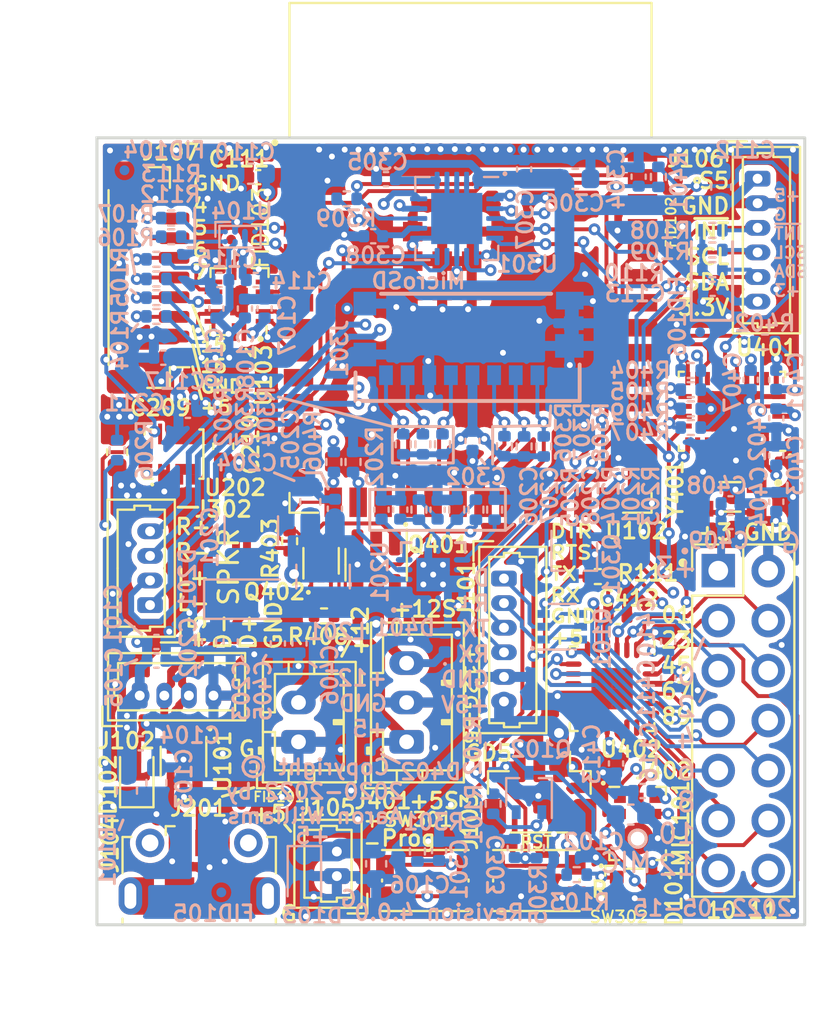
<source format=kicad_pcb>
(kicad_pcb (version 20211014) (generator pcbnew)
  (title_block (title "Wrover LED Controller") (date "2022-05-15") (rev "4.0.0") (company "Copyright © 2020-2022 by Aaron Williams"))
  (layers (0 "F.Cu" signal) (1 "In1.Cu" power) (2 "In2.Cu" mixed) (31 "B.Cu" signal) (34 "B.Paste" user) (35 "F.Paste" user) (36 "B.SilkS" user "B.Silkscreen") (37 "F.SilkS" user "F.Silkscreen") (38 "B.Mask" user) (39 "F.Mask" user) (44 "Edge.Cuts" user))
  (net 0 "")
  (net 1 "GND")
  (net 2 "+3V3")
  (net 3 "/IO4")
  (net 4 "/IO15")
  (net 5 "/DTR")
  (net 6 "/RTS")
  (net 7 "/TXD0")
  (net 8 "/RXD0")
  (net 9 "FAN_PWM")
  (net 10 "/USB_DN")
  (net 11 "/USB_DP")
  (net 12 "/IO6")
  (net 13 "/IO7")
  (net 14 "/I2S0_BCLK")
  (net 15 "/I2S0_DIN")
  (net 16 "/D+")
  (net 17 "/D-")
  (net 18 "+12V")
  (net 19 "/Power Supplies/SS")
  (net 20 "/Power Supplies/COMP")
  (net 21 "/Power Supplies/SW")
  (net 22 "/Power Supplies/FB")
  (net 23 "/Power Supplies/FREQ")
  (net 24 "~{RESET}")
  (net 25 "~{M_BOOT_LOAD}")
  (net 26 "SCL")
  (net 27 "SDA")
  (net 28 "/IO6_H")
  (net 29 "/IO7_H")
  (net 30 "/IO15_H")
  (net 31 "/IO5")
  (net 32 "IO16")
  (net 33 "SD_D1")
  (net 34 "SD_D0")
  (net 35 "SD_CLK")
  (net 36 "SD_CMD")
  (net 37 "SD_D3")
  (net 38 "SD_D2")
  (net 39 "/IO16_H")
  (net 40 "~{INT2}")
  (net 41 "EN_12V")
  (net 42 "~{INT3}")
  (net 43 "Net-(C208-Pad1)")
  (net 44 "/IO4_H")
  (net 45 "/IO5_H")
  (net 47 "/Reset, Boot, Amp, and SD Card/PGM_IO0_DRV")
  (net 48 "/Motion and GPIO/SW_5V_IO1")
  (net 49 "/Motion and GPIO/SW_12V")
  (net 50 "/Motion and GPIO/P1_3")
  (net 51 "/Motion and GPIO/P1_2")
  (net 52 "/Motion and GPIO/P1_1")
  (net 53 "/Motion and GPIO/P1_0")
  (net 54 "/Motion and GPIO/P0_7")
  (net 55 "/Motion and GPIO/P0_6")
  (net 56 "/Motion and GPIO/P0_5")
  (net 57 "/Motion and GPIO/P0_4")
  (net 58 "/Motion and GPIO/P0_3")
  (net 59 "/Motion and GPIO/P0_2")
  (net 60 "/Motion and GPIO/P0_1")
  (net 61 "/Motion and GPIO/P0_0")
  (net 62 "/Motion and GPIO/~{EN_12V}")
  (net 63 "/Motion and GPIO/~{EN_5V}")
  (net 64 "/Motion and GPIO/H_SCL")
  (net 65 "/Motion and GPIO/H_SDA")
  (net 66 "Net-(R112-Pad2)")
  (net 67 "Net-(R104-Pad2)")
  (net 68 "Net-(D101-Pad1)")
  (net 73 "/Reset, Boot, Amp, and SD Card/SPKR_L+")
  (net 74 "/Reset, Boot, Amp, and SD Card/SPKR_L-")
  (net 75 "/Reset, Boot, Amp, and SD Card/SPKR_R+")
  (net 76 "/Reset, Boot, Amp, and SD Card/SPKR_R-")
  (net 77 "/I2S0_WSEL")
  (net 78 "~{INT}")
  (net 92 "/STATUS_LED")
  (net 93 "AMP_PWR")
  (net 94 "I2S1_WSEL")
  (net 95 "I2S1_DOUT")
  (net 96 "I2S1_BCLK")
  (net 97 "/Motion and GPIO/CAP")
  (net 98 "/Motion and GPIO/COM2")
  (net 99 "/Motion and GPIO/COM3")
  (net 100 "/Motion and GPIO/XIN32")
  (net 101 "unconnected-(J104-Pad6)")
  (net 106 "VBUS")
  (net 107 "+5V")
  (net 108 "/STS_5V")
  (net 109 "/STS_DO")
  (net 110 "~{RST_BNO085}")
  (net 112 "/Power Supplies/EN_5V")
  (net 114 "Net-(R105-Pad2)")
  (net 115 "Net-(R106-Pad2)")
  (net 116 "Net-(R107-Pad2)")
  (net 117 "Net-(R113-Pad2)")
  (footprint "Fiducial:Fiducial_0.5mm_Mask1mm" (layer "F.Cu") (at 66.825 35.175)
    (fp_text reference "FID103")
    (fp_text value "Fiducial")
  )
  (footprint "Package_LGA:LGA-28_5.2x3.8mm_P0.5mm" (layer "F.Cu") (at 92.3 43.9 180)
    (fp_text reference "U401")
    (fp_text value "BNO085")
  )
  (footprint "Connector_USB:USB_Micro-B_Molex-105017-0001" (layer "F.Cu") (at 65.2 67.3)
    (fp_text reference "J104")
    (fp_text value "USB_B_Micro")
  )
  (footprint "Capacitor_SMD:C_0402_1005Metric" (layer "F.Cu") (at 68.2 32 180)
    (fp_text reference "C111")
    (fp_text value "0.1uF")
  )
  (footprint "Package_TO_SOT_SMD:SOT-323-6L" (layer "F.Cu") (at 64.4 61.7 -90)
    (fp_text reference "U101")
    (fp_text value "USBUF02W6")
  )
  (footprint "Diode_SMD:D_SOD-323" (layer "F.Cu") (at 62.025 62.525 90)
    (fp_text reference "D102")
    (fp_text value "UDD32C12L01")
  )
  (footprint "Aaron:HWQFN-24_EP_4x4_Pitch0.5mm" (layer "F.Cu") (at 86.2 58 -90)
    (fp_text reference "U402")
    (fp_text value "PCA9575HF")
  )
  (footprint "Button_Switch_SMD:SW_Push_1P1T_NO_CK_KMR2" (layer "F.Cu") (at 82.35 67.75 180)
    (fp_text reference "SW302")
    (fp_text value "KMR2")
  )
  (footprint "Capacitor_SMD:C_0402_1005Metric" (layer "F.Cu") (at 86.48 54.35)
    (fp_text reference "C412")
    (fp_text value "0.1uF")
  )
  (footprint "Connector_Molex:Molex_PicoBlade_53047-0610_1x06_P1.25mm_Vertical" (layer "F.Cu") (at 80.7 52.4 -90)
    (fp_text reference "J101")
    (fp_text value "Molex PicoBlade 6-pin")
  )
  (footprint "Button_Switch_SMD:SW_Push_1P1T_NO_CK_KMR2" (layer "F.Cu") (at 76.7 67.75 180)
    (fp_text reference "SW301")
    (fp_text value "KMR2")
  )
  (footprint "Connector_JST:JST_SH_BM09B-SRSS-TB_1x09-1MP_P1.00mm_Vertical" (layer "F.Cu") (at 62.6 37.1 90)
    (fp_text reference "J107")
    (fp_text value "5V_LOGIC")
  )
  (footprint "Connector_Molex:Molex_PicoBlade_53047-0610_1x06_P1.25mm_Vertical" (layer "F.Cu") (at 93.6 32.075 -90)
    (fp_text reference "J106")
    (fp_text value "Molex PicoBlade 6-pin")
  )
  (footprint "Resistor_SMD:R_0402_1005Metric" (layer "F.Cu") (at 71.55 54.3 180)
    (fp_text reference "R408")
    (fp_text value "10K")
  )
  (footprint "Sensor_Audio:Knowles_LGA-6_3.5x2.65mm" (layer "F.Cu") (at 87.5 64.85)
    (fp_text reference "MIC101")
    (fp_text value "SPH0645LM4H-B")
  )
  (footprint "Fiducial:Fiducial_0.5mm_Mask1mm" (layer "F.Cu") (at 67.35 63.9)
    (fp_text reference "FID101")
    (fp_text value "Fiducial")
  )
  (footprint "Connector_Molex:Molex_PicoBlade_53047-0210_1x02_P1.25mm_Vertical" (layer "F.Cu") (at 72.2 67.525 90)
    (fp_text reference "J105")
    (fp_text value "POWER IN")
  )
  (footprint "Resistor_SMD:R_0402_1005Metric" (layer "F.Cu") (at 85.475 52.3)
    (fp_text reference "R111")
    (fp_text value "10K")
  )
  (footprint "Connector_PinHeader_2.54mm:PinHeader_2x07_P2.54mm_Vertical" (layer "F.Cu") (at 91.6 52)
    (fp_text reference "J402")
    (fp_text value "GPIO_CONN")
  )
  (footprint "Package_TO_SOT_SMD:SOT-563" (layer "F.Cu") (at 71.4 51.5 90)
    (fp_text reference "Q402")
    (fp_text value "EM6K7T2R")
  )
  (footprint "Aaron:ESP32-S3-WROOM-2-N32R8V" (layer "F.Cu") (at 79 36.1)
    (fp_text reference "U102")
    (fp_text value "ESP32-S3-WROOM-2-N32R8V")
  )
  (footprint "Package_DFN_QFN:Monolithic_QFN-12-2.5x3.0mm_P0.4mm" (layer "F.Cu") (at 63.9125 46.075 90)
    (fp_text reference "U202")
    (fp_text value "MPM3810GQB-33")
  )
  (footprint "Connector_JST:JST_SH_BM03B-SRSS-TB_1x03-1MP_P1.00mm_Vertical" (layer "F.Cu") (at 82.5 63.3 180)
    (fp_text reference "J103")
    (fp_text value "STATUS OUT")
  )
  (footprint "Package_TO_SOT_SMD:SOT-23-6" (layer "F.Cu") (at 74.2 51.7 -90)
    (fp_text reference "Q401")
    (fp_text value "SIL2301-TP")
  )
  (footprint "Capacitor_SMD:C_0603_1608Metric" (layer "F.Cu") (at 66.425 45.675 -90)
    (fp_text reference "C210")
    (fp_text value "22uF")
  )
  (footprint "Fiducial:Fiducial_0.5mm_Mask1mm" (layer "F.Cu") (at 89.55 32.2)
    (fp_text reference "FID102")
    (fp_text value "Fiducial")
  )
  (footprint "Connector_JST:JST_PH_B2B-PH-K_1x02_P2.00mm_Vertical" (layer "F.Cu") (at 70.25 60.7 90)
    (fp_text reference "J201")
    (fp_text value "12V_OUT")
  )
  (footprint "Connector_Molex:Molex_PicoBlade_53047-0410_1x04_P1.25mm_Vertical" (layer "F.Cu") (at 62.175 58.35)
    (fp_text reference "J102")
    (fp_text value "Molex PicoBlade 4-pin")
  )
  (footprint "Package_TO_SOT_SMD:SOT-762-1" (layer "F.Cu") (at 67.225 38.325 90)
    (fp_text reference "U103")
    (fp_text value "NTS0104BQ,115")
  )
  (footprint "marbastlib-various:LED_WS2812_2020" (layer "F.Cu") (at 87.35 68.15)
    (fp_text reference "D101")
    (fp_text value "WS2812_2020")
  )
  (footprint "Resistor_SMD:R_0402_1005Metric" (layer "F.Cu") (at 69.8 50.5 90)
    (fp_text reference "R403")
    (fp_text value "10K")
  )
  (footprint "Connector_JST:JST_PH_B3B-PH-K_1x03_P2.00mm_Vertical" (layer "F.Cu") (at 75.75 60.7 90)
    (fp_text reference "J401")
    (fp_text value "Fan PWM")
  )
  (footprint "Capacitor_SMD:C_0603_1608Metric" (layer "F.Cu") (at 61.025 45.975 -90)
    (fp_text reference "C209")
    (fp_text value "22uF")
  )
  (footprint "Aaron:OSC_OM-7604-C7" (layer "F.Cu") (at 92.2 48.25 180)
    (fp_text reference "Y401")
    (fp_text value "OM-7604-C7")
  )
  (footprint "Connector_Molex:Molex_PicoBlade_53047-0410_1x04_P1.25mm_Vertical" (layer "F.Cu") (at 62.7 53.75 90)
    (fp_text reference "J302")
    (fp_text value "Molex PicoBlade 4-pin")
  )
  (footprint "Capacitor_SMD:C_0402_1005Metric" (layer "B.Cu") (at 72.1 48.85 90)
    (fp_text reference "C205")
    (fp_text value "0.1uF")
  )
  (footprint "Capacitor_SMD:C_0603_1608Metric" (layer "B.Cu") (at 63.025 62.775 90)
    (fp_text reference "C103")
    (fp_text value "10uF")
  )
  (footprint "Capacitor_SMD:C_0402_1005Metric" (layer "B.Cu") (at 75.425 48.9 90)
    (fp_text reference "C207")
    (fp_text value "1.5nF")
  )
  (footprint "Capacitor_SMD:C_0402_1005Metric" (layer "B.Cu") (at 92.225 48.575)
    (fp_text reference "C408")
    (fp_text value "1uF")
  )
  (footprint "Resistor_SMD:R_0402_1005Metric" (layer "B.Cu") (at 84.4 67.45)
    (fp_text reference "R103")
    (fp_text value "33")
  )
  (footprint "Capacitor_SMD:C_0402_1005Metric" (layer "B.Cu") (at 79.1 45.4 -90)
    (fp_text reference "C302")
    (fp_text value "1uF")
  )
  (footprint "Resistor_SMD:R_0402_1005Metric" (layer "B.Cu") (at 81.725 45.685 -90)
    (fp_text reference "R307")
    (fp_text value "10K")
  )
  (footprint "Resistor_SMD:R_0402_1005Metric" (layer "B.Cu") (at 82.35 66.1 -90)
    (fp_text reference "R305")
    (fp_text value "10K")
  )
  (footprint "Diode_SMD:D_SOD-123F" (layer "B.Cu") (at 67.65 53.45)
    (fp_text reference "D201")
    (fp_text value "SMD34PL-TP")
  )
  (footprint "Capacitor_SMD:C_0402_1005Metric" (layer "B.Cu") (at 91.315 37.675 180)
    (fp_text reference "C113")
    (fp_text value "1uF")
  )
  (footprint "Resistor_SMD:R_0402_1005Metric" (layer "B.Cu") (at 90.2 42.8)
    (fp_text reference "R405")
    (fp_text value "4.7K")
  )
  (footprint "Resistor_SMD:R_0402_1005Metric" (layer "B.Cu") (at 73.025 46.475 -90)
    (fp_text reference "R202")
    (fp_text value "10K")
  )
  (footprint "Capacitor_SMD:C_0402_1005Metric" (layer "B.Cu") (at 89.05 55.6 90)
    (fp_text reference "C410")
    (fp_text value "1uF")
  )
  (footprint "Diode_SMD:D_0402_1005Metric" (layer "B.Cu") (at 73.4 61.1 180)
    (fp_text reference "D402")
    (fp_text value "CDBQR0230R-HF")
  )
  (footprint "Capacitor_SMD:C_0603_1608Metric" (layer "B.Cu") (at 87.15 64.4)
    (fp_text reference "C102")
    (fp_text value "10uF")
  )
  (footprint "Capacitor_SMD:C_0402_1005Metric" (layer "B.Cu") (at 68.075 37.225)
    (fp_text reference "C114")
    (fp_text value "1uF")
  )
  (footprint "Resistor_SMD:R_0402_1005Metric" (layer "B.Cu") (at 91.3 35.7 180)
    (fp_text reference "R109")
    (fp_text value "2.2K")
  )
  (footprint "Capacitor_SMD:C_0402_1005Metric" (layer "B.Cu") (at 94.55 42.3 90)
    (fp_text reference "C401")
    (fp_text value "1uF")
  )
  (footprint "Resistor_SMD:R_0402_1005Metric" (layer "B.Cu") (at 63.775 34.075)
    (fp_text reference "R113")
    (fp_text value "33")
  )
  (footprint "Fiducial:Fiducial_0.5mm_Mask1mm" (layer "B.Cu") (at 61.4 31.65 180)
    (fp_text reference "FID104")
    (fp_text value "Fiducial")
  )
  (footprint "Capacitor_SMD:C_0402_1005Metric" (layer "B.Cu") (at 63.375 41.175 180)
    (fp_text reference "C117")
    (fp_text value "1uF")
  )
  (footprint "Capacitor_SMD:C_0402_1005Metric" (layer "B.Cu") (at 66.225 37.225 180)
    (fp_text reference "C115")
    (fp_text value "1uF")
  )
  (footprint "Resistor_SMD:R_0402_1005Metric" (layer "B.Cu") (at 61.025 45.875 90)
    (fp_text reference "R206")
    (fp_text value "10K")
  )
  (footprint "Resistor_SMD:R_0402_1005Metric" (layer "B.Cu") (at 63.775 35.025)
    (fp_text reference "R112")
    (fp_text value "33")
  )
  (footprint "Resistor_SMD:R_0402_1005Metric" (layer "B.Cu") (at 80.225 48.9 90)
    (fp_text reference "R203")
    (fp_text value "18.7K")
  )
  (footprint "Capacitor_SMD:C_0603_1608Metric" (layer "B.Cu") (at 84.325 32.085)
    (fp_text reference "C306")
    (fp_text value "10uF")
  )
  (footprint "Resistor_SMD:R_0402_1005Metric" (layer "B.Cu") (at 90.2 43.775)
    (fp_text reference "R409")
    (fp_text value "10K")
  )
  (footprint "Capacitor_SMD:C_0402_1005Metric" (layer "B.Cu") (at 63.025 56.575)
    (fp_text reference "C105")
    (fp_text value "1uF")
  )
  (footprint "Capacitor_SMD:C_0402_1005Metric" (layer "B.Cu") (at 94.55 46.15 90)
    (fp_text reference "C403")
    (fp_text value "0.1uF")
  )
  (footprint "Fiducial:Fiducial_0.5mm_Mask1mm" (layer "B.Cu") (at 90.675 39.875 180)
    (fp_text reference "FID106")
    (fp_text value "Fiducial")
  )
  (footprint "Capacitor_SMD:C_0402_1005Metric" (layer "B.Cu") (at 74.475 48.9 90)
    (fp_text reference "C206")
    (fp_text value "22nF")
  )
  (footprint "Resistor_SMD:R_0402_1005Metric" (layer "B.Cu") (at 63.025 36.175)
    (fp_text reference "R107")
    (fp_text value "33")
  )
  (footprint "Resistor_SMD:R_0402_1005Metric" (layer "B.Cu") (at 88.555 31.985 90)
    (fp_text reference "R401")
    (fp_text value "10K")
  )
  (footprint "Capacitor_SMD:C_0402_1005Metric" (layer "B.Cu") (at 81.25 66.1 90)
    (fp_text reference "C303")
    (fp_text value "1uF")
  )
  (footprint "Resistor_SMD:R_0402_1005Metric" (layer "B.Cu") (at 63.025 37.175)
    (fp_text reference "R106")
    (fp_text value "33")
  )
  (footprint "Package_BGA:Texas_DSBGA-8_0.9x1.9mm_Layout2x4_P0.5mm" (layer "B.Cu") (at 67.275 35.025 -90)
    (fp_text reference "U104")
    (fp_text value "TCA9406ZYPR")
  )
  (footprint "Capacitor_SMD:C_0402_1005Metric" (layer "B.Cu") (at 74.05 35 180)
    (fp_text reference "C308")
    (fp_text value "0.1uF")
  )
  (footprint "Aaron:QFN-16-1EP_3x3mm_P0.5mm_EP2.7x2.7mm_ThermalVias" (layer "B.Cu") (at 77.1 52.2)
    (fp_text reference "U201")
    (fp_text value "TPS55340-Q1")
  )
  (footprint "Resistor_SMD:R_0402_1005Metric" (layer "B.Cu") (at 76.3 66.27 -90)
    (fp_text reference "R301")
    (fp_text value "10K")
  )
  (footprint "Capacitor_SMD:C_0402_1005Metric" (layer "B.Cu") (at 92.225 49.525)
    (fp_text reference "C409")
    (fp_text value "0.1uF")
  )
  (footprint "Resistor_SMD:R_0402_1005Metric" (layer "B.Cu") (at 80.15 60.9 90)
    (fp_text reference "R102")
    (fp_text value "4.7K")
  )
  (footprint "Capacitor_SMD:C_0402_1005Metric" (layer "B.Cu") (at 74.7 32.1 180)
    (fp_text reference "C305")
    (fp_text value "0.1uF")
  )
  (footprint "Resistor_SMD:R_0402_1005Metric" (layer "B.Cu") (at 80.15 63.85 -90)
    (fp_text reference "R101")
    (fp_text value "4.7K")
  )
  (footprint "Fiducial:Fiducial_0.5mm_Mask1mm" (layer "B.Cu") (at 66.325 68.35 180)
    (fp_text reference "FID105")
    (fp_text value "Fiducial")
  )
  (footprint "Capacitor_SMD:C_0402_1005Metric" (layer "B.Cu") (at 77.4 66.25 90)
    (fp_text reference "C301")
    (fp_text value "0.1uF")
  )
  (footprint "Capacitor_SMD:C_0603_1608Metric" (layer "B.Cu") (at 70.85 48.5 90)
    (fp_text reference "C204")
    (fp_text value "22uF")
  )
  (footprint "Package_TO_SOT_SMD:SOT-323_SC-70" (layer "B.Cu") (at 84.275 51.275 -90)
    (fp_text reference "Q301")
    (fp_text value "BSS138")
  )
  (footprint "Capacitor_SMD:C_0402_1005Metric" (layer "B.Cu") (at 67.525 38.675 90)
    (fp_text reference "C108")
    (fp_text value "0.1uF")
  )
  (footprint "Capacitor_SMD:C_1210_3225Metric" (layer "B.Cu") (at 67.85 49.95 90)
    (fp_text reference "C201")
    (fp_text value "47uF")
  )
  (footprint "Capacitor_SMD:C_0402_1005Metric" (layer "B.Cu") (at 69.2 55.7 -90)
    (fp_text reference "C405")
    (fp_text value "1uF")
  )
  (footprint "Resistor_SMD:R_0402_1005Metric" (layer "B.Cu") (at 82.725 45.685 -90)
    (fp_text reference "R308")
    (fp_text value "10K")
  )
  (footprint "Package_TO_SOT_SMD:SOT-363_SC-70-6" (layer "B.Cu") (at 83.65 54.85)
    (fp_text reference "Q101")
    (fp_text value "UMH3N")
  )
  (footprint "Capacitor_SMD:C_0402_1005Metric" (layer "B.Cu") (at 64.625 43.875 180)
    (fp_text reference "C211")
    (fp_text value "1uF")
  )
  (footprint "Resistor_SMD:R_0402_1005Metric" (layer "B.Cu") (at 90.2 44.725 180)
    (fp_text reference "R407")
    (fp_text value "10K")
  )
  (footprint "Resistor_SMD:R_0402_1005Metric" (layer "B.Cu") (at 63.025 39.075)
    (fp_text reference "R104")
    (fp_text value "33")
  )
  (footprint "Resistor_SMD:R_0402_1005Metric" (layer "B.Cu") (at 63.025 38.125)
    (fp_text reference "R105")
    (fp_text value "33")
  )
  (footprint "Capacitor_SMD:C_0402_1005Metric" (layer "B.Cu") (at 94.55 44.25 -90)
    (fp_text reference "C402")
    (fp_text value "0.1uF")
  )
  (footprint "Diode_SMD:D_SOD-323" (layer "B.Cu") (at 70.55 67.5 -90)
    (fp_text reference "D103")
    (fp_text value "UDD32C12L01")
  )
  (footprint "Capacitor_SMD:C_0402_1005Metric" (layer "B.Cu") (at 77.325 48.9 90)
    (fp_text reference "C208")
    (fp_text value "33nF")
  )
  (footprint "Resistor_SMD:R_0402_1005Metric" (layer "B.Cu") (at 76.575 45.575 -90)
    (fp_text reference "R303")
    (fp_text value "10K")
  )
  (footprint "Capacitor_SMD:C_0402_1005Metric" (layer "B.Cu") (at 70.3 55.7 -90)
    (fp_text reference "C406")
    (fp_text value "0.1uF")
  )
  (footprint "Resistor_SMD:R_0402_1005Metric" (layer "B.Cu") (at 76.375 48.9 -90)
    (fp_text reference "R205")
    (fp_text value "1.54K")
  )
  (footprint "Resistor_SMD:R_0402_1005Metric" (layer "B.Cu") (at 93.975 40.375 180)
    (fp_text reference "R402")
    (fp_text value "10K")
  )
  (footprint "Capacitor_SMD:C_0402_1005Metric" (layer "B.Cu") (at 87.55 31.975 90)
    (fp_text reference "C304")
    (fp_text value "0.1uF")
  )
  (footprint "Resistor_SMD:R_0402_1005Metric" (layer "B.Cu") (at 75.575 45.575 -90)
    (fp_text reference "R302")
    (fp_text value "10K")
  )
  (footprint "Resistor_SMD:R_0402_1005Metric" (layer "B.Cu") (at 90.2 41.825)
    (fp_text reference "R404")
    (fp_text value "4.7K")
  )
  (footprint "Resistor_SMD:R_0402_1005Metric" (layer "B.Cu") (at 79.275 48.9 90)
    (fp_text reference "R201")
    (fp_text value "86.6K")
  )
  (footprint "Capacitor_SMD:C_0603_1608Metric" (layer "B.Cu") (at 67.825 31.825 180)
    (fp_text reference "C110")
    (fp_text value "22uF")
  )
  (footprint "Capacitor_SMD:C_0402_1005Metric" (layer "B.Cu") (at 87.75 63.2 180)
    (fp_text reference "C116")
    (fp_text value "0.1uF")
  )
  (footprint "Capacitor_SMD:C_0402_1005Metric" (layer "B.Cu") (at 63.025 55.625)
    (fp_text reference "C101")
    (fp_text value "1uF")
  )
  (footprint "Connector_Card:microSD_HC_Molex_047571-0001" (layer "B.Cu") (at 78.85 40.65)
    (fp_text reference "J301")
    (fp_text value "Micro_SD_Card")
  )
  (footprint "Resistor_SMD:R_0402_1005Metric" (layer "B.Cu") (at 78.3 48.9 90)
    (fp_text reference "R204")
    (fp_text value "10K")
  )
  (footprint "Capacitor_SMD:C_0402_1005Metric" (layer "B.Cu") (at 89.05 57.45 -90)
    (fp_text reference "C411")
    (fp_text value "0.1uF")
  )
  (footprint "Capacitor_SMD:C_0402_1005Metric" (layer "B.Cu") (at 66.8 55.6 -90)
    (fp_text reference "C203")
    (fp_text value "0.1uF")
  )
  (footprint "Capacitor_SMD:C_0402_1005Metric" (layer "B.Cu") (at 93.25 42.3 -90)
    (fp_text reference "C407")
    (fp_text value "0.1uF")
  )
  (footprint "Package_TO_SOT_SMD:SOT-323_SC-70" (layer "B.Cu") (at 81.975 63.275 90)
    (fp_text reference "Q102")
    (fp_text value "BSS138")
  )
  (footprint "Resistor_SMD:R_0402_1005Metric" (layer "B.Cu") (at 72.05 46.475 -90)
    (fp_text reference "R406")
    (fp_text value "10K")
  )
  (footprint "Diode_SMD:D_0402_1005Metric" (layer "B.Cu") (at 77.7 55.65 90)
    (fp_text reference "D401")
    (fp_text value "CDBQR0230R-HF")
  )
  (footprint "Inductor_SMD:L_1210_3225Metric" (layer "B.Cu") (at 71.5 52.3 -90)
    (fp_text reference "L201")
    (fp_text value "2.2uH")
  )
  (footprint "Resistor_SMD:R_0402_1005Metric" (layer "B.Cu") (at 77.575 45.575 -90)
    (fp_text reference "R304")
    (fp_text value "10K")
  )
  (footprint "Capacitor_SMD:C_0402_1005Metric" (layer "B.Cu") (at 94.55 48.5 90)
    (fp_text reference "C404")
    (fp_text value "0.1uF")
  )
  (footprint "Resistor_SMD:R_0402_1005Metric" (layer "B.Cu") (at 80.725 45.675 -90)
    (fp_text reference "R306")
    (fp_text value "10K")
  )
  (footprint "Package_CSP:LFCSP-20-1EP_4x4mm_P0.5mm_EP2.6x2.6mm" (layer "B.Cu") (at 78.3 34.1 180)
    (fp_text reference "U301")
    (fp_text value "SSM2518CPZ")
  )
  (footprint "Capacitor_SMD:C_0402_1005Metric" (layer "B.Cu") (at 86.4 61.8 -90)
    (fp_text reference "C413")
    (fp_text value "0.1uF")
  )
  (footprint "Capacitor_SMD:C_0402_1005Metric" (layer "B.Cu") (at 65.7 55.6 -90)
    (fp_text reference "C202")
    (fp_text value "1uF")
  )
  (footprint "Resistor_SMD:R_0402_1005Metric" (layer "B.Cu") (at 91.3 36.7 180)
    (fp_text reference "R110")
    (fp_text value "2.2K")
  )
  (footprint "Capacitor_SMD:C_0402_1005Metric" (layer "B.Cu") (at 81.725 31.6 90)
    (fp_text reference "C307")
    (fp_text value "0.1uF")
  )
  (footprint "Inductor_SMD:L_0603_1608Metric" (layer "B.Cu") (at 61.525 63.175 90)
    (fp_text reference "FB101")
    (fp_text value "2A 300 ohm@100MHz")
  )
  (footprint "Capacitor_SMD:C_0603_1608Metric" (layer "B.Cu") (at 91.75 32.5 90)
    (fp_text reference "C112")
    (fp_text value "10uF")
  )
  (footprint "Capacitor_SMD:C_0402_1005Metric" (layer "B.Cu") (at 68.525 38.675 90)
    (fp_text reference "C107")
    (fp_text value "0.1uF")
  )
  (footprint "Capacitor_SMD:C_0603_1608Metric" (layer "B.Cu") (at 74.2 66.9 -90)
    (fp_text reference "C106")
    (fp_text value "10uF")
  )
  (footprint "Capacitor_SMD:C_0402_1005Metric" (layer "B.Cu") (at 62.225 60.775)
    (fp_text reference "C104")
    (fp_text value "0.1uF")
  )
  (footprint "Resistor_SMD:R_0402_1005Metric" (layer "B.Cu") (at 72.7 33.1)
    (fp_text reference "R309")
    (fp_text value "10K")
  )
  (footprint "Capacitor_SMD:C_0402_1005Metric" (layer "B.Cu") (at 66.075 38.675 90)
    (fp_text reference "C109")
    (fp_text value "1uF")
  )
  (footprint "Resistor_SMD:R_0402_1005Metric" (layer "B.Cu") (at 91.3 34.7 180)
    (fp_text reference "R108")
    (fp_text value "4.7K")
  )
  (gr_line (start 71.15 56.9) (end 70.8 56.65) (layer "B.SilkS") (width 0.15))
  (gr_circle (center 68.5 33.7) (end 68.55 33.7) (layer "B.SilkS") (width 0.15) (fill solid))
  (gr_line (start 65.175 56.925) (end 65.375 56.625) (layer "B.SilkS") (width 0.15))
  (gr_circle (center 82.15 55.95) (end 82.2 55.95) (layer "B.SilkS") (width 0.15) (fill solid))
  (gr_line (start 64.975 35.575) (end 64.975 33.575) (layer "B.SilkS") (width 0.15))
  (gr_line (start 80.125 44.675) (end 83.025 44.625) (layer "B.SilkS") (width 0.15))
  (gr_line (start 71.4 47.025) (end 71.6 47.45) (layer "B.SilkS") (width 0.15))
  (gr_circle (center 89.9 51) (end 90 51) (layer "B.SilkS") (width 0.15) (fill solid))
  (gr_circle (center 80.75 31.825) (end 80.8 31.825) (layer "B.SilkS") (width 0.15) (fill solid))
  (gr_line (start 62.075 39.475) (end 61.775 39.825) (layer "B.SilkS") (width 0.15))
  (gr_line (start 92.325 39.275) (end 92.325 35.275) (layer "B.SilkS") (width 0.15))
  (gr_line (start 80.125 46.575) (end 80.125 44.675) (layer "B.SilkS") (width 0.15))
  (gr_line (start 70.025 47.425) (end 69.025 47.025) (layer "B.SilkS") (width 0.15))
  (gr_rect (start 75.025 44.675) (end 78.125 46.525) (layer "B.SilkS") (width 0.15) (fill none))
  (gr_line (start 70.575 47.025) (end 71.4 47.025) (layer "B.SilkS") (width 0.15))
  (gr_line (start 75.025 44.675) (end 69.225 43.175) (layer "B.SilkS") (width 0.15))
  (gr_line (start 61.925 36.925) (end 61.725 35.725) (layer "B.SilkS") (width 0.15))
  (gr_line (start 79.725 46.575) (end 79.525 46.325) (layer "B.SilkS") (width 0.15))
  (gr_circle (center 87.5 65.619884) (end 87.75 65.269884) (layer "B.SilkS") (width 0.15) (fill none))
  (gr_line (start 71.6 47.45) (end 71.75 47.85) (layer "B.SilkS") (width 0.15))
  (gr_line (start 61.975 37.925) (end 61.725 37.725) (layer "B.SilkS") (width 0.15))
  (gr_rect (start 73.875 47.875) (end 80.775 49.95) (layer "B.SilkS") (width 0.15) (fill none))
  (gr_line (start 64.625 35.575) (end 64.975 35.575) (layer "B.SilkS") (width 0.15))
  (gr_line (start 90.225 39.275) (end 92.325 39.275) (layer "B.SilkS") (width 0.15))
  (gr_line (start 75.375 61.775) (end 74.475 61.325) (layer "B.SilkS") (width 0.15))
  (gr_line (start 80.775 49.95) (end 81.15 49.65) (layer "B.SilkS") (width 0.15))
  (gr_line (start 61.125 65.175) (end 61.325 64.675) (layer "B.SilkS") (width 0.15))
  (gr_line (start 83.025 44.625) (end 83.075 43.625) (layer "B.SilkS") (width 0.15))
  (gr_circle (center 75.1 54) (end 75.170711 54) (layer "B.SilkS") (width 0.15) (fill solid))
  (gr_line (start 68.45 56.55) (end 68.6 56.3) (layer "B.SilkS") (width 0.15))
  (gr_line (start 90.4 56.5) (end 90.85 55.45) (layer "B.SilkS") (width 0.15))
  (gr_line (start 62.275 55.225) (end 61.425 54.525) (layer "B.SilkS") (width 0.15))
  (gr_line (start 62.025 56.525) (end 61.425 56.775) (layer "B.SilkS") (width 0.15))
  (gr_line (start 90.65 58.65) (end 90.95 58.1) (layer "B.SilkS") (width 0.15))
  (gr_line (start 70.325 46.9) (end 70.575 47.025) (layer "B.SilkS") (width 0.15))
  (gr_line (start 67.45 56.55) (end 67.35 56.35) (layer "B.SilkS") (width 0.15))
  (gr_line (start 63.625 43.775) (end 63.475 43.675) (layer "B.SilkS") (width 0.15))
  (gr_line (start 90.225 35.275) (end 90.225 39.275) (layer "B.SilkS") (width 0.15))
  (gr_line (start 64.125 48.775) (end 65.125 48.775) (layer "F.SilkS") (width 0.15))
  (gr_line (start 65.225 40.995) (end 64.875 39.575) (layer "F.SilkS") (width 0.15))
  (gr_line (start 65.285 42.175) (end 64.875 40.525) (layer "F.SilkS") (width 0.15))
  (gr_circle (center 88.15 55.3) (end 88.2 55.3) (layer "F.SilkS") (width 0.15) (fill solid))
  (gr_line (start 72.45 56.35) (end 72.95 55.4) (layer "F.SilkS") (width 0.15))
  (gr_circle (center 65.75 60.05) (end 65.8 60.05) (layer "F.SilkS") (width 0.15) (fill solid))
  (gr_line (start 66.375 63.475) (end 67.975 63.025) (layer "F.SilkS") (width 0.15))
  (gr_line (start 69.55 64.9) (end 69.85 65.25) (layer "F.SilkS") (width 0.15))
  (gr_line (start 65.325 43.275) (end 64.865 41.635) (layer "F.SilkS") (width 0.15))
  (gr_circle (center 95.25 46.15) (end 95.3 46.15) (layer "F.SilkS") (width 0.15) (fill solid))
  (gr_circle (center 69.05 30.25) (end 69.15 30.25) (layer "F.SilkS") (width 0.15) (fill solid))
  (gr_circle (center 75.7 49.65) (end 75.75 49.65) (layer "F.SilkS") (width 0.15) (fill solid))
  (gr_circle (center 70.75 53.1) (end 70.8 53.1) (layer "F.SilkS") (width 0.15) (fill solid))
  (gr_circle (center 85.65 67) (end 85.7 67) (layer "F.SilkS") (width 0.15) (fill solid))
  (gr_line (start 64.675 32.575) (end 64.825 32.475) (layer "F.SilkS") (width 0.15))
  (gr_circle (center 90.525 32.175) (end 90.475 32.2) (layer "F.SilkS") (width 0.15) (fill none))
  (gr_line (start 67.575 40.725) (end 67.825 41.075) (layer "F.SilkS") (width 0.15))
  (gr_circle (center 89.8 51.6) (end 89.95 51.6) (layer "F.SilkS") (width 0.15) (fill solid))
  (gr_line (start 65.475 40.075) (end 64.875 38.525) (layer "F.SilkS") (width 0.15))
  (gr_circle (center 85.75 62.8) (end 85.8 62.8) (layer "F.SilkS") (width 0.15) (fill solid))
  (gr_rect (start 60 30) (end 96 70) (layer "Edge.Cuts") (width 0.15) (fill none))
  (gr_text "+5" (at 70.975 65.475) (layer "B.SilkS") (effects (font (size 0.8 0.8)) (justify mirror)))
  (gr_text "0\n2\n4\n6\n8\n10\n12" (at 90.55 62.15) (layer "B.SilkS") (effects (font (size 1 1)) (justify left mirror)))
  (gr_text "+12\nGND\n+5" (at 74.85 58.75) (layer "B.SilkS") (effects (font (size 0.8 0.8)) (justify left mirror)))
  (gr_text "Revision ${REVISION}" (at 77.4 69.375) (layer "B.SilkS") (effects (font (size 0.8 0.8)) (justify mirror)))
  (gr_text "Copyright ©\n2020-2022 by\nAaron Williams" (at 71.075 63.225) (layer "B.SilkS") (effects (font (size 0.77 0.8)) (justify mirror)))
  (gr_text "MIC" (at 86.9 66.85) (layer "B.SilkS") (effects (font (size 1 1)) (justify mirror)))
  (gr_text "${ISSUE_DATE}" (at 91.3 69.15) (layer "B.SilkS") (effects (font (size 0.8 0.8)) (justify mirror)))
  (gr_text "D\nR\nTX\nRX\nGND\n+5V" (at 80.05 55.6) (layer "B.SilkS") (effects (font (size 0.8 0.8)) (justify left mirror)))
  (gr_text "MicroSD" (at 76.35 37.275) (layer "B.SilkS") (effects (font (size 0.8 0.8)) (justify mirror)))
  (gr_text "G" (at 95.3 50.6) (layer "B.SilkS") (effects (font (size 1 1)) (justify mirror)))
  (gr_text "+3" (at 89.45 51.85) (layer "B.SilkS") (effects (font (size 1 1)) (justify mirror)))
  (gr_text "G" (at 72.8 68.675) (layer "B.SilkS") (effects (font (size 0.8 0.8)) (justify mirror)))
  (gr_text "+5\nG\n~{INT}\nSCL\nSDA\n+3" (at 94.375 35.35) (layer "B.SilkS") (effects (font (size 0.6 0.6) (thickness 0.12)) (justify right mirror)))
  (gr_text "SPKR" (at 66.7 51.8 90) (layer "F.SilkS") (effects (font (size 1 1))))
  (gr_text "10 11" (at 92.825 69.275) (layer "F.SilkS") (effects (font (size 0.8 0.8))))
  (gr_text "+\n-" (at 74 65.25) (layer "F.SilkS") (effects (font (size 0.7 0.7) (thickness 0.13))))
  (gr_text "G" (at 67.625 61.075) (layer "F.SilkS") (effects (font (size 0.8 0.8))))
  (gr_text "G" (at 69.75 69.45) (layer "F.SilkS") (effects (font (size 0.8 0.8))))
  (gr_text "GD5" (at 79.925 61.275) (layer "F.SilkS") (effects (font (size 0.8 0.8))))
  (gr_text "+12G+5" (at 79 58.3 270) (layer "F.SilkS") (effects (font (size 0.6 0.8) (thickness 0.13))))
  (gr_text "01\n23\n45\n67\n89" (at 89.475 56.825) (layer "F.SilkS") (effects (font (size 0.8 0.8))))
  (gr_text "+5\nD-\nD+\nGND" (at 67.05 56.1 90) (layer "F.SilkS") (effects (font (size 0.8 0.8)) (justify left)))
  (gr_text "- +12" (at 73.4 55.85 90) (layer "F.SilkS") (effects (font (size 0.8 0.8))))
  (gr_text "DTR\nRTS\nTX\nRX\nGND\n+5" (at 82.975 52.7) (layer "F.SilkS") (effects (font (size 0.67 0.77) (thickness 0.14)) (justify left)))
  (gr_text "RST" (at 82.35 65.8) (layer "F.SilkS") (effects (font (size 0.6 0.6) (thickness 0.12))))
  (gr_text "R" (at 85.55 68.2) (layer "F.SilkS") (effects (font (size 0.8 0.8))))
  (gr_text "S5\nGND\n~{INT}\nSCL\nSDA\n3.3V" (at 92.25 35.4) (layer "F.SilkS") (effects (font (size 0.8 0.8)) (justify right)))
  (gr_text "+5" (at 68.75 64.35) (layer "F.SilkS") (effects (font (size 0.8 0.8))))
  (gr_text "GND\n4\n5\n6\n7" (at 64.775 34.575) (layer "F.SilkS") (effects (font (size 0.7 0.8) (thickness 0.14)) (justify left)))
  (gr_text "Prog" (at 75.85 65.6) (layer "F.SilkS") (effects (font (size 0.8 0.8))))
  (gr_text "R+\nR-\nL+\nL-" (at 64.9 51.7) (layer "F.SilkS") (effects (font (size 0.8 0.8))))
  (gr_text "+12S" (at 76.65 53.95) (layer "F.SilkS") (effects (font (size 0.8 0.8))))
  (gr_text "15\n16\nGND\n+5" (at 65.175 42.125) (layer "F.SilkS") (effects (font (size 0.65 0.7)) (justify left)))
  (gr_text "+3 GND" (at 92.95 50.05) (layer "F.SilkS") (effects (font (size 0.8 0.8))))
  (gr_text "+5S" (at 77.15 63.7) (layer "F.SilkS") (effects (font (size 0.8 0.8))))
  (segment (start 85.760021 62.28) (end 85.736193 62.256172) (width 0.35) (layer "F.Cu") (net 1))
  (segment (start 66.5 65.8375) (end 66.5 64.775) (width 0.5) (layer "F.Cu") (net 1))
  (segment (start 83.549998 58.25) (end 83.425 58.374998) (width 0.3) (layer "F.Cu") (net 1))
  (segment (start 63.2125 47.1) (end 63.4 47.1) (width 0.2) (layer "F.Cu") (net 1))
  (segment (start 68.125 36.775) (end 68.225 36.675) (width 0.3) (layer "F.Cu") (net 1))
  (segment (start 77.55 37.776444) (end 77.55 38.7) (width 0.5) (layer "F.Cu") (net 1))
  (segment (start 77.55 38.7) (end 77.575 38.725) (width 0.5) (layer "F.Cu") (net 1))
  (segment (start 94.55 41.25) (end 94.575 41.225) (width 0.25) (layer "F.Cu") (net 1))
  (segment (start 93.4 43.15) (end 93.175 43.375) (width 0.25) (layer "F.Cu") (net 1))
  (segment (start 85.6 68.6) (end 85.65 68.65) (width 0.4) (layer "F.Cu") (net 1))
  (segment (start 94.55 43.0125) (end 94.6875 43.15) (width 0.25) (layer "F.Cu") (net 1))
  (segment (start 85.7 68.7) (end 85.65 68.65) (width 0.4) (layer "F.Cu") (net 1))
  (segment (start 81.475 61.95) (end 80.830235 61.95) (width 0.5) (layer "F.Cu") (net 1))
  (segment (start 66.5 64.775) (end 66.525 64.75) (width 0.5) (layer "F.Cu") (net 1))
  (segment (start 63.4 47.1) (end 63.6125 47.1) (width 0.2) (layer "F.Cu") (net 1))
  (segment (start 94.55 42.2375) (end 94.55 41.25) (width 0.25) (layer "F.Cu") (net 1))
  (segment (start 63.4 47.1) (end 63.4 47.95) (width 0.4) (layer "F.Cu") (net 1))
  (segment (start 80.830235 61.95) (end 80.808735 61.9715) (width 0.5) (layer "F.Cu") (net 1))
  (segment (start 94.55 42.2375) (end 94.55 43.0125) (width 0.25) (layer "F.Cu") (net 1))
  (segment (start 64.4 60.775) (end 64.4 61.6) (width 0.2) (layer "F.Cu") (net 1))
  (segment (start 62.4625 46.275) (end 61.9125 46.275) (width 0.2) (layer "F.Cu") (net 1))
  (segment (start 67.475 38.075) (end 67.475 36.775) (width 0.25) (layer "F.Cu") (net 1))
  (segment (start 76.059566 37.766878) (end 76.059566 38.659566) (width 0.5) (layer "F.Cu") (net 1))
  (segment (start 62.821769 40.053231) (end 62.775 40.1) (width 0.5) (layer "F.Cu") (net 1))
  (segment (start 88.16225 65.6) (end 88.525 65.6) (width 0.2) (layer "F.Cu") (net 1))
  (segment (start 92.55 44.95) (end 92.4 44.8) (width 0.25) (layer "F.Cu") (net 1))
  (segment (start 65.925 58.35) (end 67.35 58.35) (width 0.5) (layer "F.Cu") (net 1))
  (segment (start 86.435 68.7) (end 85.7 68.7) (width 0.4) (layer "F.Cu") (net 1))
  (segment (start 61.9125 46.275) (end 61.825 46.3625) (width 0.2) (layer "F.Cu") (net 1))
  (segment (start 84.225 58.25) (end 83.549998 58.25) (width 0.3) (layer "F.Cu") (net 1))
  (segment (start 92.55 45.5625) (end 92.55 44.95) (width 0.25) (layer "F.Cu") (net 1))
  (segment (start 62.2 40.1) (end 62.175 40.125) (width 0.8) (layer "F.Cu") (net 1))
  (segment (start 70.9 53.25) (end 70.9 52.25) (width 0.2) (layer "F.Cu") (net 1))
  (segment (start 84.225 58.25) (end 85.4 58.25) (width 0.3) (layer "F.Cu") (net 1))
  (segment (start 67.72 32) (end 67.325 32.395) (width 0.4) (layer "F.Cu") (net 1))
  (segment (start 71.9 52.85) (end 71.5 53.25) (width 0.2) (layer "F.Cu") (net 1))
  (segment (start 61.825 46.3625) (end 61.825 47.675) (width 0.2) (layer "F.Cu") (net 1))
  (segment (start 94.95 44.65) (end 95.175 44.875) (width 0.25) (layer "F.Cu") (net 1))
  (segment (start 63.925 40.1) (end 62.2 40.1) (width 0.8) (layer "F.Cu") (net 1))
  (segment (start 84.4 68.6) (end 85.6 68.6) (width 0.4) (layer "F.Cu") (net 1))
  (segment (start 66.5 65.8375) (end 66.5 66.775) (width 0.5) (layer "F.Cu") (net 1))
  (segment (start 67.325 32.395) (end 67.325 32.575) (width 0.4) (layer "F.Cu") (net 1))
  (segment (start 63.4 47.1) (end 63.425 47.125) (width 0.5) (layer "F.Cu") (net 1))
  (segment (start 67.475 36.775) (end 68.125 36.775) (width 0.3) (layer "F.Cu") (net 1))
  (segment (start 61.025 46.75) (end 61.025 46.875) (width 0.8) (layer "F.Cu") (net 1))
  (segment (start 94.6875 43.15) (end 93.4 43.15) (width 0.25) (layer "F.Cu") (net 1))
  (segment (start 94.6875 44.65) (end 94.95 44.65) (width 0.25) (layer "F.Cu") (net 1))
  (segment (start 71.5 53.25) (end 70.9 53.25) (width 0.2) (layer "F.Cu") (net 1))
  (segment (start 92.55 46.35) (end 92.5 46.4) (width 0.25) (layer "F.Cu") (net 1))
  (segment (start 92.55 45.5625) (end 92.55 46.35) (width 0.25) (layer "F.Cu") (net 1))
  (segment (start 63.4 47.95) (end 63.425 47.975) (width 0.4) (layer "F.Cu") (net 1))
  (segment (start 76.059566 38.659566) (end 76.075 38.675) (width 0.5) (layer "F.Cu") (net 1))
  (segment (start 71.9 52.25) (end 71.9 52.85) (width 0.2) (layer "F.Cu") (net 1))
  (via (at 78.35 55.2) (size 0.604) (drill 0.3) (layers "F.Cu" "B.Cu") (net 1))
  (via (at 76.85 65.75) (size 0.604) (drill 0.3) (layers "F.Cu" "B.Cu") (net 1))
  (via (at 85.325 51.175) (size 0.604) (drill 0.3) (layers "F.Cu" "B.Cu") (net 1))
  (via (at 89.486212 39.4885) (size 0.604) (drill 0.3) (layers "F.Cu" "B.Cu") (net 1))
  (via (at 91.225 43.775) (size 0.604) (drill 0.3) (layers "F.Cu" "B.Cu") (net 1))
  (via (at 82.4 30.6) (size 0.604) (drill 0.3) (layers "F.Cu" "B.Cu") (net 1))
  (via (at 61.6 50.65) (size 0.604) (drill 0.3) (layers "F.Cu" "B.Cu") (net 1))
  (via (at 81.571011 68.55) (size 0.604) (drill 0.3) (layers "F.Cu" "B.Cu") (net 1))
  (via (at 81.7 30.6) (size 0.604) (drill 0.3) (layers "F.Cu" "B.Cu") (net 1))
  (via (at 75.225 38.6) (size 0.604) (drill 0.3) (layers "F.Cu" "B.Cu") (net 1))
  (via (at 80.3 30.6) (size 0.604) (drill 0.3) (layers "F.Cu" "B.Cu") (net 1))
  (via (at 83.025 47.075) (size 0.604) (drill 0.3) (layers "F.Cu" "B.Cu") (net 1))
  (via (at 84.775 44.575) (size 0.604) (drill 0.3) (layers "F.Cu" "B.Cu") (net 1))
  (via (at 75.95 55.5) (size 0.604) (drill 0.3) (layers "F.Cu" "B.Cu") (net 1))
  (via (at 79.1 46.425) (size 0.604) (drill 0.3) (layers "F.Cu" "B.Cu") (net 1))
  (via (at 90.554449 58.083716) (size 0.604) (drill 0.3) (layers "F.Cu" "B.Cu") (net 1))
  (via (at 71.725 32.175) (size 0.604) (drill 0.3) (layers "F.Cu" "B.Cu") (net 1))
  (via (at 78.2 30.575) (size 0.604) (drill 0.3) (layers "F.Cu" "B.Cu") (net 1))
  (via (at 85.65 68.65) (size 0.604) (drill 0.3) (layers "F.Cu" "B.Cu") (net 1))
  (via (at 68.675 40.125) (size 0.604) (drill 0.3) (layers "F.Cu" "B.Cu") (net 1))
  (via (at 68.225 36.675002) (size 0.604) (drill 0.3) (layers "F.Cu" "B.Cu") (net 1))
  (via (at 83.425 58.374998) (size 0.604) (drill 0.3) (layers "F.Cu" "B.Cu") (net 1))
  (via (at 76.075 38.675) (size 0.604) (drill 0.3) (layers "F.Cu" "B.Cu") (net 1))
  (via (at 60.663623 30.6426) (size 0.604) (drill 0.3) (layers "F.Cu" "B.Cu") (net 1))
  (via (at 61.525 48.175) (size 0.604) (drill 0.3) (layers "F.Cu" "B.Cu") (net 1))
  (via (at 84.5 30.6) (size 0.604) (drill 0.3) (layers "F.Cu" "B.Cu") (net 1))
  (via (at 61.225 47.675) (size 0.604) (drill 0.3) (layers "F.Cu" "B.Cu") (net 1))
  (via (at 85.375 66.575) (size 0.604) (drill 0.3) (layers "F.Cu" "B.Cu") (net 1))
  (via (at 68.59977 30.488989) (size 0.604) (drill 0.3) (layers "F.Cu" "B.Cu") (net 1))
  (via (at 66.4 61.3) (size 0.604) (drill 0.3) (layers "F.Cu" "B.Cu") (net 1))
  (via (at 88.525 65.6) (size 0.604) (drill 0.3) (layers "F.Cu" "B.Cu") (net 1))
  (via (at 95.4 48.25) (size 0.604) (drill 0.3) (layers "F.Cu" "B.Cu") (net 1))
  (via (at 80.65 40.925) (size 0.604) (drill 0.3) (layers "F.Cu" "B.Cu") (net 1))
  (via (at 61.825 47.675) (size 0.604) (drill 0.3) (layers "F.Cu" "B.Cu") (net 1))
  (via (at 95.4 30.6) (size 0.604) (drill 0.3) (layers "F.Cu" "B.Cu") (net 1))
  (via (at 72.475 41.6) (size 0.604) (drill 0.3) (layers "F.Cu" "B.Cu") (net 1))
  (via (at 66.5 66.775) (size 0.604) (drill 0.3) (layers "F.Cu" "B.Cu") (net 1))
  (via (at 76.85 41.346011) (size 0.604) (drill 0.3) (layers "F.Cu" "B.Cu") (net 1))
  (via (at 83.24551 65.388454) (size 0.604) (drill 0.3) (layers "F.Cu" "B.Cu") (net 1))
  (via (at 72.725 38.675) (size 0.604) (drill 0.3) (layers "F.Cu" "B.Cu") (net 1))
  (via (at 81.576257 51.527997) (size 0.604) (drill 0.3) (layers "F.Cu" "B.Cu") (net 1))
  (via (at 90.825 38.325) (size 0.604) (drill 0.3) (layers "F.Cu" "B.Cu") (net 1))
  (via (at 84.825 36.925) (size 0.604) (drill 0.3) (layers "F.Cu" "B.Cu") (net 1))
  (via (at 65.625 33.0865) (size 0.604) (drill 0.3) (layers "F.Cu" "B.Cu") (net 1))
  (via (at 63.425 47.975) (size 0.604) (drill 0.3) (layers "F.Cu" "B.Cu") (net 1))
  (via (at 92.5 46.4) (size 0.604) (drill 0.3) (layers "F.Cu" "B.Cu") (net 1))
  (via (at 81 30.6) (size 0.604) (drill 0.3) (layers "F.Cu" "B.Cu") (net 1))
  (via (at 76.95 43.1) (size 0.604) (drill 0.3) (layers "F.Cu" "B.Cu") (net 1))
  (via (at 80.375 65.925) (size 0.604) (drill 0.3) (layers "F.Cu" "B.Cu") (net 1))
  (via (at 62.125 48.175) (size 0.604) (drill 0.3) (layers "F.Cu" "B.Cu") (net 1))
  (via (at 78.903815 30.575) (size 0.604) (drill 0.3) (layers "F.Cu" "B.Cu") (net 1))
  (via (at 71.95 30.95) (size 0.604) (drill 0.3) (layers "F.Cu" "B.Cu") (net 1))
  (via (at 92.725 50.275) (size 0.604) (drill 0.3) (layers "F.Cu" "B.Cu") (net 1))
  (via (at 77.2 61) (size 0.604) (drill 0.3) (layers "F.Cu" "B.Cu") (net 1))
  (via (at 72.4 61.1) (size 0.604) (drill 0.3) (layers "F.Cu" "B.Cu") (net 1))
  (via (at 62.775 40.1) (size 0.604) (drill 0.3) (layers "F.Cu" "B.Cu") (net 1))
  (via (at 77.575 38.725) (size 0.604) (drill 0.3) (layers "F.Cu" "B.Cu") (net 1))
  (via (at 63.675 55.1) (size 0.604) (drill 0.3) (layers "F.Cu" "B.Cu") (net 1))
  (via (at 93.175 43.375) (size 0.604) (drill 0.3) (layers "F.Cu" "B.Cu") (net 1))
  (via (at 72.6 30.6) (size 0.604) (drill 0.3) (layers "F.Cu" "B.Cu") (net 1))
  (via (at 83.1 30.6) (size 0.604) (drill 0.3) (layers "F.Cu" "B.Cu") (net 1))
  (via (at 94.55 37.7) (size 0.604) (drill 0.3) (layers "F.Cu" "B.Cu") (net 1))
  (via (at 84.05 41.55) (size 0.604) (drill 0.3) (layers "F.Cu" "B.Cu") (net 1))
  (via (at 79.820457 35.987061) (size 0.604) (drill 0.3) (layers "F.Cu" "B.Cu") (net 1))
  (via (at 95.4 69.3) (size 0.604) (drill 0.3) (layers "F.Cu" "B.Cu") (net 1))
  (via (at 83.8 30.6) (size 0.604) (drill 0.3) (layers "F.Cu" "B.Cu") (net 1))
  (via (at 61.106761 40.652165) (size 0.604) (drill 0.3) (layers "F.Cu" "B.Cu") (net 1))
  (via (at 72.575 34.925) (size 0.604) (drill 0.3) (layers "F.Cu" "B.Cu") (net 1))
  (via (at 82.45 63.45) (size 0.604) (drill 0.3) (layers "F.Cu" "B.Cu") (net 1))
  (via (at 85.736193 62.256172) (size 0.604) (drill 0.3) (layers "F.Cu" "B.Cu") (net 1))
  (via (at 70.625 69.575) (size 0.604) (drill 0.3) (layers "F.Cu" "B.Cu") (net 1))
  (via (at 73.975 45.075) (size 0.604) (drill 0.3) (layers "F.Cu" "B.Cu") (net 1))
  (via (at 90.4 30.6) (size 0.604) (drill 0.3) (layers "F.Cu" "B.Cu") (net 1))
  (via (at 83.675 68.625) (size 0.604) (drill 0.3) (layers "F.Cu" "B.Cu") (net 1))
  (via (at 60.425 61.775) (size 0.604) (drill 0.3) (layers "F.Cu" "B.Cu") (net 1))
  (via (at 75.4 30.6) (size 0.604) (drill 0.3) (layers "F.Cu" "B.Cu") (net 1))
  (via (at 89.975 68.575) (size 0.604) (drill 0.3) (layers "F.Cu" "B.Cu") (net 1))
  (via (at 88.4 55.137685) (size 0.604) (drill 0.3) (layers "F.Cu" "B.Cu") (net 1))
  (via (at 82.815499 33.0415) (size 0.604) (drill 0.3) (layers "F.Cu" "B.Cu") (net 1))
  (via (at 88.825 30.605) (size 0.604) (drill 0.3) (layers "F.Cu" "B.Cu") (net 1))
  (via (at 85.225 38.3) (size 0.604) (drill 0.3) (layers "F.Cu" "B.Cu") (net 1))
  (via (at 86.525 46.275) (size 0.604) (drill 0.3) (layers "F.Cu" "B.Cu") (net 1))
  (via (at 79.62215 30.575) (size 0.604) (drill 0.3) (layers "F.Cu" "B.Cu") (net 1))
  (via (at 82.5 39.3) (size 0.604) (drill 0.3) (layers "F.Cu" "B.Cu") (net 1))
  (via (at 67.225 46.475) (size 0.604) (drill 0.3) (layers "F.Cu" "B.Cu") (net 1))
  (via (at 64.025 30.625) (size 0.604) (drill 0.3) (layers "F.Cu" "B.Cu") (net 1))
  (via (at 68 56.25) (size 0.604) (drill 0.3) (layers "F.Cu" "B.Cu") (net 1))
  (via (at 73.275 64.625) (size 0.604) (drill 0.3) (layers "F.Cu" "B.Cu") (net 1))
  (via (at 78.875 38.712763) (size 0.604) (drill 0.3) (layers "F.Cu" "B.Cu") (net 1))
  (via (at 94.575 41.225) (size 0.604) (drill 0.3) (layers "F.Cu" "B.Cu") (net 1))
  (via (at 62.175 40.125) (size 0.604) (drill 0.3) (layers "F.Cu" "B.Cu") (net 1))
  (via (at 66.725 30.525) (size 0.604) (drill 0.3) (layers "F.Cu" "B.Cu") (net 1))
  (via (at 92.4 44.8) (size 0.604) (drill 0.3) (layers "F.Cu" "B.Cu") (net 1))
  (via (at 92.125 39.075) (size 0.604) (drill 0.3) (layers "F.Cu" "B.Cu") (net 1))
  (via (at 66.725 47.175) (size 0.604) (drill 0.3) (layers "F.Cu" "B.Cu") (net 1))
  (via (at 70.25 56.85) (size 0.604) (drill 0.3) (layers "F.Cu" "B.Cu") (net 1))
  (via (at 78.3885 53.775) (size 0.604) (drill 0.3) (layers "F.Cu" "B.Cu") (net 1))
  (via (at 68.525 42.225) (size 0.604) (drill 0.3) (layers "F.Cu" "B.Cu") (net 1))
  (via (at 67.125 34.275) (size 0.604) (drill 0.3) (layers "F.Cu" "B.Cu") (net 1))
  (via (at 72.925 63.175) (size 0.604) (drill 0.3) (layers "F.Cu" "B.Cu") (net 1))
  (via (at 78 63.9) (size 0.604) (drill 0.3) (layers "F.Cu" "B.Cu") (net 1))
  (via (at 71.025 68.575) (size 0.604) (drill 0.3) (layers "F.Cu" "B.Cu") (net 1))
  (via (at 76.8 30.575) (size 0.604) (drill 0.3) (layers "F.Cu" "B.Cu") (net 1))
  (via (at 95.175 44.875) (size 0.604) (drill 0.3) (layers "F.Cu" "B.Cu") (net 1))
  (via (at 94.825 55.775) (size 0.604) (drill 0.3) (layers "F.Cu" "B.Cu") (net 1))
  (via (at 69.025 45.275) (size 0.604) (drill 0.3) (layers "F.Cu" "B.Cu") (net 1))
  (via (at 64.4 61.6) (size 0.604) (drill 0.3) (layers "F.Cu" "B.Cu") (net 1))
  (via (at 72.45 44.375) (size 0.604) (drill 0.3) (layers "F.Cu" "B.Cu") (net 1))
  (via (at 60.8 53.175) (size 0.604) (drill 0.3) (layers "F.Cu" "B.Cu") (net 1))
  (via (at 82.45 36.25) (size 0.604) (drill 0.3) (layers "F.Cu" "B.Cu") (net 1))
  (via (at 72.4 55.9615) (size 0.604) (drill 0.3) (layers "F.Cu" "B.Cu") (net 1))
  (via (at 75.175 47.175) (size 0.604) (drill 0.3) (layers "F.Cu" "B.Cu") (net 1))
  (via (at 86.475075 34.711294) (size 0.604) (drill 0.3) (layers "F.Cu" "B.Cu") (net 1))
  (via (at 74.2 31.575) (size 0.604) (drill 0.3) (layers "F.Cu" "B.Cu") (net 1))
  (via (at 76.075 30.575) (size 0.604) (drill 0.3) (layers "F.Cu" "B.Cu") (net 1))
  (via (at 77.8 69.45) (size 0.604) (drill 0.3) (layers "F.Cu" "B.Cu") (net 1))
  (via (at 74.7 30.6) (size 0.604) (drill 0.3) (layers "F.Cu" "B.Cu") (net 1))
  (via (at 65.725 67.075) (size 0.604) (drill 0.3) (layers "F.Cu" "B.Cu") (net 1))
  (via (at 89.775 34.5115) (size 0.604) (drill 0.3) (layers "F.Cu" "B.Cu") (net 1))
  (via (at 91.1 30.6) (size 0.604) (drill 0.3) (layers "F.Cu" "B.Cu") (net 1))
  (via (at 86.85 52.575) (size 0.604) (drill 0.3) (layers "F.Cu" "B.Cu") (net 1))
  (via (at 89.909021 50.26739) (size 0.604) (drill 0.3) (layers "F.Cu" "B.Cu") (net 1))
  (via (at 92.25 30.605) (size 0.604) (drill 0.3) (layers "F.Cu" "B.Cu") (net 1))
  (via (at 78.175 47.025) (size 0.604) (drill 0.3) (layers "F.Cu" "B.Cu") (net 1))
  (via (at 61.125 36.375) (size 0.604) (drill 0.3) (layers "F.Cu" "B.Cu") (net 1))
  (via (at 62.525 59.775) (size 0.604) (drill 0.3) (layers "F.Cu" "B.Cu") (net 1))
  (via (at 66.025 36.225) (size 0.604) (drill 0.3) (layers "F.Cu" "B.Cu") (net 1))
  (via (at 77.476029 30.575) (size 0.604) (drill 0.3) (layers "F.Cu" "B.Cu") (net 1))
  (via (at 88.225 48.575) (size 0.604) (drill 0.3) (layers "F.Cu" "B.Cu") (net 1))
  (via (at 86.779173 30.621703) (size 0.604) (drill 0.3) (layers "F.Cu" "B.Cu") (net 1))
  (via (at 74 30.6) (size 0.604) (drill 0.3) (layers "F.Cu" "B.Cu") (net 1))
  (via (at 74.075 43.775) (size 0.604) (drill 0.3) (layers "F.Cu" "B.Cu") (net 1))
  (via (at 73.3 30.6) (size 0.604) (drill 0.3) (layers "F.Cu" "B.Cu") (net 1))
  (via (at 84.65 61.1) (size 0.604) (drill 0.3) (layers "F.Cu" "B.Cu") (net 1))
  (via (at 92.475 47.875) (size 0.604) (drill 0.3) (layers "F.Cu" "B.Cu") (net 1))
  (via (at 67.325 32.575) (size 0.604) (drill 0.3) (layers "F.Cu" "B.Cu") (net 1))
  (via (at 80.808735 61.9715) (size 0.604) (drill 0.3) (layers "F.Cu" "B.Cu") (net 1))
  (via (at 76.05 35.45) (size 0.604) (drill 0.3) (layers "F.Cu" "B.Cu") (net 1))
  (via (at 78.307737 36.789762) (size 0.604) (drill 0.3) (layers "F.Cu" "B.Cu") (net 1))
  (via (at 85.9 30.6) (size 0.604) (drill 0.3) (layers "F.Cu" "B.Cu") (net 1))
  (via (at 81.533228 60.8485) (size 0.604) (drill 0.3) (layers "F.Cu" "B.Cu") (net 1))
  (via (at 89.6 30.6) (size 0.604) (drill 0.3) (layers "F.Cu" "B.Cu") (net 1))
  (via (at 64.225 43.15) (size 0.604) (drill 0.3) (layers "F.Cu" "B.Cu") (net 1))
  (via (at 65.6 50.95) (size 0.604) (drill 0.3) (layers "F.Cu" "B.Cu") (net 1))
  (via (at 80.343797 47.277795) (size 0.604) (drill 0.3) (layers "F.Cu" "B.Cu") (net 1))
  (via (at 87.775 50.025) (size 0.604) (drill 0.3) (layers "F.Cu" "B.Cu") (net 1))
  (via (at 71.3 30.6) (size 0.604) (drill 0.3) (layers "F.Cu" "B.Cu") (net 1))
  (via (at 60.925 57.775) (size 0.604) (drill 0.3) (layers "F.Cu" "B.Cu") (net 1))
  (via (at 69.575 48.575) (size 0.604) (drill 0.3) (layers "F.Cu" "B.Cu") (net 1))
  (via (at 64.7 54.15) (size 0.604) (drill 0.3) (layers "F.Cu" "B.Cu") (net 1))
  (via (at 87.35 68.65) (size 0.604) (drill 0.3) (layers "F.Cu" "B.Cu") (net 1))
  (via (at 85.2 30.6) (size 0.604) (drill 0.3) (layers "F.Cu" "B.Cu") (net 1))
  (via (at 90.825 46.975) (size 0.604) (drill 0.3) (layers "F.Cu" "B.Cu") (net 1))
  (via (at 62.975 33.0865) (size 0.604) (drill 0.3) (layers "F.Cu" "B.Cu") (net 1))
  (via (at 66.525 64.75) (size 0.604) (drill 0.3) (layers "F.Cu" "B.Cu") (net 1))
  (segment (start 68.6 47.725) (end 67.85 48.475) (width 1) (layer "B.Cu") (net 1))
  (segment (start 78.2885 53.675) (end 78.3885 53.775) (width 0.4) (layer "B.Cu") (net 1))
  (segment (start 88.417685 55.12) (end 88.4 55.137685) (width 0.5) (layer "B.Cu") (net 1))
  (segment (start 78.325 52.7) (end 76.6 52.7) (width 0.4) (layer "B.Cu") (net 1))
  (segment (start 73.625 41.015) (end 73.06 41.015) (width 0.8) (layer "B.Cu") (net 1))
  (segment (start 78.3 32.1625) (end 78.3 33.3) (width 0.25) (layer "B.Cu") (net 1))
  (segment (start 78.575 52.45) (end 78.575 53.5885) (width 0.4) (layer "B.Cu") (net 1))
  (segment (start 87.27 63.745) (end 87.27 63.2) (width 0.5) (layer "B.Cu") (net 1))
  (segment (start 78.575 52.95) (end 77.85 52.95) (width 0.3) (layer "B.Cu") (net 1))
  (segment (start 67.025 34.375) (end 67.125 34.275) (width 0.3) (layer "B.Cu") (net 1))
  (segment (start 76.85 50.725) (end 76.85 51.45) (width 0.3) (layer "B.Cu") (net 1))
  (segment (start 77.85 53.675) (end 78.2885 53.675) (width 0.4) (layer "B.Cu") (net 1))
  (segment (start 87.925 64.4) (end 88.525 65) (width 0.5) (layer "B.Cu") (net 1))
  (segment (start 76.3625 35.1) (end 76.3625 35.1375) (width 0.2) (layer "B.Cu") (net 1))
  (segment (start 87.925 64.4) (end 87.27 63.745) (width 0.5) (layer "B.Cu") (net 1))
  (segment (start 77.7 55.165) (end 77.85 55.015) (width 0.4) (layer "B.Cu") (net 1))
  (segment (start 78.3 36.0375) (end 78.3 34.75) (width 0.25) (layer "B.Cu") (net 1))
  (segment (start 93.25 43.3) (end 93.175 43.375) (width 0.4) (layer "B.Cu") (net 1))
  (segment (start 77.85 55.015) (end 77.85 53.675) (width 0.4) (layer "B.Cu") (net 1))
  (segment (start 94.55 41.25) (end 94.575 41.225) (width 0.4) (layer "B.Cu") (net 1))
  (segment (start 78.3 36.0375) (end 78.3 36.782025) (width 0.2) (layer "B.Cu") (net 1))
  (segment (start 73.06 41.015) (end 72.475 41.6) (width 0.8) (layer "B.Cu") (net 1))
  (segment (start 71.495 48.37) (end 70.85 47.725) (width 0.4) (layer "B.Cu") (net 1))
  (segment (start 76.85 50.725) (end 76.85 51.95) (width 0.4) (layer "B.Cu") (net 1))
  (segment (start 88.525 65) (end 88.525 65.6) (width 0.5) (layer "B.Cu") (net 1))
  (segment (start 78.575 53.5885) (end 78.3885 53.775) (width 0.4) (layer "B.Cu") (net 1))
  (segment (start 89.05 57.93) (end 90.400733 57.93) (width 0.4) (layer "B.Cu") (net 1))
  (segment (start 77.85 52.95) (end 77.1 52.2) (width 0.4) (layer "B.Cu") (net 1))
  (segment (start 94.55 41.82) (end 94.55 41.25) (width 0.4) (layer "B.Cu") (net 1))
  (segment (start 91.975 31.725) (end 91.1 30.85) (width 0.5) (layer "B.Cu") (net 1))
  (segment (start 70.85 47.725) (end 68.6 47.725) (width 1) (layer "B.Cu") (net 1))
  (segment (start 65.745 37.865) (end 66.075 38.195) (width 0.4) (layer "B.Cu") (net 1))
  (segment (start 76.3625 35.1375) (end 76.05 35.45) (width 0.2) (layer "B.Cu") (net 1))
  (segment (start 89.05 55.12) (end 88.417685 55.12) (width 0.5) (layer "B.Cu") (net 1))
  (segment (start 76.85 51.45) (end 76.6 51.7) (width 0.3) (layer "B.Cu") (net 1))
  (segment (start 77.8 32.1625) (end 77.8 33.6) (width 0.25) (layer "B.Cu") (net 1))
  (segment (start 79.3 36.0375) (end 79.770018 36.0375) (width 0.2) (layer "B.Cu") (net 1))
  (segment (start 90.71 43.775) (end 91.225 43.775) (width 0.2) (layer "B.Cu") (net 1))
  (segment (start 93.25 42.78) (end 93.25 43.3) (width 0.4) (layer "B.Cu") (net 1))
  (segment (start 85.736193 62.256172) (end 86.680021 63.2) (width 0.5) (layer "B.Cu") (net 1))
  (segment (start 94.55 44.73) (end 95.03 44.73) (width 0.4) (layer "B.Cu") (net 1))
  (segment (start 79.770018 36.0375) (end 79.820457 35.987061) (width 0.2) (layer "B.Cu") (net 1))
  (segment (start 78.8 32.1625) (end 78.8 33.6) (width 0.25) (layer "B.Cu") (net 1))
  (segment (start 78.575 52.95) (end 78.325 52.7) (width 0.4) (layer "B.Cu") (net 1))
  (segment (start 95.03 44.73) (end 95.175 44.875) (width 0.4) (layer "B.Cu") (net 1))
  (segment (start 78.3 36.782025) (end 78.307737 36.789762) (width 0.2) (layer "B.Cu") (net 1))
  (segment (start 86.680021 63.2) (end 87.27 63.2) (width 0.5) (layer "B.Cu") (net 1))
  (segment (start 76.3625 35.1) (end 77.3 35.1) (width 0.25) (layer "B.Cu") (net 1))
  (segment (start 77.85 53.675) (end 77.85 52.95) (width 0.4) (layer "B.Cu") (net 1))
  (segment (start 72.1 48.37) (end 71.495 48.37) (width 0.4) (layer "B.Cu") (net 1))
  (segment (start 79.3 36.0375) (end 79.3 35.1) (width 0.25) (layer "B.Cu") (net 1))
  (segment (start 91.1 30.85) (end 91.1 30.6) (width 0.5) (layer "B.Cu") (net 1))
  (segment (start 67.025 34.775) (end 67.025 34.375) (width 0.3) (layer "B.Cu") (net 1))
  (segment (start 90.400733 57.93) (end 90.554449 58.083716) (width 0.4) (layer "B.Cu") (net 1))
  (segment (start 65.745 37.225) (end 65.745 37.865) (width 0.4) (layer "B.Cu") (net 1))
  (segment (start 78.575 52.45) (end 77.35 52.45) (width 0.4) (layer "B.Cu") (net 1))
  (segment (start 68.712952 32.032952) (end 68.68 32) (width 1) (layer "F.Cu") (net 2))
  (segment (start 88.175 57.75) (end 89 57.75) (width 0.3) (layer "F.Cu") (net 2))
  (segment (start 85.95 60.65) (end 86.05 60.75) (width 0.2) (layer "F.Cu") (net 2))
  (segment (start 94.05 45.5625) (end 94.05 46.65) (width 0.25) (layer "F.Cu") (net 2))
  (segment (start 93.490283 49.040283) (end 90.909717 49.040283) (width 0.25) (layer "F.Cu") (net 2))
  (segment (start 92.55 41.394564) (end 92.504322 41.348886) (width 0.2) (layer "F.Cu") (net 2))
  (segment (start 92.55 42.2375) (end 92.55 41.394564) (width 0.2) (layer "F.Cu") (net 2))
  (segment (start 67.875 39.875) (end 67.925 39.925) (width 0.25) (layer "F.Cu") (net 2))
  (segment (start 93.55 49.15) (end 93.875 49.475) (width 0.5) (layer "F.Cu") (net 2))
  (segment (start 88.4 63.546) (end 88.885069 63.546) (width 0.3) (layer "F.Cu") (net 2))
  (segment (start 64.4 62.625) (end 64.4 63.474418) (width 0.2) (layer "F.Cu") (net 2))
  (segment (start 68.68 32.77) (end 68.675 32.775) (width 1) (layer "F.Cu") (net 2))
  (segment (start 95.45 44.15) (end 95.5 44.1) (width 0.25) (layer "F.Cu") (net 2))
  (segment (start 70.25 32.032952) (end 68.712952 32.032952) (width 1) (layer "F.Cu") (net 2))
  (segment (start 76.8 68.55) (end 74.65 68.55) (width 0.2) (layer "F.Cu") (net 2))
  (segment (start 93.961511 44.940489) (end 94.05 45.028978) (width 0.25) (layer "F.Cu") (net 2))
  (segment (start 78.75 68.55) (end 76.8 68.55) (width 0.2) (layer "F.Cu") (net 2))
  (segment (start 68.68 32.148487) (end 68.68 32) (width 0.4) (layer "F.Cu") (net 2))
  (segment (start 86.6 64.375) (end 85.865912 65.109088) (width 0.2) (layer "F.Cu") (net 2))
  (segment (start 93.875 49.475) (end 94.525 49.475) (width 0.5) (layer "F.Cu") (net 2))
  (segment (start 68.68 32) (end 68.68 32.77) (width 1) (layer "F.Cu") (net 2))
  (segment (start 85.859511 54.490489) (end 86 54.35) (width 0.3) (layer "F.Cu") (net 2))
  (segment (start 85.859511 55.519654) (end 85.859511 54.490489) (width 0.3) (layer "F.Cu") (net 2))
  (segment (start 86 53.500002) (end 86 52.315) (width 0.2) (layer "F.Cu") (net 2))
  (segment (start 93.05 44.975) (end 93.084511 44.940489) (width 0.25) (layer "F.Cu") (net 2))
  (segment (start 62.4625 46.675) (end 62.4625 47.0125) (width 0.2) (layer "F.Cu") (net 2))
  (segment (start 94.6875 44.15) (end 95.45 44.15) (width 0.25) (layer "F.Cu") (net 2))
  (segment (start 62.4625 47.0125) (end 62.525 47.075) (width 0.2) (layer "F.Cu") (net 2))
  (segment (start 88.885069 63.546) (end 88.907035 63.567966) (width 0.3) (layer "F.Cu") (net 2))
  (segment (start 66.975 36.775) (end 66.975 36.275) (width 0.25) (layer "F.Cu") (net 2))
  (segment (start 64.4 63.474418) (end 64.4265 63.500918) (width 0.2) (layer "F.Cu") (net 2))
  (segment (start 85.95 59.975) (end 85.95 60.65) (width 0.2) (layer "F.Cu") (net 2))
  (segment (start 85.95 55.610143) (end 85.859511 55.519654) (width 0.3) (layer "F.Cu") (net 2))
  (segment (start 94.05 46.65) (end 94.55 47.15) (width 0.25) (layer "F.Cu") (net 2))
  (segment (start 89 57.75) (end 89.625 57.125) (width 0.3) (layer "F.Cu") (net 2))
  (segment (start 85.865912 65.109088) (end 85.865912 65.322054) (width 0.2) (layer "F.Cu") (net 2))
  (segment (start 94.05 45.028978) (end 94.05 45.5625) (width 0.25) (layer "F.Cu") (net 2))
  (segment (start 93.084511 44.940489) (end 93.961511 44.940489) (width 0.25) (layer "F.Cu") (net 2))
  (segment (start 67.475 39.875) (end 67.875 39.875) (width 0.25) (layer "F.Cu") (net 2))
  (segment (start 66.975 36.275) (end 67.425 35.825) (width 0.25) (layer "F.Cu") (net 2))
  (segment (start 85.95 56.0625) (end 85.95 55.610143) (width 0.3) (layer "F.Cu") (net 2))
  (segment (start 86 54.35) (end 86 53.500002) (width 0.5) (layer "F.Cu") (net 2))
  (segment (start 93.05 45.5625) (end 93.05 44.975) (width 0.25) (layer "F.Cu") (net 2))
  (via (at 66.125 43.475) (size 0.604) (drill 0.3) (layers "F.Cu" "B.Cu") (net 2))
  (via (at 82.3515 64.949995) (size 0.604) (drill 0.3) (layers "F.Cu" "B.Cu") (net 2))
  (via (at 89.625 57.125) (size 0.604) (drill 0.3) (layers "F.Cu" "B.Cu") (net 2))
  (via (at 86 53.500002) (size 0.604) (drill 0.3) (layers "F.Cu" "B.Cu") (net 2))
  (via (at 69.4 63.5) (size 0.604) (drill 0.3) (layers "F.Cu" "B.Cu") (net 2))
  (via (at 92.504322 41.348886) (size 0.604) (drill 0.3) (layers "F.Cu" "B.Cu") (net 2))
  (via (at 85.865912 65.322054) (size 0.604) (drill 0.3) (layers "F.Cu" "B.Cu") (net 2))
  (via (at 65.817835 43.967835) (size 0.604) (drill 0.3) (layers "F.Cu" "B.Cu") (net 2))
  (via (at 94.55 47.15) (size 0.604) (drill 0.3) (layers "F.Cu" "B.Cu") (net 2))
  (via (at 73.325 34.175) (size 0.604) (drill 0.3) (layers "F.Cu" "B.Cu") (net 2))
  (via (at 67.425 35.825) (size 0.604) (drill 0.3) (layers "F.Cu" "B.Cu") (net 2))
  (via (at 64.4265 63.500918) (size 0.604) (drill 0.3) (layers "F.Cu" "B.Cu") (net 2))
  (via (at 64.988016 43.177251) (size 0.604) (drill 0.3) (layers "F.Cu" "B.Cu") (net 2))
  (via (at 67.925 39.925) (size 0.604) (drill 0.3) (layers "F.Cu" "B.Cu") (net 2))
  (via (at 95.5 42.8) (size 0.604) (drill 0.3) (layers "F.Cu" "B.Cu") (net 2))
  (via (at 91.745 49.055) (size 0.604) (drill 0.3) (layers "F.Cu" "B.Cu") (net 2))
  (via (at 94.525 49.475) (size 0.604) (drill 0.3) (layers "F.Cu" "B.Cu") (net 2))
  (via (at 86.05 60.75) (size 0.604) (drill 0.3) (layers "F.Cu" "B.Cu") (net 2))
  (via (at 95.5 44.1) (size 0.604) (drill 0.3) (layers "F.Cu" "B.Cu") (net 2))
  (via (at 82.756143 33.833411) (size 0.604) (drill 0.3) (layers "F.Cu" "B.Cu") (net 2))
  (via (at 76.8 68.55) (size 0.604) (drill 0.3) (layers "F.Cu" "B.Cu") (net 2))
  (via (at 79.7 45.3) (size 0.604) (drill 0.3) (layers "F.Cu" "B.Cu") (net 2))
  (via (at 72.025 45.425) (size 0.604) (drill 0.3) (layers "F.Cu" "B.Cu") (net 2))
  (via (at 68.675 32.775) (size 0.8) (drill 0.4) (layers "F.Cu" "B.Cu") (net 2))
  (via (at 78.5 45.3) (size 0.604) (drill 0.3) (layers "F.Cu" "B.Cu") (net 2))
  (via (at 62.525 47.075) (size 0.604) (drill 0.3) (layers "F.Cu" "B.Cu") (net 2))
  (via (at 88.907035 63.567966) (size 0.604) (drill 0.3) (layers "F.Cu" "B.Cu") (net 2))
  (via (at 90.520664 41.065878) (size 0.604) (drill 0.3) (layers "F.Cu" "B.Cu") (net 2))
  (via (at 88.275 56.075) (size 0.604) (drill 0.3) (layers "F.Cu" "B.Cu") (net 2))
  (via (at 65.525 43.467835) (size 0.604) (drill 0.3) (layers "F.Cu" "B.Cu") (net 2))
  (segment (start 72.275 33.1) (end 73.325 34.15) (width 0.2) (layer "B.Cu") (net 2))
  (segment (start 86.05 60.97) (end 86.4 61.32) (width 0.5) (layer "B.Cu") (net 2))
  (segment (start 80.2375 34.1) (end 80.678751 34.1) (width 0.2) (layer "B.Cu") (net 2))
  (segment (start 67.595 37.225) (end 67.413499 37.043499) (width 0.4) (layer "B.Cu") (net 2))
  (segment (start 94.55 43.77) (end 95.17 43.77) (width 0.4) (layer "B.Cu") (net 2))
  (segment (start 80.725 46.185) (end 82.715 46.185) (width 0.3) (layer "B.Cu") (net 2))
  (segment (start 65.817835 43.967835) (end 65.817835 44.282165) (width 0.2) (layer "B.Cu") (net 2))
  (segment (start 91.795 37.675) (end 90.82 36.7) (width 0.3) (layer "B.Cu") (net 2))
  (segment (start 68.525 39.155) (end 68.525 39.325) (width 0.4) (layer "B.Cu") (net 2))
  (segment (start 82.35 64.951495) (end 82.3515 64.949995) (width 0.2) (layer "B.Cu") (net 2))
  (segment (start 90.71 41.825) (end 90.71 41.255214) (width 0.2) (layer "B.Cu") (net 2))
  (segment (start 91.825 43.975) (end 91.825 43.575) (width 0.2) (layer "B.Cu") (net 2))
  (segment (start 68.525 39.325) (end 67.925 39.925) (width 0.4) (layer "B.Cu") (net 2))
  (segment (start 90.71 41.255214) (end 90.520664 41.065878) (width 0.2) (layer "B.Cu") (net 2))
  (segment (start 93.6 38.325) (end 92.445 38.325) (width 0.4) (layer "B.Cu") (net 2))
  (segment (start 72.025 45.94) (end 72.025 45.425) (width 0.2) (layer "B.Cu") (net 2))
  (segment (start 65.725 43.875) (end 65.817835 43.967835) (width 0.5) (layer "B.Cu") (net 2))
  (segment (start 89.47 56.97) (end 89.625 57.125) (width 0.35) (layer "B.Cu") (net 2))
  (segment (start 94.55 46.63) (end 94.55 47.15) (width 0.4) (layer "B.Cu") (net 2))
  (segment (start 80.6 46.2) (end 79.7 45.3) (width 0.4) (layer "B.Cu") (net 2))
  (segment (start 67.525 35.275) (end 67.525 35.725) (width 0.25) (layer "B.Cu") (net 2))
  (segment (start 64.988016 43.758016) (end 64.988016 43.177251) (width 0.4) (layer "B.Cu") (net 2))
  (segment (start 95.5 41.35) (end 94.525 40.375) (width 0.2) (layer "B.Cu") (net 2))
  (segment (start 88.28 56.08) (end 88.275 56.075) (width 0.35) (layer "B.Cu") (net 2))
  (segment (start 64.4265 63.500918) (end 69.399082 63.500918) (width 1) (layer "B.Cu") (net 2))
  (segment (start 65.105 43.875) (end 65.725 43.875) (width 0.5) (layer "B.Cu") (net 2))
  (segment (start 92.445 38.325) (end 91.795 37.675) (width 0.4) (layer "B.Cu") (net 2))
  (segment (start 95.17 43.77) (end 95.5 44.1) (width 0.4) (layer "B.Cu") (net 2))
  (segment (start 89.05 56.08) (end 89.05 56.97) (width 0.35) (layer "B.Cu") (net 2))
  (segment (start 94.55 42.78) (end 95.48 42.78) (width 0.4) (layer "B.Cu") (net 2))
  (segment (start 67.525 34.775) (end 67.525 35.275) (width 0.3) (layer "B.Cu") (net 2))
  (segment (start 90.71 44.725) (end 91.075 44.725) (width 0.2) (layer "B.Cu") (net 2))
  (segment (start 67.413499 37.043499) (end 67.413499 35.836501) (width 0.4) (layer "B.Cu") (net 2))
  (segment (start 79.1 44.625) (end 79.1 42.625) (width 0.5) (layer "B.Cu") (net 2))
  (segment (start 67.413499 35.836501) (end 67.425 35.825) (width 0.4) (layer "B.Cu") (net 2))
  (segment (start 91.825 43.575) (end 91.05 42.8) (width 0.2) (layer "B.Cu") (net 2))
  (segment (start 82.3515 64.949995) (end 82.266975 65.03452) (width 0.2) (layer "B.Cu") (net 2))
  (segment (start 89.05 56.97) (end 89.47 56.97) (width 0.35) (layer "B.Cu") (net 2))
  (segment (start 67.525 35.725) (end 67.425 35.825) (width 0.25) (layer "B.Cu") (net 2))
  (segment (start 68.6 31.825) (end 68.6 32.7) (width 0.4) (layer "B.Cu") (net 2))
  (segment (start 95.5 42.8) (end 95.5 41.35) (width 0.2) (layer "B.Cu") (net 2))
  (segment (start 86.05 60.75) (end 86.05 60.97) (width 0.5) (layer "B.Cu") (net 2))
  (segment (start 73.705 34.175) (end 73.325 34.175) (width 0.3) (layer "B.Cu") (net 2))
  (segment (start 82.35 65.59) (end 82.35 64.951495) (width 0.2) (layer "B.Cu") (net 2))
  (segment (start 75.898885 34.6) (end 75.55 34.948885) (width 0.3) (layer "B.Cu") (net 2))
  (segment (start 80.84232 34.263569) (end 81.307484 34.263569) (width 0.2) (layer "B.Cu") (net 2))
  (segment (start 75.575 46.085) (end 77.715 46.085) (width 0.3) (layer "B.Cu") (net 2))
  (segment (start 91.745 49.055) (end 91.745 48.575) (width 0.4) (layer "B.Cu") (net 2))
  (segment (start 91.05 42.8) (end 90.71 42.8) (width 0.2) (layer "B.Cu") (net 2))
  (segment (start 78.5 45.3) (end 79.1 44.7) (width 0.4) (layer "B.Cu") (net 2))
  (segment (start 69.399082 63.500918) (end 69.4 63.5) (width 1) (layer "B.Cu") (net 2))
  (segment (start 80.82452 65.03452) (end 80.15 64.36) (width 0.2) (layer "B.Cu") (net 2))
  (segment (start 74.53 35) (end 73.705 34.175) (width 0.3) (layer "B.Cu") (net 2))
  (segment (start 65.817835 44.282165) (end 63.025 47.075) (width 0.2) (layer "B.Cu") (net 2))
  (segment (start 82.625 64.676495) (end 82.3515 64.949995) (width 0.2) (layer "B.Cu") (net 2))
  (segment (start 88.539069 63.2) (end 88.907035 63.567966) (width 0.4) (layer "B.Cu") (net 2))
  (segment (start 90.79 34.7) (end 90.79 36.7) (width 0.3) (layer "B.Cu") (net 2))
  (segment (start 91.745 49.525) (end 91.745 51.855) (width 0.4) (layer "B.Cu") (net 2))
  (segment (start 77.715 46.085) (end 78.5 45.3) (width 0.3) (layer "B.Cu") (net 2))
  (segment (start 91.745 49.525) (end 91.745 49.055) (width 0.4) (layer "B.Cu") (net 2))
  (segment (start 82.625 64.275) (end 82.625 64.676495) (width 0.2) (layer "B.Cu") (net 2))
  (segment (start 82.266975 65.03452) (end 80.82452 65.03452) (width 0.2) (layer "B.Cu") (net 2))
  (segment (start 90.71 42.8) (end 90.71 41.825) (width 0.2) (layer "B.Cu") (net 2))
  (segment (start 76.3625 34.6) (end 75.898885 34.6) (width 0.3) (layer "B.Cu") (net 2))
  (segment (start 68.6 32.7) (end 68.675 32.775) (width 0.4) (layer "B.Cu") (net 2))
  (segment (start 73.325 34.15) (end 73.325 34.175) (width 0.2) (layer "B.Cu") (net 2))
  (segment (start 63.025 47.075) (end 62.525 47.075) (width 0.2) (layer "B.Cu") (net 2))
  (segment (start 95.48 42.78) (end 95.5 42.8) (width 0.4) (layer "B.Cu") (net 2))
  (segment (start 91.075 44.725) (end 91.825 43.975) (width 0.2) (layer "B.Cu") (net 2))
  (segment (start 65.105 43.875) (end 64.988016 43.758016) (width 0.4) (layer "B.Cu") (net 2))
  (segment (start 80.678751 34.1) (end 80.84232 34.263569) (width 0.2) (layer "B.Cu") (net 2))
  (segment (start 89.05 56.08) (end 88.28 56.08) (width 0.35) (layer "B.Cu") (net 2))
  (segment (start 81.737642 33.833411) (end 82.756143 33.833411) (width 0.2) (layer "B.Cu") (net 2))
  (segment (start 88.23 63.2) (end 88.539069 63.2) (width 0.4) (layer "B.Cu") (net 2))
  (segment (start 94.525 49.005) (end 94.525 49.475) (width 0.5) (layer "B.Cu") (net 2))
  (segment (start 79.7 45.3) (end 79.1 44.7) (width 0.4) (layer "B.Cu") (net 2))
  (segment (start 75.55 34.948885) (end 74.581115 34.948885) (width 0.3) (layer "B.Cu") (net 2))
  (segment (start 81.307484 34.263569) (end 81.737642 33.833411) (width 0.2) (layer "B.Cu") (net 2))
  (segment (start 70.25 34.572952) (end 69.027048 34.572952) (width 0.2) (layer "F.Cu") (net 3))
  (segment (start 69.027048 34.572952) (end 69.025 34.575) (width 0.2) (layer "F.Cu") (net 3))
  (via (at 69.025 34.575) (size 0.604) (drill 0.3) (layers "F.Cu" "B.Cu") (net 3))
  (segment (start 69.025 34.575) (end 68.225 34.575) (width 0.2) (layer "B.Cu") (net 3))
  (segment (start 68.225 34.575) (end 68.025 34.775) (width 0.2) (layer "B.Cu") (net 3))
  (segment (start 68.525 38.825) (end 69.117248 38.825) (width 0.2) (layer "F.Cu") (net 4))
  (segment (start 69.117248 38.825) (end 69.9452 39.652952) (width 0.2) (layer "F.Cu") (net 4))
  (segment (start 82.175 54.85) (end 82 54.675) (width 0.2) (layer "B.Cu") (net 5))
  (segment (start 82 54.675) (end 82 53.7) (width 0.2) (layer "B.Cu") (net 5))
  (segment (start 82.7 54.85) (end 82.175 54.85) (width 0.2) (layer "B.Cu") (net 5))
  (segment (start 82 53.7) (end 80.7 52.4) (width 0.2) (layer "B.Cu") (net 5))
  (segment (start 84.6 54.2) (end 83.647491 54.2) (width 0.2) (layer "B.Cu") (net 5))
  (segment (start 83.647491 54.2) (end 82.997491 54.85) (width 0.2) (layer "B.Cu") (net 5))
  (segment (start 82.997491 54.85) (end 82.7 54.85) (width 0.2) (layer "B.Cu") (net 5))
  (segment (start 81.60952 54.55952) (end 80.7 53.65) (width 0.2) (layer "B.Cu") (net 6))
  (segment (start 82.25 55.5) (end 81.60952 54.85952) (width 0.2) (layer "B.Cu") (net 6))
  (segment (start 82.95 55.5) (end 82.7 55.5) (width 0.2) (layer "B.Cu") (net 6))
  (segment (start 81.60952 54.85952) (end 81.60952 54.55952) (width 0.2) (layer "B.Cu") (net 6))
  (segment (start 82.7 55.5) (end 82.25 55.5) (width 0.2) (layer "B.Cu") (net 6))
  (segment (start 84.6 54.85) (end 83.6 54.85) (width 0.2) (layer "B.Cu") (net 6))
  (segment (start 83.6 54.85) (end 82.95 55.5) (width 0.2) (layer "B.Cu") (net 6))
  (segment (start 86.734511 36.553641) (end 86.734511 44.915489) (width 0.2) (layer "F.Cu") (net 7))
  (segment (start 86.734511 44.915489) (end 85.175 46.475) (width 0.2) (layer "F.Cu") (net 7))
  (segment (start 87.4452 35.842952) (end 86.734511 36.553641) (width 0.2) (layer "F.Cu") (net 7))
  (via (at 85.175 46.475) (size 0.604) (drill 0.3) (layers "F.Cu" "B.Cu") (net 7))
  (segment (start 79.79048 53.99048) (end 79.79048 51.967946) (width 0.2) (layer "B.Cu") (net 7))
  (segment (start 79.79048 51.967946) (end 85.175 46.583426) (width 0.2) (layer "B.Cu") (net 7))
  (segment (start 80.7 54.9) (end 79.79048 53.99048) (width 0.2) (layer "B.Cu") (net 7))
  (segment (start 85.175 46.583426) (end 85.175 46.475) (width 0.2) (layer "B.Cu") (net 7))
  (segment (start 86.375 35.625) (end 86.375 44.44855) (width 0.2) (layer "F.Cu") (net 8))
  (segment (start 86.375 44.44855) (end 84.334484 46.489066) (width 0.2) (layer "F.Cu") (net 8))
  (segment (start 87.427048 34.572952) (end 86.375 35.625) (width 0.2) (layer "F.Cu") (net 8))
  (via (at 84.334484 46.489066) (size 0.604) (drill 0.3) (layers "F.Cu" "B.Cu") (net 8))
  (segment (start 79.425 54.875) (end 79.425 51.825) (width 0.2) (layer "B.Cu") (net 8))
  (segment (start 84.334484 46.915516) (end 84.334484 46.489066) (width 0.2) (layer "B.Cu") (net 8))
  (segment (start 80.7 56.15) (end 79.425 54.875) (width 0.2) (layer "B.Cu") (net 8))
  (segment (start 79.425 51.825) (end 84.334484 46.915516) (width 0.2) (layer "B.Cu") (net 8))
  (segment (start 70.198624 50.50048) (end 69.441279 50.50048) (width 0.16) (layer "F.Cu") (net 9))
  (segment (start 69.24048 50.299681) (end 69.24048 49.699869) (width 0.16) (layer "F.Cu") (net 9))
  (segment (start 71.4 51.45) (end 70.600978 51.45) (width 0.16) (layer "F.Cu") (net 9))
  (segment (start 71.4 51.45) (end 71.4 50.75) (width 0.2) (layer "F.Cu") (net 9))
  (segment (start 70.490489 51.339511) (end 70.490489 50.792345) (width 0.16) (layer "F.Cu") (net 9))
  (segment (start 71.4 52.25) (end 71.4 51.55) (width 0.2) (layer "F.Cu") (net 9))
  (segment (start 70.490489 50.792345) (end 70.198624 50.50048) (width 0.16) (layer "F.Cu") (net 9))
  (segment (start 71.4 51.55) (end 71.4 51.45) (width 0.2) (layer "F.Cu") (net 9))
  (segment (start 69.441279 50.50048) (end 69.24048 50.299681) (width 0.16) (layer "F.Cu") (net 9))
  (segment (start 70.600978 51.45) (end 70.490489 51.339511) (width 0.16) (layer "F.Cu") (net 9))
  (segment (start 72.015 47.51) (end 72.025 47.5) (width 0.2) (layer "F.Cu") (net 9))
  (segment (start 72.015 48.522886) (end 72.015 47.51) (width 0.2) (layer "F.Cu") (net 9))
  (segment (start 69.24048 49.699869) (end 70.417463 48.522886) (width 0.16) (layer "F.Cu") (net 9))
  (segment (start 70.417463 48.522886) (end 72.015 48.522886) (width 0.16) (layer "F.Cu") (net 9))
  (via (at 72.025 47.5) (size 0.604) (drill 0.3) (layers "F.Cu" "B.Cu") (net 9))
  (segment (start 72.025 46.96) (end 72.025 47.5) (width 0.2) (layer "B.Cu") (net 9))
  (segment (start 67.07 49.182952) (end 69.141189 47.111763) (width 0.4) (layer "F.Cu") (net 10))
  (segment (start 63.75 60.26696) (end 63.75 60.775) (width 0.4) (layer "F.Cu") (net 10))
  (segment (start 69.141189 46.468941) (end 69.784011 46.468941) (width 0.4) (layer "F.Cu") (net 10))
  (segment (start 69.141189 47.111763) (end 69.141189 46.468941) (width 0.4) (layer "F.Cu") (net 10))
  (segment (start 63.77 57.755) (end 63.77 57.13402) (width 0.4) (layer "F.Cu") (net 10))
  (segment (start 63.77 57.13402) (end 67.07 53.83402) (width 0.4) (layer "F.Cu") (net 10))
  (segment (start 63.425 58.35) (end 63.425 59.94196) (width 0.4) (layer "F.Cu") (net 10))
  (segment (start 63.425 58.1) (end 63.77 57.755) (width 0.4) (layer "F.Cu") (net 10))
  (segment (start 69.784011 46.468941) (end 70.25 46.002952) (width 0.4) (layer "F.Cu") (net 10))
  (segment (start 63.425 59.94196) (end 63.75 60.26696) (width 0.4) (layer "F.Cu") (net 10))
  (segment (start 67.07 53.83402) (end 67.07 49.182952) (width 0.4) (layer "F.Cu") (net 10))
  (segment (start 67.63 52.46598) (end 67.63 52.41598) (width 0.4) (layer "F.Cu") (net 11))
  (segment (start 67.252584 54.443396) (end 67.63 54.06598) (width 0.4) (layer "F.Cu") (net 11))
  (segment (start 64.999511 59.850489) (end 64.999511 60.724511) (width 0.4) (layer "F.Cu") (net 11))
  (segment (start 67.146518 54.549461) (end 67.252584 54.443396) (width 0.4) (layer "F.Cu") (net 11))
  (segment (start 64.18452 58.84048) (end 64.18452 58.914603) (width 0.4) (layer "F.Cu") (net 11))
  (segment (start 64.18452 58.914603) (end 63.985 59.114123) (width 0.4) (layer "F.Cu") (net 11))
  (segment (start 67.198387 55.025593) (end 67.198387 55.025594) (width 0.4) (layer "F.Cu") (net 11))
  (segment (start 64.33 57.36598) (end 66.29799 55.39799) (width 0.4) (layer "F.Cu") (net 11))
  (segment (start 67.146517 54.54946) (end 67.146518 54.549461) (width 0.4) (layer "F.Cu") (net 11))
  (segment (start 64.675 58.1) (end 64.33 57.755) (width 0.4) (layer "F.Cu") (net 11))
  (segment (start 66.722254 55.39799) (end 66.774123 55.449859) (width 0.4) (layer "F.Cu") (net 11))
  (segment (start 64.33 57.755) (end 64.33 57.36598) (width 0.4) (layer "F.Cu") (net 11))
  (segment (start 67.93 53.36598) (end 68.003355 53.36598) (width 0.4) (layer "F.Cu") (net 11))
  (segment (start 64.125489 59.850489) (end 64.999511 59.850489) (width 0.4) (layer "F.Cu") (net 11))
  (segment (start 64.675 58.35) (end 64.18452 58.84048) (width 0.4) (layer "F.Cu") (net 11))
  (segment (start 68.003355 52.76598) (end 67.93 52.76598) (width 0.4) (layer "F.Cu") (net 11))
  (segment (start 67.63 49.414912) (end 69.77196 47.272952) (width 0.4) (layer "F.Cu") (net 11))
  (segment (start 63.985 59.71) (end 64.125489 59.850489) (width 0.4) (layer "F.Cu") (net 11))
  (segment (start 64.999511 60.724511) (end 65.05 60.775) (width 0.4) (layer "F.Cu") (net 11))
  (segment (start 63.985 59.114123) (end 63.985 59.71) (width 0.4) (layer "F.Cu") (net 11))
  (segment (start 67.63 52.41598) (end 67.63 49.414912) (width 0.4) (layer "F.Cu") (net 11))
  (segment (start 67.63 54.06598) (end 67.63 53.66598) (width 0.4) (layer "F.Cu") (net 11))
  (segment (start 67.198387 55.025594) (end 67.146517 54.973724) (width 0.4) (layer "F.Cu") (net 11))
  (arc (start 67.146517 54.973724) (mid 67.058649 54.761592) (end 67.146517 54.54946) (width 0.4) (layer "F.Cu") (net 11))
  (arc (start 67.93 52.76598) (mid 67.717868 52.678112) (end 67.63 52.46598) (width 0.4) (layer "F.Cu") (net 11))
  (arc (start 66.29799 55.39799) (mid 66.510122 55.310122) (end 66.722254 55.39799) (width 0.4) (layer "F.Cu") (net 11))
  (arc (start 68.303355 53.06598) (mid 68.215487 52.853848) (end 68.003355 52.76598) (width 0.4) (layer "F.Cu") (net 11))
  (arc (start 67.198387 55.449859) (mid 67.286255 55.237726) (end 67.198387 55.025593) (width 0.4) (layer "F.Cu") (net 11))
  (arc (start 68.003355 53.36598) (mid 68.215487 53.278112) (end 68.303355 53.06598) (width 0.4) (layer "F.Cu") (net 11))
  (arc (start 66.774123 55.449859) (mid 66.986255 55.537727) (end 67.198387 55.449859) (width 0.4) (layer "F.Cu") (net 11))
  (arc (start 67.63 53.66598) (mid 67.717868 53.453848) (end 67.93 53.36598) (width 0.4) (layer "F.Cu") (net 11))
  (segment (start 69.241189 37.825) (end 69.953237 37.112952) (width 0.2) (layer "F.Cu") (net 12))
  (segment (start 68.525 37.825) (end 69.241189 37.825) (width 0.2) (layer "F.Cu") (net 12))
  (segment (start 68.525 38.325) (end 70.192048 38.325) (width 0.2) (layer "F.Cu") (net 13))
  (segment (start 89.05 64.35) (end 88.402 64.35) (width 0.2) (layer "F.Cu") (net 14))
  (segment (start 89.284025 52.425) (end 89.256407 52.425) (width 0.2) (layer "F.Cu") (net 14))
  (segment (start 88.712534 52.19972) (end 86.320628 49.807814) (width 0.2) (layer "F.Cu") (net 14))
  (segment (start 89.9865 53.127474) (end 89.9865 53.590459) (width 0.2) (layer "F.Cu") (net 14))
  (via (at 89.9865 53.590459) (size 0.604) (drill 0.3) (layers "F.Cu" "B.Cu") (net 14))
  (via (at 89.05 64.35) (size 0.604) (drill 0.3) (layers "F.Cu" "B.Cu") (net 14))
  (arc (start 89.78075 52.63075) (mid 89.55285 52.478472) (end 89.284025 52.425) (width 0.2) (layer "F.Cu") (net 14))
  (arc (start 89.78075 52.63075) (mid 89.933027 52.858648) (end 89.9865 53.127474) (width 0.2) (layer "F.Cu") (net 14))
  (arc (start 85.985 48.997536) (mid 86.072226 49.436055) (end 86.320628 49.807814) (width 0.2) (layer "F.Cu") (net 14))
  (arc (start 88.712534 52.19972) (mid 88.962065 52.366451) (end 89.256407 52.425) (width 0.2) (layer "F.Cu") (net 14))
  (segment (start 87.67713 62.847869) (end 88.15 62.375) (width 0.2) (layer "F.Cu") (net 15))
  (segment (start 87.5 63.2755) (end 87.5 63.526) (width 0.2) (layer "F.Cu") (net 15))
  (segment (start 89.156213 53.115421) (end 89.309691 53.115421) (width 0.2) (layer "F.Cu") (net 15))
  (segment (start 88.894209 53.006895) (end 84.715 48.827686) (width 0.2) (layer "F.Cu") (net 15))
  (via (at 89.309691 53.115421) (size 0.604) (drill 0.3) (layers "F.Cu" "B.Cu") (net 15))
  (via (at 88.15 62.375) (size 0.604) (drill 0.3) (layers "F.Cu" "B.Cu") (net 15))
  (arc (start 87.67713 62.847869) (mid 87.546034 63.044067) (end 87.5 63.2755) (width 0.2) (layer "F.Cu") (net 15))
  (arc (start 88.894209 53.006895) (mid 89.014417 53.087216) (end 89.156213 53.115421) (width 0.2) (layer "F.Cu") (net 15))
  (segment (start 65.2 62.775) (end 65.2 65.8375) (width 0.35) (layer "F.Cu") (net 16))
  (segment (start 65.05 62.625) (end 65.2 62.775) (width 0.35) (layer "F.Cu") (net 16))
  (segment (start 63.75 62.625) (end 63.75 63.87057) (width 0.35) (layer "F.Cu") (net 17))
  (segment (start 64.55 65.8375) (end 64.55 64.67057) (width 0.35) (layer "F.Cu") (net 17))
  (segment (start 63.75 63.87057) (end 64.55 64.67057) (width 0.35) (layer "F.Cu") (net 17))
  (segment (start 74.2 52.4) (end 74.925 51.675) (width 0.2) (layer "F.Cu") (net 18))
  (segment (start 69.025 50.85) (end 68.8 50.625) (width 0.2) (layer "F.Cu") (net 18))
  (segment (start 77.069534 50.011444) (end 78.994475 50.011444) (width 0.2) (layer "F.Cu") (net 18))
  (segment (start 74.2 52.8375) (end 74.2 54.7) (width 0.8) (layer "F.Cu") (net 18))
  (segment (start 69.63 50.85) (end 69.025 50.85) (width 0.2) (layer "F.Cu") (net 18))
  (segment (start 75.405978 51.675) (end 77.069534 50.011444) (width 0.2) (layer "F.Cu") (net 18))
  (segment (start 74.925 51.675) (end 75.405978 51.675) (width 0.2) (layer "F.Cu") (net 18))
  (via (at 74.2 54.7) (size 0.8) (drill 0.4) (layers "F.Cu" "B.Cu") (net 18))
  (via (at 68.8 50.625) (size 0.604) (drill 0.3) (layers "F.Cu" "B.Cu") (net 18))
  (via (at 78.994475 50.011444) (size 0.604) (drill 0.3) (layers "F.Cu" "B.Cu") (net 18))
  (segment (start 74.2 54.7) (end 73.8 55.1) (width 0.8) (layer "B.Cu") (net 18))
  (segment (start 66.37 55.12) (end 68.42 55.12) (width 1) (layer "B.Cu") (net 18))
  (segment (start 79.275 49.730919) (end 78.994475 50.011444) (width 0.2) (layer "B.Cu") (net 18))
  (segment (start 71.26952 57.68048) (end 71.26952 55.41952) (width 1) (layer "B.Cu") (net 18))
  (segment (start 65.7 55.12) (end 66.37 55.12) (width 1) (layer "B.Cu") (net 18))
  (segment (start 71.26952 55.41952) (end 70.97 55.12) (width 1) (layer "B.Cu") (net 18))
  (segment (start 73.8 55.1) (end 70.99 55.1) (width 0.8) (layer "B.Cu") (net 18))
  (segment (start 68.42 55.12) (end 69.2 55.12) (width 1) (layer "B.Cu") (net 18))
  (segment (start 70.99 55.1) (end 70.97 55.12) (width 0.8) (layer "B.Cu") (net 18))
  (segment (start 70.25 58.7) (end 71.26952 57.68048) (width 1) (layer "B.Cu") (net 18))
  (segment (start 79.275 49.41) (end 79.275 49.730919) (width 0.2) (layer "B.Cu") (net 18))
  (segment (start 68.8 50.625) (end 68.65 50.625) (width 0.3) (layer "B.Cu") (net 18))
  (segment (start 68.65 50.625) (end 67.85 51.425) (width 0.3) (layer "B.Cu") (net 18))
  (segment (start 66.25 55) (end 66.37 55.12) (width 1) (layer "B.Cu") (net 18))
  (segment (start 66.25 53.45) (end 66.25 55) (width 1) (layer "B.Cu") (net 18))
  (segment (start 69.2 55.12) (end 70.97 55.12) (width 1) (layer "B.Cu") (net 18))
  (segment (start 75.625 50.53) (end 74.475 49.38) (width 0.2) (layer "B.Cu") (net 19))
  (segment (start 75.625 51.45) (end 75.625 50.53) (width 0.2) (layer "B.Cu") (net 19))
  (segment (start 77.35 50.374994) (end 76.385006 49.41) (width 0.2) (layer "B.Cu") (net 20))
  (segment (start 77.35 50.725) (end 77.35 50.374994) (width 0.2) (layer "B.Cu") (net 20))
  (segment (start 76.375 49.41) (end 75.455 49.41) (width 0.2) (layer "B.Cu") (net 20))
  (segment (start 77.85 50.725) (end 77.85 49.86) (width 0.2) (layer "B.Cu") (net 22))
  (segment (start 79.275 48.435) (end 78.3 49.41) (width 0.2) (layer "B.Cu") (net 22))
  (segment (start 77.85 49.86) (end 78.3 49.41) (width 0.2) (layer "B.Cu") (net 22))
  (segment (start 78.7 51.45) (end 80.225 49.925) (width 0.2) (layer "B.Cu") (net 23))
  (segment (start 80.225 49.925) (end 80.225 49.41) (width 0.2) (layer "B.Cu") (net 23))
  (segment (start 81.79 66.61) (end 81.79 66.99) (width 0.2) (layer "F.Cu") (net 24))
  (segment (start 80.3 66.95) (end 79.590489 67.659511) (width 0.2) (layer "F.Cu") (net 24))
  (segment (start 82.2 52.725) (end 82.875 52.05) (width 0.2) (layer "F.Cu") (net 24))
  (segment (start 85.913574 44.086426) (end 85.913574 32.964588) (width 0.2) (layer "F.Cu") (net 24))
  (segment (start 62.225 32.725) (end 61.0235 32.725) (width 0.2) (layer "F.Cu") (net 24))
  (segment (start 92.875 56.525) (end 92.125 55.775) (width 0.2) (layer "F.Cu") (net 24))
  (segment (start 92.125 55.775) (end 90.005 55.775) (width 0.2) (layer "F.Cu") (net 24))
  (segment (start 93.625 58.375) (end 92.875 57.625) (width 0.2) (layer "F.Cu") (net 24))
  (segment (start 79.590489 67.659511) (end 79.590489 69.190489) (width 0.2) (layer "F.Cu") (net 24))
  (segment (start 81.79 66.99) (end 81.8 67) (width 0.2) (layer "F.Cu") (net 24))
  (segment (start 82.2 59.158426) (end 82.2 52.725) (width 0.2) (layer "F.Cu") (net 24))
  (segment (start 66.175 32.525) (end 62.425 32.525) (width 0.2) (layer "F.Cu") (net 24))
  (segment (start 67.225 33.575) (end 66.175 32.525) (width 0.2) (layer "F.Cu") (net 24))
  (segment (start 73.817488 32.707512) (end 79.250914 32.707512) (width 0.2) (layer "F.Cu") (net 24))
  (segment (start 94.625 58.375) (end 93.625 58.375) (width 0.2) (layer "F.Cu") (net 24))
  (segment (start 63.2125 45.05) (end 63.051502 45.05) (width 0.2) (layer "F.Cu") (net 24))
  (segment (start 79.875 69.475) (end 93.875 69.475) (width 0.2) (layer "F.Cu") (net 24))
  (segment (start 85.913574 32.964588) (end 86.415142 32.46302) (width 0.2) (layer "F.Cu") (net 24))
  (segment (start 69.671652 33.575) (end 67.225 33.575) (width 0.2) (layer "F.Cu") (net 24))
  (segment (start 92.875 57.625) (end 92.875 56.525) (width 0.2) (layer "F.Cu") (net 24))
  (segment (start 80.2 61.158426) (end 82.2 59.158426) (width 0.2) (layer "F.Cu") (net 24))
  (segment (start 79.250914 32.707512) (end 79.673915 32.284511) (width 0.2) (layer "F.Cu") (net 24))
  (segment (start 81.8 67) (end 80.3 67) (width 0.2) (layer "F.Cu") (net 24))
  (segment (start 86.236633 32.284511) (end 86.415142 32.46302) (width 0.2) (layer "F.Cu") (net 24))
  (segment (start 90.005 55.775) (end 88.53 57.25) (width 0.2) (layer "F.Cu") (net 24))
  (segment (start 81.79 66.61) (end 81.79 64.09) (width 0.2) (layer "F.Cu") (net 24))
  (segment (start 70.25 33.302952) (end 73.222048 33.302952) (width 0.2) (layer "F.Cu") (net 24))
  (segment (start 73.222048 33.302952) (end 73.817488 32.707512) (width 0.2) (layer "F.Cu") (net 24))
  (segment (start 63.051502 45.05) (end 62.925 44.923498) (width 0.2) (layer "F.Cu") (net 24))
  (segment (start 62.425 32.525) (end 62.225 32.725) (width 0.2) (layer "F.Cu") (net 24))
  (segment (start 79.673915 32.284511) (end 86.236633 32.284511) (width 0.2) (layer "F.Cu") (net 24))
  (segment (start 95.625 67.725) (end 95.625 59.375) (width 0.2) (layer "F.Cu") (net 24))
  (segment (start 61.0235 32.725) (end 60.475 33.2735) (width 0.2) (layer "F.Cu") (net 24))
  (segment (start 85.675 44.325) (end 85.913574 44.086426) (width 0.2) (layer "F.Cu") (net 24))
  (segment (start 88.53 57.25) (end 88.175 57.25) (width 0.2) (layer "F.Cu") (net 24))
  (segment (start 95.625 59.375) (end 94.625 58.375) (width 0.2) (layer "F.Cu") (net 24))
  (segment (start 60.475 33.2735) (end 60.475 41.275) (width 0.2) (layer "F.Cu") (net 24))
  (segment (start 81.79 64.09) (end 80.2 62.5) (width 0.2) (layer "F.Cu") (net 24))
  (segment (start 79.590489 69.190489) (end 79.875 69.475) (width 0.2) (layer "F.Cu") (net 24))
  (segment (start 84.4 67) (end 81.8 67) (width 0.2) (layer "F.Cu") (net 24))
  (segment (start 93.875 69.475) (end 95.625 67.725) (width 0.2) (layer "F.Cu") (net 24))
  (segment (start 80.2 62.5) (end 80.2 61.158426) (width 0.2) (layer "F.Cu") (net 24))
  (via (at 82.2 56.325) (size 0.604) (drill 0.3) (layers "F.Cu" "B.Cu") (net 24))
  (via (at 82.875 52.05) (size 0.604) (drill 0.3) (layers "F.Cu" "B.Cu") (net 24))
  (via (at 60.475 41.275) (size 0.604) (drill 0.3) (layers "F.Cu" "B.Cu") (net 24))
  (via (at 81.79 66.61) (size 0.604) (drill 0.3) (layers "F.Cu" "B.Cu") (net 24))
  (via (at 62.925 44.923498) (size 0.604) (drill 0.3) (layers "F.Cu" "B.Cu") (net 24))
  (via (at 86.415142 32.46302) (size 0.604) (drill 0.3) (layers "F.Cu" "B.Cu") (net 24))
  (via (at 85.675 44.325) (size 0.604) (drill 0.3) (layers "F.Cu" "B.Cu") (net 24))
  (segment (start 82.863499 49.580584) (end 85.736501 46.707582) (width 0.2) (layer "B.Cu") (net 24))
  (segment (start 85.736501 44.386501) (end 85.675 44.325) (width 0.2) (layer "B.Cu") (net 24))
  (segment (start 87.55 32.455) (end 86.423162 32.455) (width 0.2) (layer "B.Cu") (net 24))
  (segment (start 60.475 41.925) (end 60.475 41.275) (width 0.2) (layer "B.Cu") (net 24))
  (segment (start 62.9235 44.923498) (end 62.9235 44.3735) (width 0.2) (layer "B.Cu") (net 24))
  (segment (start 82.770357 56.325) (end 82.2 56.325) (width 0.2) (layer "B.Cu") (net 24))
  (segment (start 87.55 32.455) (end 88.515 32.455) (width 0.2) (layer "B.Cu") (net 24))
  (segment (start 82.863499 52.038499) (end 82.863499 49.580584) (width 0.2) (layer "B.Cu") (net 24))
  (segment (start 81.79 66.61) (end 81.28 66.61) (width 0.2) (layer "B.Cu") (net 24))
  (segment (start 85.736501 46.707582) (end 85.736501 44.386501) (width 0.2) (layer "B.Cu") (net 24))
  (segment (start 83.595357 55.5) (end 82.770357 56.325) (width 0.2) (layer "B.Cu") (net 24))
  (segment (start 62.9235 44.3735) (end 60.475 41.925) (width 0.2) (layer "B.Cu") (net 24))
  (segment (start 86.423162 32.455) (end 86.415142 32.46302) (width 0.2) (layer "B.Cu") (net 24))
  (segment (start 82.875 52.05) (end 82.863499 52.038499) (width 0.2) (layer "B.Cu") (net 24))
  (segment (start 82.35 66.61) (end 81.79 66.61) (width 0.2) (layer "B.Cu") (net 24))
  (segment (start 84.6 55.5) (end 83.595357 55.5) (width 0.2) (layer "B.Cu") (net 24))
  (segment (start 94.6875 43.65) (end 93.993263 43.65) (width 0.2) (layer "F.Cu") (net 25))
  (segment (start 92.611501 40.061501) (end 92.925 40.375) (width 0.2) (layer "F.Cu") (net 25))
  (segment (start 93.993263 43.65) (end 93.7785 43.864763) (width 0.2) (layer "F.Cu") (net 25))
  (segment (start 88.916251 40.061501) (end 92.611501 40.061501) (width 0.2) (layer "F.Cu") (net 25))
  (segment (start 88.0548 40.922952) (end 88.916251 40.061501) (width 0.2) (layer "F.Cu") (net 25))
  (via (at 93.7785 43.864763) (size 0.604) (drill 0.3) (layers "F.Cu" "B.Cu") (net 25))
  (via (at 92.925 40.375) (size 0.604) (drill 0.3) (layers "F.Cu" "B.Cu") (net 25))
  (segment (start 93.7785 43.864763) (end 93.857538 43.785725) (width 0.2) (layer "B.Cu") (net 25))
  (segment (start 93.825 43.818263) (end 93.825 40.735) (width 0.2) (layer "B.Cu") (net 25))
  (segment (start 93.7785 43.864763) (end 93.825 43.818263) (width 0.2) (layer "B.Cu") (net 25))
  (segment (start 93.825 40.735) (end 93.465 40.375) (width 0.2) (layer "B.Cu") (net 25))
  (segment (start 88.117048 38.382952) (end 88.954724 37.545276) (width 0.2) (layer "F.Cu") (net 26))
  (segment (start 93.6 35.825) (end 90.692874 35.825) (width 0.2) (layer "F.Cu") (net 26))
  (segment (start 89.086498 45.476002) (end 89.086498 46.199211) (width 0.2) (layer "F.Cu") (net 26))
  (segment (start 84.630114 35.4) (end 82.815499 35.4) (width 0.2) (layer "F.Cu") (net 26))
  (segment (start 88.954724 37.545276) (end 88.972598 37.545276) (width 0.2) (layer "F.Cu") (net 26))
  (segment (start 84.7385 35.291614) (end 84.630114 35.4) (width 0.2) (layer "F.Cu") (net 26))
  (segment (start 89.086498 50.099998) (end 89.0865 50.1) (width 0.2) (layer "F.Cu") (net 26))
  (segment (start 90.692874 35.825) (end 88.972598 37.545276) (width 0.2) (layer "F.Cu") (net 26))
  (segment (start 89.9125 44.65) (end 89.086498 45.476002) (width 0.2) (layer "F.Cu") (net 26))
  (segment (start 89.2 58.25) (end 89.925 58.975) (width 0.2) (layer "F.Cu") (net 26))
  (segment (start 89.086498 46.199211) (end 89.086498 50.099998) (width 0.2) (layer "F.Cu") (net 26))
  (segment (start 88.1375 58.25) (end 89.2 58.25) (width 0.2) (layer "F.Cu") (net 26))
  (via (at 89.925 58.975) (size 0.604) (drill 0.3) (layers "F.Cu" "B.Cu") (net 26))
  (via (at 84.7385 35.291614) (size 0.604) (drill 0.3) (layers "F.Cu" "B.Cu") (net 26))
  (via (at 89.0865 50.1) (size 0.604) (drill 0.3) (layers "F.Cu" "B.Cu") (net 26))
  (via (at 88.972598 37.545276) (size 0.604) (drill 0.3) (layers "F.Cu" "B.Cu") (net 26))
  (via (at 89.086498 46.199211) (size 0.604) (drill 0.3) (layers "F.Cu" "B.Cu") (net 26))
  (via (at 82.815499 35.4) (size 0.604) (drill 0.3) (layers "F.Cu" "B.Cu") (net 26))
  (segment (start 84.7385 35.291614) (end 84.7385 35.7385) (width 0.2) (layer "B.Cu") (net 26))
  (segment (start 80.5375 35.4) (end 82.815499 35.4) (width 0.2) (layer "B.Cu") (net 26))
  (segment (start 86.545276 37.545276) (end 88.972598 37.545276) (width 0.2) (layer "B.Cu") (net 26))
  (segment (start 89.0865 50.1) (end 89.0865 51.716008) (width 0.2) (layer "B.Cu") (net 26))
  (segment (start 89.052184 58.960054) (end 89.910054 58.960054) (width 0.2) (layer "B.Cu") (net 26))
  (segment (start 87.440489 39.077385) (end 88.972598 37.545276) (width 0.2) (layer "B.Cu") (net 26))
  (segment (start 80.2375 35.1) (end 80.5375 35.4) (width 0.2) (layer "B.Cu") (net 26))
  (segment (start 87.440489 44.553202) (end 87.440489 39.077385) (width 0.2) (layer "B.Cu") (net 26))
  (segment (start 89.086498 46.199211) (end 87.440489 44.553202) (width 0.2) (layer "B.Cu") (net 26))
  (segment (start 91.81 35.7) (end 93.475 35.7) (width 0.2) (layer "B.Cu") (net 26))
  (segment (start 89.0865 51.716008) (end 85.95 54.852508) (width 0.2) (layer "B.Cu") (net 26))
  (segment (start 85.95 55.85787) (end 89.052184 58.960054) (width 0.2) (layer "B.Cu") (net 26))
  (segment (start 85.95 54.852508) (end 85.95 55.85787) (width 0.2) (layer "B.Cu") (net 26))
  (segment (start 84.7385 35.7385) (end 86.545276 37.545276) (width 0.2) (layer "B.Cu") (net 26))
  (segment (start 89.910054 58.960054) (end 89.925 58.975) (width 0.2) (layer "B.Cu") (net 26))
  (segment (start 90.05 46) (end 89.85 46.2) (width 0.2) (layer "F.Cu") (net 27))
  (segment (start 82.816421 34.65) (end 82.796838 34.630417) (width 0.2) (layer "F.Cu") (net 27))
  (segment (start 89.725 37.975) (end 89.725 37.675) (width 0.2) (layer "F.Cu") (net 27))
  (segment (start 88.1375 58.75) (end 88.620328 58.75) (width 0.2) (layer "F.Cu") (net 27))
  (segment (start 88.047048 39.652952) (end 89.725 37.975) (width 0.2) (layer "F.Cu") (net 27))
  (segment (start 85.3 34.65) (end 82.816421 34.65) (width 0.2) (layer "F.Cu") (net 27))
  (segment (start 90.325 37.075) (end 89.725 37.675) (width 0.2) (layer "F.Cu") (net 27))
  (segment (start 93.6 37.075) (end 90.325 37.075) (width 0.2) (layer "F.Cu") (net 27))
  (segment (start 88.620328 58.75) (end 89.391883 59.521555) (width 0.2) (layer "F.Cu") (net 27))
  (segment (start 90.05 45.5625) (end 90.05 46) (width 0.2) (layer "F.Cu") (net 27))
  (via (at 89.85 46.2) (size 0.604) (drill 0.3) (layers "F.Cu" "B.Cu") (net 27))
  (via (at 85.3 34.65) (size 0.604) (drill 0.3) (layers "F.Cu" "B.Cu") (net 27))
  (via (at 89.391883 59.521555) (size 0.604) (drill 0.3) (layers "F.Cu" "B.Cu") (net 27))
  (via (at 89.725 37.675) (size 0.604) (drill 0.3) (layers "F.Cu" "B.Cu") (net 27))
  (via (at 82.796838 34.630417) (size 0.604) (drill 0.3) (layers "F.Cu" "B.Cu") (net 27))
  (segment (start 88.525 49.780917) (end 88.525 51.769083) (width 0.2) (layer "B.Cu") (net 27))
  (segment (start 89.1 49.205917) (end 88.525 49.780917) (width 0.2) (layer "B.Cu") (net 27))
  (segment (start 89.85 46.229792) (end 89.1 46.979792) (width 0.2) (layer "B.Cu") (net 27))
  (segment (start 89.725 37.503595) (end 89.725 37.675) (width 0.2) (layer "B.Cu") (net 27))
  (segment (start 87.8 39.6) (end 89.725 37.675) (width 0.2) (layer "B.Cu") (net 27))
  (segment (start 88.012979 35.791574) (end 89.725 37.503595) (width 0.2) (layer "B.Cu") (net 27))
  (segment (start 89.1 46.979792) (end 89.1 49.205917) (width 0.2) (layer "B.Cu") (net 27))
  (segment (start 91.81 36.7) (end 93.225 36.7) (width 0.2) (layer "B.Cu") (net 27))
  (segment (start 85.3 34.65) (end 86.441574 35.791574) (width 0.2) (layer "B.Cu") (net 27))
  (segment (start 89.85 46.2) (end 89.85 46.229792) (width 0.2) (layer "B.Cu") (net 27))
  (segment (start 85.55 54.744083) (end 85.55 55.966296) (width 0.2) (layer "B.Cu") (net 27))
  (segment (start 88.525 51.769083) (end 85.55 54.744083) (width 0.2) (layer "B.Cu") (net 27))
  (segment (start 89.105259 59.521555) (end 89.391883 59.521555) (width 0.2) (layer "B.Cu") (net 27))
  (segment (start 80.2375 34.6) (end 80.267917 34.630417) (width 0.2) (layer "B.Cu") (net 27))
  (segment (start 87.8 44.1) (end 87.8 39.6) (width 0.2) (layer "B.Cu") (net 27))
  (segment (start 86.441574 35.791574) (end 88.012979 35.791574) (width 0.2) (layer "B.Cu") (net 27))
  (segment (start 89.85 46.2) (end 89.85 46.15) (width 0.2) (layer "B.Cu") (net 27))
  (segment (start 80.267917 34.630417) (end 82.796838 34.630417) (width 0.2) (layer "B.Cu") (net 27))
  (segment (start 93.225 36.7) (end 93.6 37.075) (width 0.2) (layer "B.Cu") (net 27))
  (segment (start 85.55 55.966296) (end 89.105259 59.521555) (width 0.2) (layer "B.Cu") (net 27))
  (segment (start 89.85 46.15) (end 87.8 44.1) (width 0.2) (layer "B.Cu") (net 27))
  (segment (start 62.1 36.1) (end 62.025 36.175) (width 0.2) (layer "F.Cu") (net 28))
  (segment (start 63.925 36.1) (end 62.1 36.1) (width 0.2) (layer "F.Cu") (net 28))
  (via (at 62.025 36.175) (size 0.604) (drill 0.3) (layers "F.Cu" "B.Cu") (net 28))
  (segment (start 62.515 36.175) (end 62.025 36.175) (width 0.16) (layer "B.Cu") (net 28))
  (segment (start 62.1 37.1) (end 62.025 37.175) (width 0.2) (layer "F.Cu") (net 29))
  (segment (start 63.925 37.1) (end 62.1 37.1) (width 0.2) (layer "F.Cu") (net 29))
  (via (at 62.025 37.175) (size 0.604) (drill 0.3) (layers "F.Cu" "B.Cu") (net 29))
  (segment (start 62.515 37.175) (end 62.025 37.175) (width 0.16) (layer "B.Cu") (net 29))
  (segment (start 63.925 38.1) (end 62.05 38.1) (width 0.2) (layer "F.Cu") (net 30))
  (segment (start 62.05 38.1) (end 62.025 38.125) (width 0.2) (layer "F.Cu") (net 30))
  (via (at 62.025 38.125) (size 0.604) (drill 0.3) (layers "F.Cu" "B.Cu") (net 30))
  (segment (start 62.515 38.125) (end 62.025 38.125) (width 0.16) (layer "B.Cu") (net 30))
  (segment (start 70.25 35.842952) (end 69.542952 35.842952) (width 0.2) (layer "F.Cu") (net 31))
  (segment (start 69.542952 35.842952) (end 69.075 35.375) (width 0.2) (layer "F.Cu") (net 31))
  (via (at 69.075 35.375) (size 0.604) (drill 0.3) (layers "F.Cu" "B.Cu") (net 31))
  (segment (start 68.125 35.375) (end 68.025 35.275) (width 0.2) (layer "B.Cu") (net 31))
  (segment (start 69.075 35.375) (end 68.125 35.375) (width 0.2) (layer "B.Cu") (net 31))
  (segment (start 69.236501 39.706501) (end 69.236501 40.214253) (width 0.2) (layer "F.Cu") (net 32))
  (segment (start 68.855 39.325) (end 69.236501 39.706501) (width 0.2) (layer "F.Cu") (net 32))
  (segment (start 69.236501 40.214253) (end 69.9452 40.922952) (width 0.2) (layer "F.Cu") (net 32))
  (segment (start 74.555 45.445) (end 75.575 44.425) (width 0.2) (layer "F.Cu") (net 33))
  (segment (start 74.555 48.522886) (end 74.555 45.445) (width 0.2) (layer "F.Cu") (net 33))
  (via (at 75.575 44.425) (size 0.604) (drill 0.3) (layers "F.Cu" "B.Cu") (net 33))
  (segment (start 74.7 43.55) (end 75.575 44.425) (width 0.2) (layer "B.Cu") (net 33))
  (segment (start 75.575 45.065) (end 75.575 44.425) (width 0.2) (layer "B.Cu") (net 33))
  (segment (start 74.7 42.065) (end 74.7 43.55) (width 0.2) (layer "B.Cu") (net 33))
  (segment (start 75.825 45.225) (end 76.625 44.425) (width 0.2) (layer "F.Cu") (net 34))
  (segment (start 75.825 48.522886) (end 75.825 45.225) (width 0.2) (layer "F.Cu") (net 34))
  (via (at 76.625 44.425) (size 0.604) (drill 0.3) (layers "F.Cu" "B.Cu") (net 34))
  (segment (start 76.575 44.475) (end 76.625 44.425) (width 0.2) (layer "B.Cu") (net 34))
  (segment (start 75.8 43.6) (end 76.625 44.425) (width 0.2) (layer "B.Cu") (net 34))
  (segment (start 76.575 45.065) (end 76.575 44.475) (width 0.2) (layer "B.Cu") (net 34))
  (segment (start 75.8 42.065) (end 75.8 43.6) (width 0.2) (layer "B.Cu") (net 34))
  (segment (start 77.4 48.217886) (end 77.4 44.7) (width 0.2) (layer "F.Cu") (net 35))
  (segment (start 77.4 44.7) (end 77.625 44.475) (width 0.2) (layer "F.Cu") (net 35))
  (via (at 77.625 44.475) (size 0.604) (drill 0.3) (layers "F.Cu" "B.Cu") (net 35))
  (segment (start 77.575 44.525) (end 77.625 44.475) (width 0.2) (layer "B.Cu") (net 35))
  (segment (start 77.575 45.065) (end 77.575 44.525) (width 0.2) (layer "B.Cu") (net 35))
  (segment (start 78 44.1) (end 77.625 44.475) (width 0.2) (layer "B.Cu") (net 35))
  (segment (start 78 42.065) (end 78 44.1) (width 0.2) (layer "B.Cu") (net 35))
  (segment (start 78.365 47.954083) (end 80.725 45.594083) (width 0.2) (layer "F.Cu") (net 36))
  (segment (start 80.725 45.594083) (end 80.725 44.475) (width 0.2) (layer "F.Cu") (net 36))
  (via (at 80.725 44.475) (size 0.604) (drill 0.3) (layers "F.Cu" "B.Cu") (net 36))
  (segment (start 80.725 45.165) (end 80.725 44.475) (width 0.2) (layer "B.Cu") (net 36))
  (segment (start 80.2 43.95) (end 80.725 44.475) (width 0.2) (layer "B.Cu") (net 36))
  (segment (start 80.2 42.065) (end 80.2 43.95) (width 0.2) (layer "B.Cu") (net 36))
  (segment (start 79.635 47.192509) (end 81.725 45.102509) (width 0.2) (layer "F.Cu") (net 37))
  (segment (start 79.635 48.522886) (end 79.635 47.192509) (width 0.2) (layer "F.Cu") (net 37))
  (segment (start 81.725 45.102509) (end 81.725 44.475) (width 0.2) (layer "F.Cu") (net 37))
  (via (at 81.725 44.475) (size 0.604) (drill 0.3) (layers "F.Cu" "B.Cu") (net 37))
  (segment (start 81.3 44.05) (end 81.725 44.475) (width 0.2) (layer "B.Cu") (net 37))
  (segment (start 81.725 45.175) (end 81.725 44.475) (width 0.2) (layer "B.Cu") (net 37))
  (segment (start 81.3 42.065) (end 81.3 44.05) (width 0.2) (layer "B.Cu") (net 37))
  (segment (start 80.905 48.218086) (end 82.725 46.398086) (width 0.2) (layer "F.Cu") (net 38))
  (segment (start 82.725 46.398086) (end 82.725 44.475) (width 0.2) (layer "F.Cu") (net 38))
  (via (at 82.725 44.475) (size 0.604) (drill 0.3) (layers "F.Cu" "B.Cu") (net 38))
  (segment (start 82.4 42.065) (end 82.4 44.15) (width 0.2) (layer "B.Cu") (net 38))
  (segment (start 82.4 44.15) (end 82.725 44.475) (width 0.2) (layer "B.Cu") (net 38))
  (segment (start 82.725 45.175) (end 82.725 44.475) (width 0.2) (layer "B.Cu") (net 38))
  (segment (start 62.05 39.1) (end 62.025 39.075) (width 0.2) (layer "F.Cu") (net 39))
  (segment (start 63.925 39.1) (end 62.05 39.1) (width 0.2) (layer "F.Cu") (net 39))
  (via (at 62.025 39.075) (size 0.604) (drill 0.3) (layers "F.Cu" "B.Cu") (net 39))
  (segment (start 62.025 39.075) (end 62.515 39.075) (width 0.16) (layer "B.Cu") (net 39))
  (segment (start 88.9 41.15) (end 89.558542 40.491458) (width 0.2) (layer "F.Cu") (net 40))
  (segment (start 88.9 41.347752) (end 88.9 41.15) (width 0.2) (layer "F.Cu") (net 40))
  (segment (start 88.0548 42.192952) (end 88.9 41.347752) (width 0.2) (layer "F.Cu") (net 40))
  (segment (start 90.609511 41.640489) (end 90.55 41.7) (width 0.2) (layer "F.Cu") (net 40))
  (segment (start 91.125 40.775) (end 91.125 41.375) (width 0.2) (layer "F.Cu") (net 40))
  (segment (start 89.558542 40.491458) (end 90.841458 40.491458) (width 0.2) (layer "F.Cu") (net 40))
  (segment (start 90.841458 40.491458) (end 91.125 40.775) (width 0.2) (layer "F.Cu") (net 40))
  (segment (start 90.55 41.7) (end 90.55 42.2375) (width 0.2) (layer "F.Cu") (net 40))
  (segment (start 91.125 41.375) (end 90.859511 41.640489) (width 0.2) (layer "F.Cu") (net 40))
  (segment (start 90.859511 41.640489) (end 90.609511 41.640489) (width 0.2) (layer "F.Cu") (net 40))
  (segment (start 73.285 48.522886) (end 73.285 47.54) (width 0.2) (layer "F.Cu") (net 41))
  (segment (start 73.285 47.54) (end 73.3 47.525) (width 0.2) (layer "F.Cu") (net 41))
  (via (at 73.3 47.525) (size 0.604) (drill 0.3) (layers "F.Cu" "B.Cu") (net 41))
  (segment (start 75.25 51.95) (end 75.625 51.95) (width 0.2) (layer "B.Cu") (net 41))
  (segment (start 73.3 47.525) (end 73.3 50) (width 0.2) (layer "B.Cu") (net 41))
  (segment (start 73.3 50) (end 75.25 51.95) (width 0.2) (layer "B.Cu") (net 41))
  (segment (start 73.025 46.985) (end 73.025 47.25) (width 0.2) (layer "B.Cu") (net 41))
  (segment (start 73.025 47.25) (end 73.3 47.525) (width 0.2) (layer "B.Cu") (net 41))
  (segment (start 90.592752 34.575) (end 93.6 34.575) (width 0.2) (layer "F.Cu") (net 42))
  (segment (start 88.0548 37.112952) (end 90.592752 34.575) (width 0.2) (layer "F.Cu") (net 42))
  (segment (start 91.81 34.7) (end 93.475 34.7) (width 0.2) (layer "B.Cu") (net 42))
  (segment (start 77.325 49.34) (end 76.375 48.39) (width 0.2) (layer "B.Cu") (net 43))
  (segment (start 63.9 34.075) (end 62.575 34.075) (width 0.2) (layer "F.Cu") (net 44))
  (via (at 62.575 34.075) (size 0.604) (drill 0.3) (layers "F.Cu" "B.Cu") (net 44))
  (segment (start 63.265 34.075) (end 62.575 34.075) (width 0.2) (layer "B.Cu") (net 44))
  (segment (start 62.787401 35.1) (end 62.524213 34.836812) (width 0.2) (layer "F.Cu") (net 45))
  (segment (start 63.925 35.1) (end 62.787401 35.1) (width 0.2) (layer "F.Cu") (net 45))
  (via (at 62.524213 34.836812) (size 0.604) (drill 0.3) (layers "F.Cu" "B.Cu") (net 45))
  (segment (start 62.712401 35.025) (end 62.524213 34.836812) (width 0.2) (layer "B.Cu") (net 45))
  (segment (start 63.265 35.025) (end 62.712401 35.025) (width 0.2) (layer "B.Cu") (net 45))
  (segment (start 83.023337 50.875) (end 83.425 50.875) (width 0.2) (layer "F.Cu") (net 47))
  (segment (start 81.638499 59.211501) (end 81.638499 52.259838) (width 0.2) (layer "F.Cu") (net 47))
  (segment (start 78.75 63.594083) (end 79.836501 62.507582) (width 0.2) (layer "F.Cu") (net 47))
  (segment (start 78 66.95) (end 78.025 66.925) (width 0.2) (layer "F.Cu") (net 47))
  (segment (start 74.65 66.95) (end 78 66.95) (width 0.2) (layer "F.Cu") (net 47))
  (segment (start 79.836501 62.507582) (end 79.836501 61.013499) (width 0.2) (layer "F.Cu") (net 47))
  (segment (start 79.836501 61.013499) (end 81.638499 59.211501) (width 0.2) (layer "F.Cu") (net 47))
  (segment (start 78.75 66.95) (end 78.75 63.594083) (width 0.2) (layer "F.Cu") (net 47))
  (segment (start 78.05 66.95) (end 78.025 66.925) (width 0.2) (layer "F.Cu") (net 47))
  (segment (start 78.75 66.95) (end 78.05 66.95) (width 0.2) (layer "F.Cu") (net 47))
  (segment (start 81.638499 52.259838) (end 83.023337 50.875) (width 0.2) (layer "F.Cu") (net 47))
  (via (at 83.425 50.875) (size 0.604) (drill 0.3) (layers "F.Cu" "B.Cu") (net 47))
  (via (at 78.025 66.925) (size 0.604) (drill 0.3) (layers "F.Cu" "B.Cu") (net 47))
  (segment (start 83.575 50.725) (end 83.425 50.875) (width 0.2) (layer "B.Cu") (net 47))
  (segment (start 83.575 50.325) (end 83.575 50.725) (width 0.2) (layer "B.Cu") (net 47))
  (segment (start 77.83 66.73) (end 78.025 66.925) (width 0.2) (layer "B.Cu") (net 47))
  (segment (start 77.4 66.73) (end 77.83 66.73) (width 0.2) (layer "B.Cu") (net 47))
  (segment (start 77.4 66.73) (end 76.35 66.73) (width 0.2) (layer "B.Cu") (net 47))
  (segment (start 74.4 56.2) (end 73.25 55.05) (width 0.5) (layer "F.Cu") (net 48))
  (segment (start 73.25 52.8375) (end 73.25 55.05) (width 0.5) (layer "F.Cu") (net 48))
  (segment (start 74.4 59.2) (end 75.75 60.55) (width 0.5) (layer "F.Cu") (net 48))
  (segment (start 74.4 59.2) (end 74.4 56.2) (width 0.5) (layer "F.Cu") (net 48))
  (segment (start 75.75 60.7) (end 74.33 60.7) (width 0.4) (layer "B.Cu") (net 48))
  (segment (start 74.33 60.7) (end 73.93 61.1) (width 0.4) (layer "B.Cu") (net 48))
  (segment (start 75.15 52.8375) (end 75.048679 52.938821) (width 0.5) (layer "F.Cu") (net 49))
  (segment (start 75.048679 55.998679) (end 75.75 56.7) (width 0.5) (layer "F.Cu") (net 49))
  (segment (start 75.048679 52.938821) (end 75.048679 55.998679) (width 0.5) (layer "F.Cu") (net 49))
  (segment (start 77.7 56.13) (end 77.13 56.7) (width 0.4) (layer "B.Cu") (net 49))
  (segment (start 77.13 56.7) (end 75.75 56.7) (width 0.4) (layer "B.Cu") (net 49))
  (segment (start 88.099722 61.175) (end 89.246467 62.321745) (width 0.2) (layer "F.Cu") (net 50))
  (segment (start 89.246467 62.321745) (end 89.246467 63.06524) (width 0.2) (layer "F.Cu") (net 50))
  (segment (start 89.246467 63.06524) (end 89.616556 63.43533) (width 0.2) (layer "F.Cu") (net 50))
  (segment (start 86.45 59.9375) (end 86.45 60.35) (width 0.2) (layer "F.Cu") (net 50))
  (segment (start 90.375 67.775) (end 91.05 68.45) (width 0.2) (layer "F.Cu") (net 50))
  (segment (start 87.275 61.175) (end 88.099722 61.175) (width 0.2) (layer "F.Cu") (net 50))
  (segment (start 89.616556 65.766556) (end 90.375 66.525) (width 0.2) (layer "F.Cu") (net 50))
  (segment (start 91.05 68.45) (end 92.93 68.45) (width 0.2) (layer "F.Cu") (net 50))
  (segment (start 89.616556 63.43533) (end 89.616556 65.766556) (width 0.2) (layer "F.Cu") (net 50))
  (segment (start 90.375 66.525) (end 90.375 67.775) (width 0.2) (layer "F.Cu") (net 50))
  (segment (start 86.45 60.35) (end 87.275 61.175) (width 0.2) (layer "F.Cu") (net 50))
  (segment (start 92.93 68.45) (end 94.14 67.24) (width 0.2) (layer "F.Cu") (net 50))
  (segment (start 86.95 59.9375) (end 86.95 60.341574) (width 0.2) (layer "F.Cu") (net 51))
  (segment (start 89.605978 62.916326) (end 89.976079 63.286427) (width 0.2) (layer "F.Cu") (net 51))
  (segment (start 89.976079 65.616079) (end 91.6 67.24) (width 0.2) (layer "F.Cu") (net 51))
  (segment (start 86.95 60.341574) (end 87.283426 60.675) (width 0.2) (layer "F.Cu") (net 51))
  (segment (start 89.605978 62.17283) (end 89.605978 62.916326) (width 0.2) (layer "F.Cu") (net 51))
  (segment (start 88.108148 60.675) (end 89.605978 62.17283) (width 0.2) (layer "F.Cu") (net 51))
  (segment (start 87.283426 60.675) (end 88.108148 60.675) (width 0.2) (layer "F.Cu") (net 51))
  (segment (start 89.976079 63.286427) (end 89.976079 65.616079) (width 0.2) (layer "F.Cu") (net 51))
  (segment (start 87.45 60.073772) (end 88.015346 60.073772) (width 0.2) (layer "F.Cu") (net 52))
  (segment (start 90.335597 63.137521) (end 90.335597 63.185596) (width 0.2) (layer "F.Cu") (net 52))
  (segment (start 88.015346 60.073772) (end 89.965489 62.023915) (width 0.2) (layer "F.Cu") (net 52))
  (segment (start 89.965489 62.767411) (end 90.335597 63.137521) (width 0.2) (layer "F.Cu") (net 52))
  (segment (start 89.965489 62.023915) (end 89.965489 62.767411) (width 0.2) (layer "F.Cu") (net 52))
  (segment (start 92.89 65.95) (end 94.14 64.7) (width 0.2) (layer "F.Cu") (net 52))
  (segment (start 90.342023 63.192023) (end 90.342023 65.292023) (width 0.2) (layer "F.Cu") (net 52))
  (segment (start 91 65.95) (end 92.89 65.95) (width 0.2) (layer "F.Cu") (net 52))
  (segment (start 90.335597 63.185596) (end 90.342023 63.192023) (width 0.2) (layer "F.Cu") (net 52))
  (segment (start 90.342023 65.292023) (end 91 65.95) (width 0.2) (layer "F.Cu") (net 52))
  (segment (start 91.6 63.893496) (end 90.325 62.618496) (width 0.2) (layer "F.Cu") (net 53))
  (segment (start 90.325 61.875) (end 88.1375 59.6875) (width 0.2) (layer "F.Cu") (net 53))
  (segment (start 88.1375 59.6875) (end 88.1375 59.25) (width 0.2) (layer "F.Cu") (net 53))
  (segment (start 90.325 62.618496) (end 90.325 61.875) (width 0.2) (layer "F.Cu") (net 53))
  (segment (start 91.6 63.974722) (end 91.6 63.893496) (width 0.2) (layer "F.Cu") (net 53))
  (segment (start 84.2625 57.25) (end 83.350076 57.25) (width 0.2) (layer "F.Cu") (net 54))
  (segment (start 83.350076 57.25) (end 83.348079 57.251997) (width 0.2) (layer "F.Cu") (net 54))
  (via (at 83.348079 57.251997) (size 0.604) (drill 0.3) (layers "F.Cu" "B.Cu") (net 54))
  (segment (start 85.251997 57.251997) (end 83.348079 57.251997) (width 0.2) (layer "B.Cu") (net 54))
  (segment (start 94.14 62.16) (end 92.906632 60.926632) (width 0.2) (layer "B.Cu") (net 54))
  (segment (start 92.906632 60.926632) (end 88.985058 60.926632) (width 0.2) (layer "B.Cu") (net 54))
  (segment (start 88.985058 60.926632) (end 85.512411 57.453986) (width 0.2) (layer "B.Cu") (net 54))
  (segment (start 85.453986 57.453986) (end 85.251997 57.251997) (width 0.2) (layer "B.Cu") (net 54))
  (segment (start 85.512411 57.453986) (end 85.453986 57.453986) (width 0.2) (layer "B.Cu") (net 54))
  (segment (start 83.399229 56.539378) (end 83.399229 56.490211) (width 0.2) (layer "F.Cu") (net 55))
  (segment (start 84.2625 56.75) (end 83.609851 56.75) (width 0.2) (layer "F.Cu") (net 55))
  (segment (start 83.609851 56.75) (end 83.399229 56.539378) (width 0.2) (layer "F.Cu") (net 55))
  (via (at 83.399229 56.490211) (size 0.604) (drill 0.3) (layers "F.Cu" "B.Cu") (net 55))
  (segment (start 82.786578 57.503891) (end 82.786578 56.988361) (width 0.2) (layer "B.Cu") (net 55))
  (segment (start 83.096184 57.813497) (end 82.786578 57.503891) (width 0.2) (layer "B.Cu") (net 55))
  (segment (start 82.786578 56.988361) (end 83.284728 56.490211) (width 0.2) (layer "B.Cu") (net 55))
  (segment (start 83.284728 56.490211) (end 83.399229 56.490211) (width 0.2) (layer "B.Cu") (net 55))
  (segment (start 85.363497 57.813497) (end 83.096184 57.813497) (width 0.2) (layer "B.Cu") (net 55))
  (segment (start 91.6 62.16) (end 89.71 62.16) (width 0.2) (layer "B.Cu") (net 55))
  (segment (start 89.71 62.16) (end 85.363497 57.813497) (width 0.2) (layer "B.Cu") (net 55))
  (segment (start 92.91 60.85) (end 90.957903 60.85) (width 0.2) (layer "F.Cu") (net 56))
  (segment (start 94.14 59.62) (end 92.91 60.85) (width 0.2) (layer "F.Cu") (net 56))
  (segment (start 84.95 56.0625) (end 84.2375 56.0625) (width 0.2) (layer "F.Cu") (net 56))
  (segment (start 90.957903 60.85) (end 90.473034 60.365131) (width 0.2) (layer "F.Cu") (net 56))
  (segment (start 84.2375 56.0625) (end 84.15 56.15) (width 0.2) (layer "F.Cu") (net 56))
  (via (at 90.473034 60.365131) (size 0.604) (drill 0.3) (layers "F.Cu" "B.Cu") (net 56))
  (via (at 84.15 56.15) (size 0.604) (drill 0.3) (layers "F.Cu" "B.Cu") (net 56))
  (segment (start 90.395598 60.442567) (end 90.473034 60.365131) (width 0.2) (layer "B.Cu") (net 56))
  (segment (start 85.644475 57.094475) (end 85.661326 57.094475) (width 0.2) (layer "B.Cu") (net 56))
  (segment (start 84.15 56.15) (end 84.7 56.15) (width 0.2) (layer "B.Cu") (net 56))
  (segment (start 89.009419 60.442567) (end 90.395598 60.442567) (width 0.2) (layer "B.Cu") (net 56))
  (segment (start 85.661326 57.094475) (end 89.009419 60.442567) (width 0.2) (layer "B.Cu") (net 56))
  (segment (start 84.7 56.15) (end 85.644475 57.094475) (width 0.2) (layer "B.Cu") (net 56))
  (segment (start 85.45 56.0625) (end 85.45 53.855069) (width 0.2) (layer "F.Cu") (net 57))
  (segment (start 85.45 53.855069) (end 85.253049 53.658118) (width 0.2) (layer "F.Cu") (net 57))
  (via (at 85.253049 53.658118) (size 0.604) (drill 0.3) (layers "F.Cu" "B.Cu") (net 57))
  (segment (start 85.81024 56.734964) (end 85.79339 56.734964) (width 0.2) (layer "B.Cu") (net 57))
  (segment (start 91.6 59.62) (end 90.087521 59.62) (width 0.2) (layer "B.Cu") (net 57))
  (segment (start 89.624465 60.083056) (end 89.158334 60.083056) (width 0.2) (layer "B.Cu") (net 57))
  (segment (start 85.190489 53.720678) (end 85.253049 53.658118) (width 0.2) (layer "B.Cu") (net 57))
  (segment (start 85.190489 56.132063) (end 85.190489 53.720678) (width 0.2) (layer "B.Cu") (net 57))
  (segment (start 90.087521 59.62) (end 89.624465 60.083056) (width 0.2) (layer "B.Cu") (net 57))
  (segment (start 85.79339 56.734964) (end 85.190489 56.132063) (width 0.2) (layer "B.Cu") (net 57))
  (segment (start 89.158334 60.083056) (end 85.81024 56.734964) (width 0.2) (layer "B.Cu") (net 57))
  (segment (start 86.45 56.0625) (end 86.45 55.15597) (width 0.2) (layer "F.Cu") (net 58))
  (segment (start 86.45 55.15597) (end 86.513533 55.092437) (width 0.2) (layer "F.Cu") (net 58))
  (via (at 86.513533 55.092437) (size 0.604) (drill 0.3) (layers "F.Cu" "B.Cu") (net 58))
  (segment (start 89.5751 54.216674) (end 87.366104 54.216674) (width 0.2) (layer "B.Cu") (net 58))
  (segment (start 92.86 55.8) (end 91.158426 55.8) (width 0.2) (layer "B.Cu") (net 58))
  (segment (start 87.366104 54.216674) (end 86.513533 55.069245) (width 0.2) (layer "B.Cu") (net 58))
  (segment (start 91.158426 55.8) (end 89.5751 54.216674) (width 0.2) (layer "B.Cu") (net 58))
  (segment (start 86.513533 55.069245) (end 86.513533 55.092437) (width 0.2) (layer "B.Cu") (net 58))
  (segment (start 94.14 57.08) (end 92.86 55.8) (width 0.2) (layer "B.Cu") (net 58))
  (segment (start 87.276999 55.146568) (end 87.276999 55.099862) (width 0.2) (layer "F.Cu") (net 59))
  (segment (start 86.95 56.0625) (end 86.95 55.473567) (width 0.2) (layer "F.Cu") (net 59))
  (segment (start 86.95 55.473567) (end 87.276999 55.146568) (width 0.2) (layer "F.Cu") (net 59))
  (via (at 87.276999 55.099862) (size 0.604) (drill 0.3) (layers "F.Cu" "B.Cu") (net 59))
  (segment (start 89.426185 54.576185) (end 87.800676 54.576185) (width 0.2) (layer "B.Cu") (net 59))
  (segment (start 87.800676 54.576185) (end 87.276999 55.099862) (width 0.2) (layer "B.Cu") (net 59))
  (segment (start 91.6 56.75) (end 89.426185 54.576185) (width 0.2) (layer "B.Cu") (net 59))
  (segment (start 88.193417 54.3125) (end 87.838499 54.667418) (width 0.2) (layer "F.Cu") (net 60))
  (segment (start 90.219082 54.15196) (end 90.19804 54.15196) (width 0.2) (layer "F.Cu") (net 60))
  (segment (start 90.548001 53.823041) (end 90.219082 54.15196) (width 0.2) (layer "F.Cu") (net 60))
  (segment (start 90.19804 54.15196) (end 90.0375 54.3125) (width 0.2) (layer "F.Cu") (net 60))
  (segment (start 92.9 53.3) (end 91.05 53.3) (width 0.2) (layer "F.Cu") (net 60))
  (segment (start 87.838499 55.388957) (end 87.45 55.777456) (width 0.2) (layer "F.Cu") (net 60))
  (segment (start 90.0375 54.3125) (end 88.193417 54.3125) (width 0.2) (layer "F.Cu") (net 60))
  (segment (start 90.548001 53.801999) (end 90.548001 53.823041) (width 0.2) (layer "F.Cu") (net 60))
  (segment (start 87.838499 54.667418) (end 87.838499 55.388957) (width 0.2) (layer "F.Cu") (net 60))
  (segment (start 94.14 54.54) (end 92.9 53.3) (width 0.2) (layer "F.Cu") (net 60))
  (segment (start 91.05 53.3) (end 90.548001 53.801999) (width 0.2) (layer "F.Cu") (net 60))
  (segment (start 88.1375 56.75) (end 88.521574 56.75) (width 0.2) (layer "F.Cu") (net 61))
  (segment (start 90.731574 54.54) (end 91.415917 54.54) (width 0.2) (layer "F.Cu") (net 61))
  (segment (start 88.521574 56.75) (end 90.731574 54.54) (width 0.2) (layer "F.Cu") (net 61))
  (segment (start 70.9 50.75) (end 70.9 50.23112) (width 0.2) (layer "F.Cu") (net 62))
  (segment (start 74.479148 49.6) (end 75.15 50.270852) (width 0.2) (layer "F.Cu") (net 62))
  (segment (start 70.14 49.99) (end 69.8 49.99) (width 0.16) (layer "F.Cu") (net 62))
  (segment (start 70.9 50.75) (end 70.14 49.99) (width 0.16) (layer "F.Cu") (net 62))
  (segment (start 70.9 50.23112) (end 71.53112 49.6) (width 0.2) (layer "F.Cu") (net 62))
  (segment (start 71.53112 49.6) (end 74.479148 49.6) (width 0.2) (layer "F.Cu") (net 62))
  (segment (start 71.9 50.75) (end 73.0625 50.75) (width 0.2) (layer "F.Cu") (net 63))
  (segment (start 71.9 50.75) (end 72.309511 51.159511) (width 0.16) (layer "F.Cu") (net 63))
  (segment (start 72.309511 53.030489) (end 71.04 54.3) (width 0.16) (layer "F.Cu") (net 63))
  (segment (start 72.309511 51.159511) (end 72.309511 53.030489) (width 0.16) (layer "F.Cu") (net 63))
  (segment (start 90.05 41.423071) (end 89.760136 41.133207) (width 0.2) (layer "F.Cu") (net 64))
  (segment (start 90.05 42.2375) (end 90.05 41.423071) (width 0.2) (layer "F.Cu") (net 64))
  (via (at 89.760136 41.133207) (size 0.604) (drill 0.3) (layers "F.Cu" "B.Cu") (net 64))
  (segment (start 89.69 41.7) (end 89.69 41.203343) (width 0.2) (layer "B.Cu") (net 64))
  (segment (start 89.69 41.203343) (end 89.760136 41.133207) (width 0.2) (layer "B.Cu") (net 64))
  (segment (start 89.9125 43.15) (end 89.4875 42.725) (width 0.2) (layer "F.Cu") (net 65))
  (segment (start 89.4875 42.725) (end 89.175 42.725) (width 0.2) (layer "F.Cu") (net 65))
  (via (at 89.175 42.725) (size 0.604) (drill 0.3) (layers "F.Cu" "B.Cu") (net 65))
  (segment (start 89.69 42.8) (end 89.25 42.8) (width 0.2) (layer "B.Cu") (net 65))
  (segment (start 89.25 42.8) (end 89.175 42.725) (width 0.2) (layer "B.Cu") (net 65))
  (segment (start 89.615 42.725) (end 89.175 42.725) (width 0.2) (layer "B.Cu") (net 65))
  (segment (start 64.535 35.275) (end 66.525 35.275) (width 0.2) (layer "B.Cu") (net 66))
  (segment (start 64.285 35.025) (end 64.535 35.275) (width 0.2) (layer "B.Cu") (net 66))
  (segment (start 65.925 39.325) (end 65.925 39.975) (width 0.2) (layer "F.Cu") (net 67))
  (via (at 65.925 39.975) (size 0.604) (drill 0.3) (layers "F.Cu" "B.Cu") (net 67))
  (segment (start 65.525 40.375) (end 65.925 39.975) (width 0.2) (layer "B.Cu") (net 67))
  (segment (start 63.535 39.075) (end 64.835 40.375) (width 0.2) (layer "B.Cu") (net 67))
  (segment (start 64.835 40.375) (end 65.525 40.375) (width 0.2) (layer "B.Cu") (net 67))
  (segment (start 85.7 67.6) (end 85.65 67.55) (width 0.2) (layer "F.Cu") (net 68))
  (segment (start 86.435 67.6) (end 85.7 67.6) (width 0.2) (layer "F.Cu") (net 68))
  (via (at 85.65 67.55) (size 0.604) (drill 0.3) (layers "F.Cu" "B.Cu") (net 68))
  (segment (start 85.5 67.4) (end 85.65 67.55) (width 0.2) (layer "B.Cu") (net 68))
  (segment (start 84.96 67.4) (end 85.5 67.4) (width 0.2) (layer "B.Cu") (net 68))
  (via (at 81.008046 32.9415) (size 0.604) (drill 0.3) (layers "F.Cu" "B.Cu") (net 73))
  (via (at 73.299542 43.515251) (size 0.604) (drill 0.3) (layers "F.Cu" "B.Cu") (net 73))
  (segment (start 69.72116 44.528532) (end 68.100142 44.528532) (width 0.3) (layer "B.Cu") (net 73))
  (segment (start 68.100142 44.528532) (end 66.050004 46.57867) (width 0.3) (layer "B.Cu") (net 73))
  (segment (start 66.050004 46.57867) (end 66.05 49.3) (width 0.3) (layer "B.Cu") (net 73))
  (segment (start 63.22057 54.6) (end 62.17943 54.6) (width 0.3) (layer "B.Cu") (net 73))
  (segment (start 61.74048 53.20952) (end 62.45 52.5) (width 0.3) (layer "B.Cu") (net 73))
  (segment (start 66.05 49.3) (end 64.201707 51.148293) (width 0.3) (layer "B.Cu") (net 73))
  (segment (start 64.201707 51.148293) (end 64.201706 53.618864) (width 0.3) (layer "B.Cu") (net 73))
  (segment (start 80.2375 33.1) (end 80.396 32.9415) (width 0.3) (layer "B.Cu") (net 73))
  (segment (start 70.734441 43.515251) (end 69.72116 44.528532) (width 0.3) (layer "B.Cu") (net 73))
  (segment (start 61.74048 54.16105) (end 61.74048 53.20952) (width 0.3) (layer "B.Cu") (net 73))
  (segment (start 64.201706 53.618864) (end 63.22057 54.6) (width 0.3) (layer "B.Cu") (net 73))
  (segment (start 73.299542 43.515251) (end 70.734441 43.515251) (width 0.3) (layer "B.Cu") (net 73))
  (segment (start 62.17943 54.6) (end 61.74048 54.16105) (width 0.3) (layer "B.Cu") (net 73))
  (segment (start 80.396 32.9415) (end 81.008046 32.9415) (width 0.3) (layer "B.Cu") (net 73))
  (via (at 81.074902 33.702068) (size 0.604) (drill 0.3) (layers "F.Cu" "B.Cu") (net 74))
  (via (at 73.302791 42.691291) (size 0.604) (drill 0.3) (layers "F.Cu" "B.Cu") (net 74))
  (segment (start 80.2375 33.6) (end 80.972834 33.6) (width 0.2) (layer "B.Cu") (net 74))
  (segment (start 65.59049 49.109664) (end 65.59049 49.034356) (width 0.3) (layer "B.Cu") (net 74))
  (segment (start 80.972834 33.6) (end 81.074902 33.702068) (width 0.2) (layer "B.Cu") (net 74))
  (segment (start 67.14636 44.832468) (end 67.909807 44.069021) (width 0.3) (layer "B.Cu") (net 74))
  (segment (start 65.59049 49.034356) (end 65.590493 46.388344) (width 0.3) (layer "B.Cu") (net 74))
  (segment (start 63.742195 52.711217) (end 63.742196 50.957958) (width 0.3) (layer "B.Cu") (net 74))
  (segment (start 62.703412 53.75) (end 63.742195 52.711217) (width 0.3) (layer "B.Cu") (net 74))
  (segment (start 67.909807 44.069021) (end 69.530825 44.069021) (width 0.3) (layer "B.Cu") (net 74))
  (segment (start 67.14636 44.832477) (end 67.14636 44.832468) (width 0.3) (layer "B.Cu") (net 74))
  (segment (start 70.908555 42.691291) (end 73.302791 42.691291) (width 0.3) (layer "B.Cu") (net 74))
  (segment (start 69.530825 44.069021) (end 70.908555 42.691291) (width 0.3) (layer "B.Cu") (net 74))
  (segment (start 63.742196 50.957958) (end 65.59049 49.109664) (width 0.3) (layer "B.Cu") (net 74))
  (segment (start 65.590493 46.388344) (end 67.14636 44.832477) (width 0.3) (layer "B.Cu") (net 74))
  (via (at 73.65 39.493989) (size 0.604) (drill 0.3) (layers "F.Cu" "B.Cu") (net 75))
  (via (at 74.588511 33.362267) (size 0.604) (drill 0.3) (layers "F.Cu" "B.Cu") (net 75))
  (segment (start 74.588511 33.317062) (end 74.588511 33.362267) (width 0.3) (layer "B.Cu") (net 75))
  (segment (start 75.094661 32.810912) (end 74.588511 33.317062) (width 0.3) (layer "B.Cu") (net 75))
  (segment (start 64.671468 48.378532) (end 64.671471 46.007665) (width 0.3) (layer "B.Cu") (net 75))
  (segment (start 64.671471 46.007665) (end 67.529136 43.15) (width 0.3) (layer "B.Cu") (net 75))
  (segment (start 67.529136 43.15) (end 69.15 43.15) (width 0.3) (layer "B.Cu") (net 75))
  (segment (start 69.15 43.15) (end 72.806011 39.493989) (width 0.3) (layer "B.Cu") (net 75))
  (segment (start 76.073412 32.810912) (end 75.094661 32.810912) (width 0.3) (layer "B.Cu") (net 75))
  (segment (start 72.806011 39.493989) (end 73.65 39.493989) (width 0.3) (layer "B.Cu") (net 75))
  (segment (start 76.3625 33.1) (end 76.073412 32.810912) (width 0.3) (layer "B.Cu") (net 75))
  (segment (start 63.275 49.775) (end 64.671468 48.378532) (width 0.3) (layer "B.Cu") (net 75))
  (via (at 75.390624 33.424947) (size 0.604) (drill 0.3) (layers "F.Cu" "B.Cu") (net 76))
  (via (at 74.4 39.75) (size 0.604) (drill 0.3) (layers "F.Cu" "B.Cu") (net 76))
  (segment (start 69.340335 43.609511) (end 67.719472 43.60951) (width 0.3) (layer "B.Cu") (net 76))
  (segment (start 67.719472 43.60951) (end 65.130982 46.198) (width 0.3) (layer "B.Cu") (net 76))
  (segment (start 76.3625 33.6) (end 75.565677 33.6) (width 0.3) (layer "B.Cu") (net 76))
  (segment (start 65.130982 46.198) (end 65.130979 48.844021) (width 0.3) (layer "B.Cu") (net 76))
  (segment (start 74.044511 40.105489) (end 72.844357 40.105489) (width 0.3) (layer "B.Cu") (net 76))
  (segment (start 65.130979 48.844021) (end 62.95 51.025) (width 0.3) (layer "B.Cu") (net 76))
  (segment (start 72.844357 40.105489) (end 69.340335 43.609511) (width 0.3) (layer "B.Cu") (net 76))
  (segment (start 74.4 39.75) (end 74.044511 40.105489) (width 0.3) (layer "B.Cu") (net 76))
  (segment (start 75.565677 33.6) (end 75.390624 33.424947) (width 0.3) (layer "B.Cu") (net 76))
  (segment (start 83.486476 48.986476) (end 83.956039 49.456039) (width 0.2) (layer "F.Cu") (net 77))
  (segment (start 88.75 53.655173) (end 84.971473 49.876646) (width 0.2) (layer "F.Cu") (net 77))
  (segment (start 87.425 62.075) (end 86.828395 62.671604) (width 0.2) (layer "F.Cu") (net 77))
  (segment (start 86.6 63.223) (end 86.6 63.546) (width 0.2) (layer "F.Cu") (net 77))
  (via (at 88.75 53.655173) (size 0.604) (drill 0.3) (layers "F.Cu" "B.Cu") (net 77))
  (via (at 87.425 62.075) (size 0.604) (drill 0.3) (layers "F.Cu" "B.Cu") (net 77))
  (arc (start 84.971473 49.876646) (mid 84.73853 49.720998) (end 84.463756 49.666343) (width 0.2) (layer "F.Cu") (net 77))
  (arc (start 83.956039 49.456039) (mid 84.188981 49.611686) (end 84.463756 49.666343) (width 0.2) (layer "F.Cu") (net 77))
  (arc (start 86.828395 62.671604) (mid 86.659357 62.924586) (end 86.6 63.223) (width 0.2) (layer "F.Cu") (net 77))
  (segment (start 82.786578 53.688422) (end 82.8 53.675) (width 0.2) (layer "F.Cu") (net 78))
  (segment (start 83.096184 57.813497) (end 82.786578 57.503891) (width 0.2) (layer "F.Cu") (net 78))
  (segment (start 84.175 52.3) (end 84.965 52.3) (width 0.2) (layer "F.Cu") (net 78))
  (segment (start 87.75 47.272952) (end 86.577048 47.272952) (width 0.2) (layer "F.Cu") (net 78))
  (segment (start 84.199003 57.813497) (end 83.096184 57.813497) (width 0.2) (layer "F.Cu") (net 78))
  (segment (start 82.786578 57.503891) (end 82.786578 53.688422) (width 0.2) (layer "F.Cu") (net 78))
  (segment (start 86.577048 47.272952) (end 86.575 47.275) (width 0.2) (layer "F.Cu") (net 78))
  (segment (start 84.2625 57.75) (end 84.199003 57.813497) (width 0.2) (layer "F.Cu") (net 78))
  (segment (start 84.175 52.3) (end 82.8 53.675) (width 0.2) (layer "F.Cu") (net 78))
  (via (at 86.575 47.275) (size 0.604) (drill 0.3) (layers "F.Cu" "B.Cu") (net 78))
  (via (at 82.8 53.675) (size 0.604) (drill 0.3) (layers "F.Cu" "B.Cu") (net 78))
  (segment (start 84.275 52.275) (end 84.275 49.575) (width 0.2) (layer "B.Cu") (net 78))
  (segment (start 84.275 49.575) (end 86.575 47.275) (width 0.2) (layer "B.Cu") (net 78))
  (segment (start 82.8 53.675) (end 82.875 53.675) (width 0.2) (layer "B.Cu") (net 78))
  (segment (start 82.7 54.2) (end 82.7 53.775) (width 0.2) (layer "B.Cu") (net 78))
  (segment (start 82.875 53.675) (end 84.275 52.275) (width 0.2) (layer "B.Cu") (net 78))
  (segment (start 82.7 53.775) (end 82.8 53.675) (width 0.2) (layer "B.Cu") (net 78))
  (segment (start 79.3 52.35) (end 79.3 62.25) (width 0.2) (layer "F.Cu") (net 92))
  (segment (start 79.3 62.25) (end 79.275 62.275) (width 0.2) (layer "F.Cu") (net 92))
  (segment (start 82.175 48.827686) (end 82.175 49.475) (width 0.2) (layer "F.Cu") (net 92))
  (segment (start 82.175 49.475) (end 79.3 52.35) (width 0.2) (layer "F.Cu") (net 92))
  (via (at 79.275 62.275) (size 0.604) (drill 0.3) (layers "F.Cu" "B.Cu") (net 92))
  (segment (start 79.275 62.465) (end 79.275 62.275) (width 0.2) (layer "B.Cu") (net 92))
  (segment (start 80.11 63.3) (end 79.275 62.465) (width 0.2) (layer "B.Cu") (net 92))
  (segment (start 80.39 63.34) (end 81.325 64.275) (width 0.2) (layer "B.Cu") (net 92))
  (segment (start 80.15 63.34) (end 80.39 63.34) (width 0.2) (layer "B.Cu") (net 92))
  (segment (start 73.225 32.45) (end 73.326999 32.348001) (width 0.2) (layer "F.Cu") (net 93))
  (segment (start 73.326999 32.348001) (end 79.101999 32.348001) (width 0.2) (layer "F.Cu") (net 93))
  (segment (start 79.101999 32.348001) (end 79.548481 31.901519) (width 0.2) (layer "F.Cu") (net 93))
  (segment (start 79.548481 31.901519) (end 87.313767 31.901519) (width 0.2) (layer "F.Cu") (net 93))
  (via (at 73.225 32.45) (size 0.604) (drill 0.3) (layers "F.Cu" "B.Cu") (net 93))
  (segment (start 73.21 32.465) (end 73.225 32.45) (width 0.2) (layer "B.Cu") (net 93))
  (segment (start 74.35 34.1) (end 73.35 33.1) (width 0.2) (layer "B.Cu") (net 93))
  (segment (start 73.21 33.1) (end 73.21 32.465) (width 0.2) (layer "B.Cu") (net 93))
  (segment (start 76.3625 34.1) (end 74.35 34.1) (width 0.2) (layer "B.Cu") (net 93))
  (segment (start 71.551381 36.725876) (end 71.797519 36.479738) (width 0.2) (layer "F.Cu") (net 94))
  (segment (start 71.365489 41.164404) (end 71.365489 37.252112) (width 0.2) (layer "F.Cu") (net 94))
  (segment (start 70.5548 42.192952) (end 71.211441 41.536309) (width 0.2) (layer "F.Cu") (net 94))
  (segment (start 71.797519 36.479738) (end 71.797519 36.358692) (width 0.2) (layer "F.Cu") (net 94))
  (via (at 71.797519 36.358692) (size 0.604) (drill 0.3) (layers "F.Cu" "B.Cu") (net 94))
  (arc (start 71.211441 41.536309) (mid 71.325453 41.365678) (end 71.365489 41.164404) (width 0.2) (layer "F.Cu") (net 94))
  (arc (start 71.365489 37.252112) (mid 71.413835 36.973464) (end 71.551381 36.725876) (width 0.2) (layer "F.Cu") (net 94))
  (segment (start 76.575 36.375) (end 71.813827 36.375) (width 0.2) (layer "B.Cu") (net 94))
  (segment (start 77.8 36.0375) (end 77.8 36.430405) (width 0.2) (layer "B.Cu") (net 94))
  (segment (start 71.813827 36.375) (end 71.797519 36.358692) (width 0.2) (layer "B.Cu") (net 94))
  (segment (start 77.495885 36.73452) (end 76.93452 36.73452) (width 0.2) (layer "B.Cu") (net 94))
  (segment (start 77.8 36.430405) (end 77.495885 36.73452) (width 0.2) (layer "B.Cu") (net 94))
  (segment (start 76.93452 36.73452) (end 76.575 36.375) (width 0.2) (layer "B.Cu") (net 94))
  (segment (start 71.725 41.543757) (end 71.725 38.633363) (width 0.2) (layer "F.Cu") (net 95))
  (segment (start 72.547996 35.797996) (end 72.475 35.725) (width 0.2) (layer "F.Cu") (net 95))
  (segment (start 70.5548 43.462952) (end 71.19538 42.822372) (width 0.2) (layer "F.Cu") (net 95))
  (segment (start 72.547996 36.752318) (end 72.547996 35.797996) (width 0.2) (layer "F.Cu") (net 95))
  (via (at 72.475 35.725) (size 0.604) (drill 0.3) (layers "F.Cu" "B.Cu") (net 95))
  (arc (start 71.19538 42.822372) (mid 71.587356 42.235739) (end 71.725 41.543757) (width 0.2) (layer "F.Cu") (net 95))
  (arc (start 72.1375 37.6375) (mid 72.420636 37.231261) (end 72.547996 36.752318) (width 0.2) (layer "F.Cu") (net 95))
  (arc (start 71.725 38.633363) (mid 71.832205 38.094405) (end 72.1375 37.6375) (width 0.2) (layer "F.Cu") (net 95))
  (segment (start 72.765489 36.015489) (end 72.475 35.725) (width 0.2) (layer "B.Cu") (net 95))
  (segment (start 77.277989 36.015489) (end 72.765489 36.015489) (width 0.2) (layer "B.Cu") (net 95))
  (segment (start 71.65 44.575) (end 71.571024 44.653976) (width 0.2) (layer "F.Cu") (net 96))
  (segment (start 71.380359 44.732952) (end 70.25 44.732952) (width 0.2) (layer "F.Cu") (net 96))
  (via (at 71.65 44.575) (size 0.604) (drill 0.3) (layers "F.Cu" "B.Cu") (net 96))
  (via (at 80.016368 36.725) (size 0.604) (drill 0.3) (layers "F.Cu" "B.Cu") (net 96))
  (arc (start 71.571024 44.653976) (mid 71.483546 44.712426) (end 71.380359 44.732952) (width 0.2) (layer "F.Cu") (net 96))
  (segment (start 80.016368 36.725) (end 80.011608 36.72976) (width 0.2) (layer "B.Cu") (net 96))
  (segment (start 78.847297 36.535239) (end 78.834619 36.522561) (width 0.2) (layer "B.Cu") (net 96))
  (segment (start 79.066036 36.73452) (end 80.000116 36.73452) (width 0.2) (layer "B.Cu") (net 96))
  (segment (start 78.8 36.438983) (end 78.8 36.0375) (width 0.2) (layer "B.Cu") (net 96))
  (segment (start 78.926879 36.676879) (end 78.891178 36.641178) (width 0.2) (layer "B.Cu") (net 96))
  (arc (start 80.011608 36.72976) (mid 80.006335 36.733282) (end 80.000116 36.73452) (width 0.2) (layer "B.Cu") (net 96))
  (arc (start 78.869238 36.588209) (mid 78.87494 36.616875) (end 78.891178 36.641178) (width 0.2) (layer "B.Cu") (net 96))
  (arc (start 78.8 36.438983) (mid 78.808997 36.484215) (end 78.834619 36.522561) (width 0.2) (layer "B.Cu") (net 96))
  (arc (start 78.926879 36.676879) (mid 78.990724 36.719539) (end 79.066036 36.73452) (width 0.2) (layer "B.Cu") (net 96))
  (arc (start 78.847297 36.535239) (mid 78.863535 36.559541) (end 78.869238 36.588209) (width 0.2) (layer "B.Cu") (net 96))
  (segment (start 93.2635 41.4865) (end 93.2635 41.267732) (width 0.2) (layer "F.Cu") (net 97))
  (segment (start 93.05 42.2375) (end 93.05 41.7) (width 0.2) (layer "F.Cu") (net 97))
  (segment (start 93.05 41.7) (end 93.2635 41.4865) (width 0.2) (layer "F.Cu") (net 97))
  (via (at 93.2635 41.267732) (size 0.604) (drill 0.3) (layers "F.Cu" "B.Cu") (net 97))
  (segment (start 93.25 41.82) (end 93.25 41.281232) (width 0.2) (layer "B.Cu") (net 97))
  (segment (start 93.25 41.281232) (end 93.2635 41.267732) (width 0.2) (layer "B.Cu") (net 97))
  (segment (start 89.459112 44.15) (end 89.114364 44.494748) (width 0.2) (layer "F.Cu") (net 98))
  (segment (start 89.9125 44.15) (end 89.459112 44.15) (width 0.2) (layer "F.Cu") (net 98))
  (via (at 89.114364 44.494748) (size 0.604) (drill 0.3) (layers "F.Cu" "B.Cu") (net 98))
  (segment (start 89.69 44.725) (end 89.344616 44.725) (width 0.2) (layer "B.Cu") (net 98))
  (segment (start 89.344616 44.725) (end 89.114364 44.494748) (width 0.2) (layer "B.Cu") (net 98))
  (segment (start 89.9125 43.65) (end 89.315452 43.65) (width 0.2) (layer "F.Cu") (net 99))
  (segment (start 89.315452 43.65) (end 89.178335 43.512883) (width 0.2) (layer "F.Cu") (net 99))
  (via (at 89.178335 43.512883) (size 0.604) (drill 0.3) (layers "F.Cu" "B.Cu") (net 99))
  (segment (start 89.69 43.775) (end 89.440452 43.775) (width 0.2) (layer "B.Cu") (net 99))
  (segment (start 89.440452 43.775) (end 89.178335 43.512883) (width 0.2) (layer "B.Cu") (net 99))
  (segment (start 93.55 45.5625) (end 93.55 47.9) (width 0.25) (layer "F.Cu") (net 100))
  (segment (start 61.7 68.5375) (end 68.7 68.5375) (width 0.8) (layer "F.Cu") (net 101))
  (segment (start 60.88 64.03) (end 60.825 63.975) (width 0.5) (layer "F.Cu") (net 106))
  (segment (start 63.025 64.4125) (end 63.025 64.375) (width 0.5) (layer "F.Cu") (net 106))
  (segment (start 62.1125 63.575) (end 63.090489 64.552989) (width 0.8) (layer "F.Cu") (net 106))
  (segment (start 63.9 66.7) (end 63.825 66.775) (width 0.5) (layer "F.Cu") (net 106))
  (segment (start 62.9875 64.45) (end 63.025 64.4125) (width 0.5) (layer "F.Cu") (net 106))
  (segment (start 63.9 65.25) (end 63.025 64.375) (width 0.5) (layer "F.Cu") (net 106))
  (segment (start 63.9 65.8375) (end 63.9 66.7) (width 0.5) (layer "F.Cu") (net 106))
  (segment (start 63.9 65.8375) (end 63.9 65.25) (width 0.5) (layer "F.Cu") (net 106))
  (segment (start 62.025 63.575) (end 62.1125 63.575) (width 0.8) (layer "F.Cu") (net 106))
  (via (at 63.025 64.375) (size 0.604) (drill 0.3) (layers "F.Cu" "B.Cu") (net 106))
  (via (at 60.825 63.975) (size 0.604) (drill 0.3) (layers "F.Cu" "B.Cu") (net 106))
  (via (at 63.825 66.775) (size 0.604) (drill 0.3) (layers "F.Cu" "B.Cu") (net 106))
  (segment (start 63.825 66.775) (end 63.85 66.775) (width 0.5) (layer "B.Cu") (net 106))
  (segment (start 61.675 64.0125) (end 60.8625 64.0125) (width 0.5) (layer "B.Cu") (net 106))
  (segment (start 60.8625 64.0125) (end 60.825 63.975) (width 0.5) (layer "B.Cu") (net 106))
  (segment (start 73.25 51.6865) (end 73.187636 51.6865) (width 0.16) (layer "F.Cu") (net 107))
  (segment (start 84.175 61.975) (end 83.5 61.975) (width 1) (layer "F.Cu") (net 107))
  (segment (start 73.50907 51.6865) (end 73.25 51.6865) (width 0.4) (layer "F.Cu") (net 107))
  (segment (start 88.25 67.4125) (end 88.25 66.85) (width 0.5) (layer "F.Cu") (net 107))
  (segment (start 64.125 41.475) (end 63.9 41.7) (width 0.3) (layer "F.Cu") (net 107))
  (segment (start 72.629022 53.730978) (end 72.06 54.3) (width 0.16) (layer "F.Cu") (net 107))
  (segment (start 83.5 61.975) (end 83.5 60.25) (width 1) (layer "F.Cu") (net 107))
  (segment (start 72.629022 52.245114) (end 72.629022 53.730978) (width 0.16) (layer "F.Cu") (net 107))
  (segment (start 73.187636 51.6865) (end 72.629022 52.245114) (width 0.16) (layer "F.Cu") (net 107))
  (segment (start 66.975 39.875) (end 66.780403 39.875) (width 0.25) (layer "F.Cu") (net 107))
  (segment (start 66.780403 39.875) (end 66.68846 39.966943) (width 0.25) (layer "F.Cu") (net 107))
  (segment (start 64.125 41.1) (end 64.125 41.475) (width 0.3) (layer "F.Cu") (net 107))
  (segment (start 74.2 50.99557) (end 73.50907 51.6865) (width 0.4) (layer "F.Cu") (net 107))
  (via (at 63.275 42.375) (size 0.604) (drill 0.3) (layers "F.Cu" "B.Cu") (net 107))
  (via (at 61.525 59.975) (size 0.604) (drill 0.3) (layers "F.Cu" "B.Cu") (net 107))
  (via (at 61.125 44.175) (size 0.604) (drill 0.3) (layers "F.Cu" "B.Cu") (net 107))
  (via (at 61.125 43.575) (size 0.604) (drill 0.3) (layers "F.Cu" "B.Cu") (net 107))
  (via (at 83.5 60.25) (size 1) (drill 0.5) (layers "F.Cu" "B.Cu") (net 107))
  (via (at 61.525 59.375) (size 0.604) (drill 0.3) (layers "F.Cu" "B.Cu") (net 107))
  (via (at 61.725 44.175) (size 0.604) (drill 0.3) (layers "F.Cu" "B.Cu") (net 107))
  (via (at 84.175 61.975) (size 0.604) (drill 0.3) (layers "F.Cu" "B.Cu") (net 107))
  (via (at 66.68846 39.966943) (size 0.604) (drill 0.3) (layers "F.Cu" "B.Cu") (net 107))
  (via (at 88.25 66.85) (size 0.604) (drill 0.3) (layers "F.Cu" "B.Cu") (net 107))
  (via (at 66.725 41.175) (size 0.604) (drill 0.3) (layers "F.Cu" "B.Cu") (net 107))
  (via (at 66.025 41.175) (size 0.604) (drill 0.3) (layers "F.Cu" "B.Cu") (net 107))
  (via (at 63.9 41.7) (size 0.604) (drill 0.3) (layers "F.Cu" "B.Cu") (net 107))
  (via (at 70.025 52.175) (size 1) (drill 0.5) (layers "F.Cu" "B.Cu") (net 107))
  (via (at 65.325 41.175) (size 0.604) (drill 0.3) (layers "F.Cu" "B.Cu") (net 107))
  (via (at 62.05 55.625) (size 0.604) (drill 0.3) (layers "F.Cu" "B.Cu") (net 107))
  (via (at 60.525 44.175) (size 0.604) (drill 0.3) (layers "F.Cu" "B.Cu") (net 107))
  (via (at 73.25 51.6865) (size 0.604) (drill 0.3) (layers "F.Cu" "B.Cu") (net 107))
  (segment (start 66.68846 41.03846) (end 66.68846 39.966943) (width 0.5) (layer "B.Cu") (net 107))
  (segment (start 66.836501 41.186501) (end 69.613499 41.186501) (width 1) (layer "B.Cu") (net 107))
  (segment (start 75.910401 37.134511) (end 76.527153 37.751263) (width 1) (layer "B.Cu") (net 107))
  (segment (start 65.325 41.175) (end 63.855 41.175) (width 1) (layer "B.Cu") (net 107))
  (segment (start 62.545 55.625) (end 62.545 56.575) (width 0.5) (layer "B.Cu") (net 107))
  (segment (start 84.175 61.975) (end 84.175 62.293489) (width 0.5) (layer "B.Cu") (net 107))
  (segment (start 83.545 32.08) (end 83.55 32.085) (width 1) (layer "B.Cu") (net 107))
  (segment (start 74.2 66.125) (end 72.35 66.125) (width 1) (layer "B.Cu") (net 107))
  (segment (start 70.85 49.275) (end 70.85 50.25) (width 1) (layer "B.Cu") (net 107))
  (segment (start 66.725 41.175) (end 66.025 41.175) (width 1) (layer "B.Cu") (net 107))
  (segment (start 69.613499 41.186501) (end 71.625 39.175) (width 1) (layer "B.Cu") (net 107))
  (segment (start 87.670016 66.85) (end 86.6 65.779984) (width 0.5) (layer "B.Cu") (net 107))
  (segment (start 86.6 65.779984) (end 86.6 65.05) (width 0.5) (layer "B.Cu") (net 107))
  (segment (start 83.695 33.635) (end 83.71 33.65) (width 0.8) (layer "B.Cu") (net 107))
  (segment (start 83.136999 59.886999) (end 83.5 60.25) (width 1) (layer "B.Cu") (net 107))
  (segment (start 83.776999 33.066999) (end 83.776999 32.311999) (width 1) (layer "B.Cu") (net 107))
  (segment (start 79.48452 31.812694) (end 79.48452 32.08) (width 0.4) (layer "B.Cu") (net 107))
  (segment (start 86.375 64.825) (end 86.375 64.4) (width 0.5) (layer "B.Cu") (net 107))
  (segment (start 67.025 35.364744) (end 66.705 35.684744) (width 0.25) (layer "B.Cu") (net 107))
  (segment (start 80.7 59.9) (end 80.8 60) (width 1) (layer "B.Cu") (net 107))
  (segment (start 61.125 44.175) (end 61.125 43.575) (width 0.8) (layer "B.Cu") (net 107))
  (segment (start 66.195 39.155) (end 66.075 39.155) (width 0.4) (layer "B.Cu") (net 107))
  (segment (start 75.18 31.97) (end 75.825 31.325) (width 0.4) (layer "B.Cu") (net 107))
  (segment (start 71.625 39.175) (end 71.625 38.275) (width 1) (layer "B.Cu") (net 107))
  (segment (start 63.9 41.75) (end 63.275 42.375) (width 0.8) (layer "B.Cu") (net 107))
  (segment (start 83.776999 32.311999) (end 83.55 32.085) (width 1) (layer "B.Cu") (net 107))
  (segment (start 72.2 66.275) (end 70.725 66.275) (width 1) (layer "B.Cu") (net 107))
  (segment (start 61.525 62.3875) (end 61.525 59) (width 1) (layer "B.Cu") (net 107))
  (segment (start 79.40202 32.1625) (end 79.48452 32.08) (width 0.4) (layer "B.Cu") (net 107))
  (segment (start 66.825 41.175) (end 66.836501 41.186501) (width 1) (layer "B.Cu") (net 107))
  (segment (start 88.25 66.85) (end 87.670016 66.85) (width 0.5) (layer "B.Cu") (net 107))
  (segment (start 71.625 38.275) (end 72.765489 37.134511) (width 1) (layer "B.Cu") (net 107))
  (segment (start 84.13452 33.42452) (end 83.776999 33.066999) (width 1) (layer "B.Cu") (net 107))
  (segment (start 80.913001 59.886999) (end 83.136999 59.886999) (width 1) (layer "B.Cu") (net 107))
  (segment (start 80.7 58.65) (end 80.7 59.9) (width 1) (layer "B.Cu") (net 107))
  (segment (start 75.825 31.325) (end 78.996826 31.325) (width 0.4) (layer "B.Cu") (net 107))
  (segment (start 72.1 50.3) (end 71.5 50.9) (width 1) (layer "B.Cu") (net 107))
  (segment (start 70.725 66.275) (end 70.55 66.45) (width 1) (layer "B.Cu") (net 107))
  (segment (start 79.3 32.1625) (end 79.40202 32.1625) (width 0.4) (layer "B.Cu") (net 107))
  (segment (start 80.8 60) (end 80.913001 59.886999) (width 1) (layer "B.Cu") (net 107))
  (segment (start 72.35 66.125) (end 72.2 66.275) (width 1) (layer "B.Cu") (net 107))
  (segment (start 79.890231 60) (end 80.8 60) (width 1) (layer "B.Cu") (net 107))
  (segment (start 66.825 41.175) (end 66.68846 41.03846) (width 0.5) (layer "B.Cu") (net 107))
  (segment (start 83.776999 36.432814) (end 83.776999 33.066999) (width 1) (layer "B.Cu") (net 107))
  (segment (start 82.45855 37.751263) (end 83.776999 36.432814) (width 1) (layer "B.Cu") (net 107))
  (segment (start 62.05 55.625) (end 62.545 55.625) (width 0.5) (layer "B.Cu") (net 107))
  (segment (start 61.525 59) (end 62.175 58.35) (width 1) (layer "B.Cu") (net 107))
  (segment (start 62.52 55.625) (end 62.05 55.625) (width 0.4) (layer "B.Cu") (net 107))
  (segment (start 66.74452 37.26452) (end 66.74452 38.60548) (width 0.4) (layer "B.Cu") (net 107))
  (segment (start 67.025 35.275) (end 67.025 35.364744) (width 0.25) (layer "B.Cu") (net 107))
  (segment (start 67.525 39.221427) (end 66.779484 39.966943) (width 0.4) (layer "B.Cu") (net 107))
  (segment (start 66.025 41.175) (end 65.325 41.175) (width 1) (layer "B.Cu") (net 107))
  (segment (start 70.85 50.25) (end 71.5 50.9) (width 1) (layer "B.Cu") (net 107))
  (segment (start 72.765489 37.134511) (end 75.910401 37.134511) (width 1) (layer "B.Cu") (net 107))
  (segment (start 61.025 45.365) (end 61.025 44.275) (width 0.2) (layer "B.Cu") (net 107))
  (segment (start 61.025 44.275) (end 61.125 44.175) (width 0.2) (layer "B.Cu") (net 107))
  (segment (start 81.725 32.08) (end 79.48452 32.08) (width 0.8) (layer "B.Cu") (net 107))
  (segment (start 66.705 35.684744) (end 66.705 37.225) (width 0.25) (layer "B.Cu") (net 107))
  (segment (start 66.74452 38.60548) (end 66.195 39.155) (width 0.4) (layer "B.Cu") (net 107))
  (segment (start 93.455166 32.075) (end 92.255166 33.275) (width 0.5) (layer "B.Cu") (net 107))
  (segment (start 78.996826 31.325) (end 79.48452 31.812694) (width 0.4) (layer "B.Cu") (net 107))
  (segment (start 62.175 56.945) (end 62.545 56.575) (width 0.5) (layer "B.Cu") (net 107))
  (segment (start 86.6 65.05) (end 86.375 64.825) (width 0.5) (layer "B.Cu") (net 107))
  (segment (start 74.2 65.690231) (end 79.890231 60) (width 1) (layer "B.Cu") (net 107))
  (segment (start 66.825 41.175) (end 66.725 41.175) (width 1) (layer "B.Cu") (net 107))
  (segment (start 72.1 49.33) (end 72.1 50.3) (width 1) (layer "B.Cu") (net 107))
  (segment (start 66.075 39.155) (end 66.68846 39.76846) (width 0.4) (layer "B.Cu") (net 107))
  (segment (start 60.525 44.175) (end 61.725 44.175) (width 0.8) (layer "B.Cu") (net 107))
  (segment (start 91.60048 33.42452) (end 84.13452 33.42452) (width 1) (layer "B.Cu") (net 107))
  (segment (start 66.68846 39.76846) (end 66.68846 39.966943) (width 0.4) (layer "B.Cu") (net 107))
  (segment (start 81.725 32.08) (end 83.545 32.08) (width 1) (layer "B.Cu") (net 107))
  (segment (start 63.9 41.7) (end 63.9 41.75) (width 0.8) (layer "B.Cu") (net 107))
  (segment (start 92.255166 33.275) (end 91.75 33.275) (width 0.5) (layer "B.Cu") (net 107))
  (segment (start 75.18 32.1) (end 75.18 31.97) (width 0.4) (layer "B.Cu") (net 107))
  (segment (start 77.3 32.1625) (end 75.2425 32.1625) (width 0.4) (layer "B.Cu") (net 107))
  (segment (start 91.75 33.275) (end 91.60048 33.42452) (width 1) (layer "B.Cu") (net 107))
  (segment (start 76.527153 37.751263) (end 82.45855 37.751263) (width 1) (layer "B.Cu") (net 107))
  (segment (start 66.779484 39.966943) (end 66.68846 39.966943) (width 0.4) (layer "B.Cu") (net 107))
  (segment (start 84.175 62.293489) (end 86.281511 64.4) (width 0.5) (layer "B.Cu") (net 107))
  (segment (start 74.2 66.125) (end 74.2 65.690231) (width 1) (layer "B.Cu") (net 107))
  (segment (start 62.175 58.35) (end 62.175 56.945) (width 0.5) (layer "B.Cu") (net 107))
  (segment (start 88.265 68.665) (end 87.35 67.75) (width 0.2) (layer "F.Cu") (net 108))
  (via (at 87.35 67.75) (size 0.604) (drill 0.3) (layers "F.Cu" "B.Cu") (net 108))
  (segment (start 85.304411 65.554411) (end 85.25 65.5) (width 0.2) (layer "B.Cu") (net 108))
  (segment (start 87.35 67.6) (end 85.633555 65.883555) (width 0.2) (layer "B.Cu") (net 108))
  (segment (start 85.304411 65.554636) (end 85.304411 65.554411) (width 0.2) (layer "B.Cu") (net 108))
  (segment (start 85.25 64.15) (end 83.375 62.275) (width 0.2) (layer "B.Cu") (net 108))
  (segment (start 87.35 67.75) (end 87.35 67.6) (width 0.2) (layer "B.Cu") (net 108))
  (segment (start 80.15 61.41) (end 81.11 61.41) (width 0.2) (layer "B.Cu") (net 108))
  (segment (start 83.375 62.275) (end 81.975 62.275) (width 0.2) (layer "B.Cu") (net 108))
  (segment (start 85.25 65.5) (end 85.25 64.15) (width 0.2) (layer "B.Cu") (net 108))
  (segment (start 85.633555 65.883555) (end 85.63333 65.883555) (width 0.2) (layer "B.Cu") (net 108))
  (segment (start 81.11 61.41) (end 81.975 62.275) (width 0.2) (layer "B.Cu") (net 108))
  (segment (start 85.63333 65.883555) (end 85.304411 65.554636) (width 0.2) (layer "B.Cu") (net 108))
  (segment (start 82.5 62.329148) (end 83.9 63.729148) (width 0.2) (layer "F.Cu") (net 109))
  (segment (start 83.9 63.729148) (end 83.9 65.925) (width 0.2) (layer "F.Cu") (net 109))
  (via (at 83.9 65.925) (size 0.604) (drill 0.3) (layers "F.Cu" "B.Cu") (net 109))
  (segment (start 83.9 67.44) (end 83.9 65.925) (width 0.2) (layer "B.Cu") (net 109))
  (segment (start 87.75 33.302952) (end 89.637048 33.302952) (width 0.2) (layer "F.Cu") (net 110))
  (segment (start 91.942821 40.65518) (end 91.975 40.623001) (width 0.2) (layer "F.Cu") (net 110))
  (segment (start 92.05 42.2375) (end 91.942821 42.130321) (width 0.2) (layer "F.Cu") (net 110))
  (segment (start 89.637048 33.302952) (end 90.49 32.45) (width 0.2) (layer "F.Cu") (net 110))
  (segment (start 91.942821 42.130321) (end 91.942821 40.65518) (width 0.2) (layer "F.Cu") (net 110))
  (via (at 90.49 32.45) (size 0.604) (drill 0.3) (layers "F.Cu" "B.Cu") (net 110))
  (via (at 91.975 40.623001) (size 0.604) (drill 0.3) (layers "F.Cu" "B.Cu") (net 110))
  (segment (start 89.53 32.45) (end 90.49 32.45) (width 0.2) (layer "B.Cu") (net 110))
  (segment (start 91.975 40.530917) (end 91.975 40.623001) (width 0.2) (layer "B.Cu") (net 110))
  (segment (start 92.55 32.15) (end 92.55 31.65) (width 0.2) (layer "B.Cu") (net 110))
  (segment (start 93.380917 39.125) (end 91.975 40.530917) (width 0.2) (layer "B.Cu") (net 110))
  (segment (start 92.25 32.45) (end 92.55 32.15) (width 0.2) (layer "B.Cu") (net 110))
  (segment (start 95.45 32.35) (end 95.45 37.75) (width 0.2) (layer "B.Cu") (net 110))
  (segment (start 92.55 31.65) (end 92.95 31.25) (width 0.2) (layer "B.Cu") (net 110))
  (segment (start 88.555 31.475) (end 89.53 32.45) (width 0.2) (layer "B.Cu") (net 110))
  (segment (start 95.45 37.75) (end 94.075 39.125) (width 0.2) (layer "B.Cu") (net 110))
  (segment (start 92.95 31.25) (end 94.35 31.25) (width 0.2) (layer "B.Cu") (net 110))
  (segment (start 90.49 32.45) (end 92.25 32.45) (width 0.2) (layer "B.Cu") (net 110))
  (segment (start 94.35 31.25) (end 95.45 32.35) (width 0.2) (layer "B.Cu") (net 110))
  (segment (start 94.075 39.125) (end 93.380917 39.125) (width 0.2) (layer "B.Cu") (net 110))
  (segment (start 61.4125 45.975) (end 60.639786 45.975) (width 0.2) (layer "F.Cu") (net 112))
  (segment (start 60.29048 49.54048) (end 60.425 49.675) (width 0.2) (layer "F.Cu") (net 112))
  (segment (start 61.9125 45.475) (end 61.4125 45.975) (width 0.2) (layer "F.Cu") (net 112))
  (segment (start 60.29048 46.324306) (end 60.29048 49.54048) (width 0.2) (layer "F.Cu") (net 112))
  (segment (start 62.4625 45.475) (end 61.9125 45.475) (width 0.2) (layer "F.Cu") (net 112))
  (segment (start 60.639786 45.975) (end 60.29048 46.324306) (width 0.2) (layer "F.Cu") (net 112))
  (via (at 60.425 49.675) (size 0.604) (drill 0.3) (layers "F.Cu" "B.Cu") (net 112))
  (segment (start 61.015 46.385) (end 60.425 46.975) (width 0.2) (layer "B.Cu") (net 112))
  (segment (start 60.425 46.975) (end 60.425 49.675) (width 0.2) (layer "B.Cu") (net 112))
  (segment (start 65.215489 38.945489) (end 65.146569 39.014409) (width 0.2) (layer "F.Cu") (net 114))
  (segment (start 65.146569 39.014409) (end 65.146569 39.7835) (width 0.2) (layer "F.Cu") (net 114))
  (segment (start 65.804511 38.945489) (end 65.215489 38.945489) (width 0.2) (layer "F.Cu") (net 114))
  (segment (start 65.925 38.825) (end 65.804511 38.945489) (width 0.2) (layer "F.Cu") (net 114))
  (via (at 65.146569 39.7835) (size 0.604) (drill 0.3) (layers "F.Cu" "B.Cu") (net 114))
  (segment (start 65.146569 39.736569) (end 63.535 38.125) (width 0.2) (layer "B.Cu") (net 114))
  (segment (start 65.146569 39.7835) (end 65.146569 39.736569) (width 0.2) (layer "B.Cu") (net 114))
  (segment (start 65.925 38.325) (end 65.166834 38.325) (width 0.2) (layer "F.Cu") (net 115))
  (segment (start 65.166834 38.325) (end 65.155355 38.336479) (width 0.2) (layer "F.Cu") (net 115))
  (via (at 65.155355 38.336479) (size 0.604) (drill 0.3) (layers "F.Cu" "B.Cu") (net 115))
  (segment (start 64.696479 38.336479) (end 63.535 37.175) (width 0.2) (layer "B.Cu") (net 115))
  (segment (start 65.155355 38.336479) (end 64.696479 38.336479) (width 0.2) (layer "B.Cu") (net 115))
  (segment (start 65.215489 37.704511) (end 65.054676 37.543698) (width 0.2) (layer "F.Cu") (net 116))
  (segment (start 65.925 37.825) (end 65.804511 37.704511) (width 0.2) (layer "F.Cu") (net 116))
  (segment (start 65.804511 37.704511) (end 65.215489 37.704511) (width 0.2) (layer "F.Cu") (net 116))
  (segment (start 65.054676 37.543698) (end 65.054676 36.604696) (width 0.2) (layer "F.Cu") (net 116))
  (via (at 65.054676 36.604696) (size 0.604) (drill 0.3) (layers "F.Cu" "B.Cu") (net 116))
  (segment (start 65.054676 36.604696) (end 63.964696 36.604696) (width 0.2) (layer "B.Cu") (net 116))
  (segment (start 63.964696 36.604696) (end 63.535 36.175) (width 0.2) (layer "B.Cu") (net 116))
  (segment (start 66.525 34.775) (end 64.985 34.775) (width 0.2) (layer "B.Cu") (net 117))
  (segment (start 64.985 34.775) (end 64.285 34.075) (width 0.2) (layer "B.Cu") (net 117))
  (zone (net 1) (net_name "GND") (layers "F.Cu" "In1.Cu" "B.Cu") (connect_pads (clearance 0.3)) (min_thickness 0.254) (fill yes (thermal_gap 0.508) (thermal_bridge_width 0.508))
    (polygon (pts (xy 96 70) (xy 60 70) (xy 60 30) (xy 96 30)))
  )
  (zone (net 107) (net_name "+5V") (layer "F.Cu") (name "VBUS") (priority 1) (connect_pads yes (clearance 0.2)) (min_thickness 0.254) (fill yes (thermal_gap 0.508) (thermal_bridge_width 0.508))
    (polygon (pts (xy 63.925 45.575) (xy 60.025 45.575) (xy 60.025 41.075) (xy 63.925 41.075)))
  )
  (zone (net 0) (net_name "") (layer "F.Cu") (connect_pads (clearance 0)) (min_thickness 0.254)
    (keepout (tracks allowed) (vias allowed) (pads allowed) (copperpour not_allowed) (footprints allowed))
    (fill (thermal_gap 0.508) (thermal_bridge_width 0.508))
    (polygon (pts (xy 71.6 47.1) (xy 69.4 49.3) (xy 69.4 54.25) (xy 66.1 57.55) (xy 66.1 64.85) (xy 62.69 64.85) (xy 62.69 56.6) (xy 65.89 53.4) (xy 65.892658 48.475) (xy 69.125 45.275) (xy 71.6 45.29)))
  )
  (zone (net 2) (net_name "+3V3") (layer "F.Cu") (name "VBUS") (priority 1) (connect_pads yes (clearance 0.2)) (min_thickness 0.254) (fill yes (thermal_gap 0.508) (thermal_bridge_width 0.508))
    (polygon (pts (xy 67.725 45.575) (xy 64.1875 45.575) (xy 64.1875 41.575) (xy 67.725 41.575)))
  )
  (zone (net 106) (net_name "VBUS") (layer "F.Cu") (priority 1) (connect_pads yes (clearance 0.3)) (min_thickness 0.254) (fill yes (thermal_gap 0.508) (thermal_bridge_width 0.508))
    (polygon (pts (xy 63.125 64.0625) (xy 64.225 65.1625) (xy 64.225 67.675) (xy 60.025 67.675) (xy 60.025 62.975) (xy 63.125 62.975)))
  )
  (zone (net 18) (net_name "+12V") (layer "B.Cu") (name "V12") (priority 3) (connect_pads yes (clearance 0.3)) (min_thickness 0.254) (fill yes (thermal_gap 0.508) (thermal_bridge_width 0.508))
    (polygon (pts (xy 69.5 52.7) (xy 68.4 52.7) (xy 68.4 54.4) (xy 65.4 54.4) (xy 65.4 51.6) (xy 66.5 51.6) (xy 69.45 51.6)))
  )
  (zone (net 107) (net_name "+5V") (layer "B.Cu") (name "VBUS") (priority 1) (connect_pads yes (clearance 0.2)) (min_thickness 0.254) (fill yes (thermal_gap 0.508) (thermal_bridge_width 0.508))
    (polygon (pts (xy 74.675 51.825) (xy 75.625 51.81) (xy 75.625 52.59) (xy 69.7 52.6) (xy 69.7 50.2) (xy 73.075 50.2)))
  )
  (zone (net 106) (net_name "VBUS") (layer "B.Cu") (priority 1) (connect_pads yes (clearance 0.3)) (min_thickness 0.254) (fill yes (thermal_gap 0.508) (thermal_bridge_width 0.508))
    (polygon (pts (xy 64.825 67.675) (xy 60.025 67.675) (xy 60.025 62.975) (xy 64.825 62.975)))
  )
  (zone (net 21) (net_name "/Power Supplies/SW") (layer "B.Cu") (name "SW") (priority 1) (connect_pads yes (clearance 0.2)) (min_thickness 0.254) (fill yes (thermal_gap 0.508) (thermal_bridge_width 0.508))
    (polygon (pts (xy 77.1 54.4) (xy 67.6 54.4) (xy 67.6 52.81) (xy 77.1 52.81)))
  )
)
</source>
